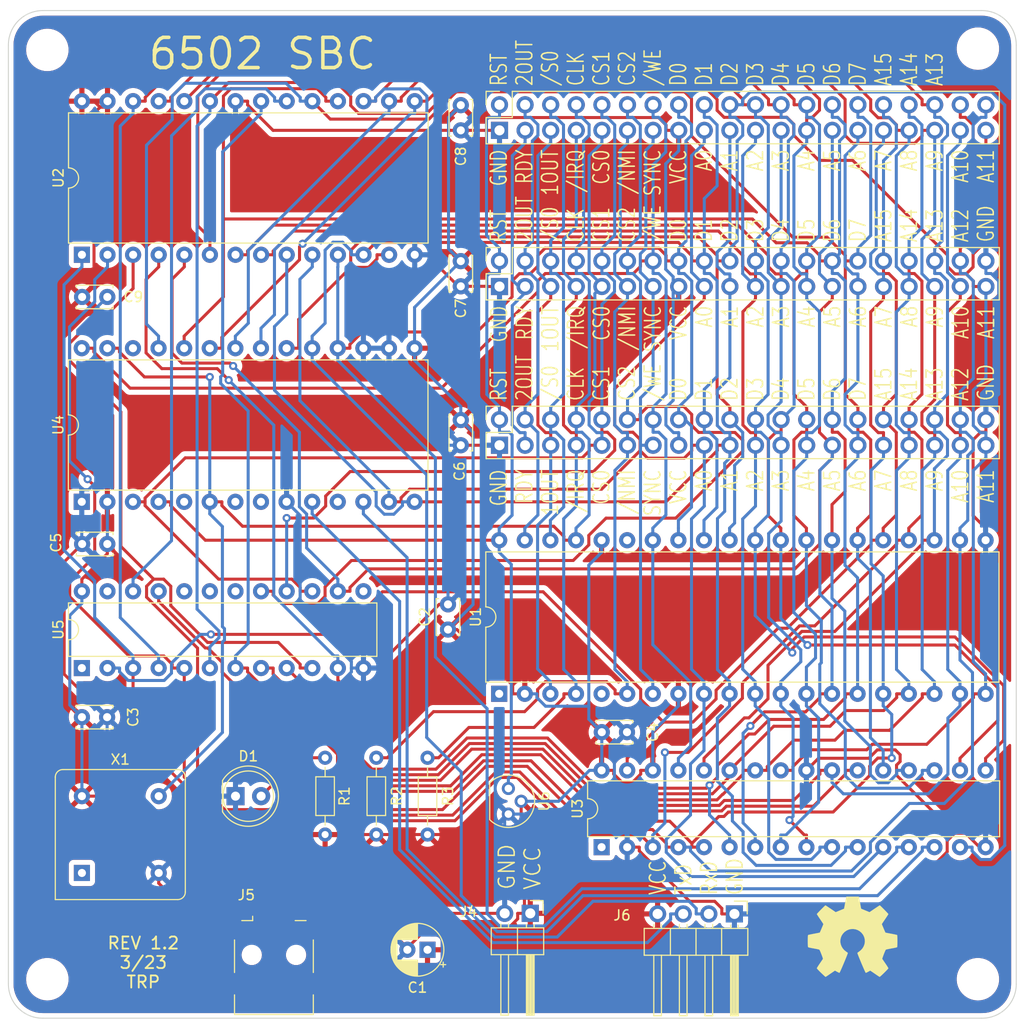
<source format=kicad_pcb>
(kicad_pcb (version 20211014) (generator pcbnew)
  (title_block (title "6502 SBC") (date "2023-01-24") (rev "1"))
  (layers (0 "F.Cu" signal) (31 "B.Cu" signal) (34 "B.Paste" user) (35 "F.Paste" user) (36 "B.SilkS" user "B.Silkscreen") (37 "F.SilkS" user "F.Silkscreen") (38 "B.Mask" user) (39 "F.Mask" user) (44 "Edge.Cuts" user))
  (net 0 "")
  (net 1 "VCC")
  (net 2 "GND")
  (net 3 "Net-(D1-Pad2)")
  (net 4 "RDY")
  (net 5 "1_OUT")
  (net 6 "{slash}IRQ")
  (net 7 "CS2")
  (net 8 "{slash}NMI")
  (net 9 "SYNC")
  (net 10 "A0")
  (net 11 "A1")
  (net 12 "A2")
  (net 13 "A3")
  (net 14 "A4")
  (net 15 "A5")
  (net 16 "A6")
  (net 17 "A7")
  (net 18 "A8")
  (net 19 "A9")
  (net 20 "A10")
  (net 21 "A11")
  (net 22 "CLK")
  (net 23 "RST")
  (net 24 "A12")
  (net 25 "A13")
  (net 26 "A14")
  (net 27 "A15")
  (net 28 "D7")
  (net 29 "D6")
  (net 30 "D5")
  (net 31 "D4")
  (net 32 "D3")
  (net 33 "D2")
  (net 34 "D1")
  (net 35 "D0")
  (net 36 "{slash}WE")
  (net 37 "{slash}SO")
  (net 38 "2_OUT")
  (net 39 "CS-ROM")
  (net 40 "CS0")
  (net 41 "CS1")
  (net 46 "RxD")
  (net 47 "TxD")
  (net 52 "CS-RAM")
  (footprint "Oscillator:Oscillator_DIP-8" (layer "F.Cu") (at 89.408 134.874)
    (fp_text reference "X1")
    (fp_text value "CXO_DIP8" hide)
  )
  (footprint "Symbol:OSHW-Symbol_8.9x8mm_SilkScreen" (layer "F.Cu") (at 165.862 141.224)
    (fp_text reference "REF**" hide)
    (fp_text value "OSHW-Symbol_8.9x8mm_SilkScreen" hide)
  )
  (footprint "LED_THT:LED_D5.0mm" (layer "F.Cu") (at 104.648 127.254)
    (fp_text reference "D1")
    (fp_text value "LED")
  )
  (footprint "Resistor_THT:R_Axial_DIN0204_L3.6mm_D1.6mm_P7.62mm_Horizontal" (layer "F.Cu") (at 123.698 131.064 90)
    (fp_text reference "R2")
    (fp_text value "10K" hide)
  )
  (footprint "-MyStuff:PinSocket_2x20_P2.54mm_Vertical" (layer "F.Cu") (at 130.87 58.594 90)
    (fp_text reference "J3" hide)
    (fp_text value "Conn_02x20_Counter_Clockwise" hide)
  )
  (footprint "-MyStuff:PinSocket_2x20_P2.54mm_Vertical" (layer "F.Cu") (at 130.87 89.836 90)
    (fp_text reference "J1" hide)
    (fp_text value "Conn_02x20_Counter_Clockwise" hide)
  )
  (footprint "Capacitor_THT:C_Disc_D3.4mm_W2.1mm_P2.50mm" (layer "F.Cu") (at 127 89.936 -90)
    (fp_text reference "C6")
    (fp_text value "0.1uF" hide)
  )
  (footprint "Package_DIP:DIP-28_W15.24mm" (layer "F.Cu") (at 89.393 98.049 90)
    (fp_text reference "U4")
    (fp_text value "6551")
  )
  (footprint "MountingHole:MountingHole_3.2mm_M3" (layer "F.Cu") (at 85.979 145.415)
    (fp_text reference "H4" hide)
    (fp_text value "MountingHole" hide)
  )
  (footprint "Package_DIP:DIP-24_W7.62mm" (layer "F.Cu") (at 89.403 114.544 90)
    (fp_text reference "U5")
    (fp_text value "GAL20V8")
  )
  (footprint "-MyStuff:PinSocket_2x20_P2.54mm_Vertical" (layer "F.Cu") (at 130.87 74.088 90)
    (fp_text reference "J2" hide)
    (fp_text value "Conn_02x20_Counter_Clockwise" hide)
  )
  (footprint "Package_DIP:DIP-28_W15.24mm" (layer "F.Cu") (at 89.408 73.538 90)
    (fp_text reference "U2")
    (fp_text value "28C256")
  )
  (footprint "MountingHole:MountingHole_3.2mm_M3" (layer "F.Cu") (at 85.979 53.213)
    (fp_text reference "H1" hide)
    (fp_text value "MountingHole" hide)
  )
  (footprint "Capacitor_THT:C_Disc_D3.4mm_W2.1mm_P2.50mm" (layer "F.Cu") (at 125.73 110.724 90)
    (fp_text reference "C2")
    (fp_text value "0.1uF" hide)
  )
  (footprint "Resistor_THT:R_Axial_DIN0204_L3.6mm_D1.6mm_P7.62mm_Horizontal" (layer "F.Cu") (at 113.538 123.444 -90)
    (fp_text reference "R1")
    (fp_text value "470" hide)
  )
  (footprint "Capacitor_THT:C_Disc_D3.4mm_W2.1mm_P2.50mm" (layer "F.Cu") (at 89.408 119.414)
    (fp_text reference "C3")
    (fp_text value "0.1uF" hide)
  )
  (footprint "Resistor_THT:R_Axial_DIN0204_L3.6mm_D1.6mm_P7.62mm_Horizontal" (layer "F.Cu") (at 118.618 131.064 90)
    (fp_text reference "R3")
    (fp_text value "10K" hide)
  )
  (footprint "Package_DIP:DIP-32_W7.62mm" (layer "F.Cu") (at 140.97 132.314 90)
    (fp_text reference "U3")
    (fp_text value "AS7C1024" hide)
  )
  (footprint "Connector_USB:USB_Mini-B_Lumberg_2486_01_Horizontal" (layer "F.Cu") (at 108.458 143.009)
    (fp_text reference "J5")
    (fp_text value "USB_B" hide)
  )
  (footprint "MountingHole:MountingHole_3.2mm_M3" (layer "F.Cu") (at 178.308 53.086)
    (fp_text reference "H2" hide)
    (fp_text value "MountingHole" hide)
  )
  (footprint "Connector_PinHeader_2.54mm:PinHeader_1x04_P2.54mm_Horizontal" (layer "F.Cu") (at 154.148 138.938 -90)
    (fp_text reference "J6")
    (fp_text value "Conn_01x04_Male" hide)
  )
  (footprint "Capacitor_THT:C_Disc_D3.4mm_W2.1mm_P2.50mm" (layer "F.Cu") (at 127 74.168 -90)
    (fp_text reference "C7")
    (fp_text value "0.1uF" hide)
  )
  (footprint "Connector_PinHeader_2.54mm:PinHeader_1x02_P2.54mm_Horizontal" (layer "F.Cu") (at 133.893 138.881 -90)
    (fp_text reference "J4")
    (fp_text value "Conn_01x02" hide)
  )
  (footprint "MountingHole:MountingHole_3.2mm_M3" (layer "F.Cu") (at 178.308 145.415)
    (fp_text reference "H3" hide)
    (fp_text value "MountingHole" hide)
  )
  (footprint "Capacitor_THT:C_Disc_D3.4mm_W2.1mm_P2.50mm" (layer "F.Cu") (at 91.928 102.235 180)
    (fp_text reference "C5")
    (fp_text value "0.1uF" hide)
  )
  (footprint "Capacitor_THT:C_Disc_D3.4mm_W2.1mm_P2.50mm" (layer "F.Cu") (at 127 58.694 -90)
    (fp_text reference "C8")
    (fp_text value "0.1uF" hide)
  )
  (footprint "Capacitor_THT:C_Disc_D3.4mm_W2.1mm_P2.50mm" (layer "F.Cu") (at 140.99 120.904)
    (fp_text reference "C4")
    (fp_text value "0.1uF" hide)
  )
  (footprint "Capacitor_THT:CP_Radial_D5.0mm_P2.00mm" (layer "F.Cu") (at 123.698 142.494 180)
    (fp_text reference "C1")
    (fp_text value ".47uF 16V" hide)
  )
  (footprint "Capacitor_THT:C_Disc_D3.4mm_W2.1mm_P2.50mm" (layer "F.Cu") (at 89.428 77.724)
    (fp_text reference "C9")
    (fp_text value "0.1uF" hide)
  )
  (footprint "Package_DIP:DIP-40_W15.24mm" (layer "F.Cu") (at 130.81 117.099 90)
    (fp_text reference "U1")
    (fp_text value "WDC65C02")
  )
  (footprint "Package_TO_SOT_THT:TO-92" (layer "F.Cu") (at 131.72 126.492 -90)
    (fp_text reference "U6")
    (fp_text value "MCP100-300D" hide)
  )
  (gr_line (start 178.663 149.284) (end 85.542237 149.284) (layer "Edge.Cuts") (width 0.1))
  (gr_line (start 82.113 145.879763) (end 82.113 52.738225) (layer "Edge.Cuts") (width 0.1))
  (gr_line (start 182.113 52.738225) (end 182.113 145.909) (layer "Edge.Cuts") (width 0.1))
  (gr_arc (start 85.542237 149.284) (mid 83.114408 148.30033) (end 82.113 145.879763) (layer "Edge.Cuts") (width 0.1))
  (gr_arc (start 82.113 52.738225) (mid 83.112917 50.308982) (end 85.542225 49.309225) (layer "Edge.Cuts") (width 0.1))
  (gr_arc (start 182.113 145.909) (mid 181.095037 148.319248) (end 178.663 149.284) (layer "Edge.Cuts") (width 0.1))
  (gr_arc (start 178.683775 49.309225) (mid 181.113066 50.309) (end 182.113 52.738225) (layer "Edge.Cuts") (width 0.1))
  (gr_line (start 85.542225 49.309225) (end 178.683775 49.309225) (layer "Edge.Cuts") (width 0.1))
  (gr_text "GND\nRDY\n1OUT\n/IRQ\nCS0\n/NMI\nSYNC\nVCC\nA0\nA1\nA2\nA3\nA4\nA5\nA6\nA7\nA8\nA9\nA10\nA11" (at 154.94 94.742 90) (layer "F.SilkS") (effects (font (size 1.58 1.2)) (justify right)))
  (gr_text "6502 SBC " (at 108.458 53.594) (layer "F.SilkS") (effects (font (size 3 3) (thickness 0.35))))
  (gr_text "REV 1.2\n3/23\nTRP" (at 95.504 143.764) (layer "F.SilkS") (effects (font (size 1.2 1.2) (thickness 0.18))))
  (gr_text "RST\n2OUT\n/S0\nCLK\nCS1\nCS2\n/WE\nD0\nD1\nD2\nD3\nD4\nD5\nD6\nD7\nA15\nA14\nA13\nA12\nGND" (at 154.94 72.39 90) (layer "F.SilkS") (effects (font (size 1.58 1.2)) (justify left)))
  (gr_text "RST\n2OUT\n/S0\nCLK\nCS1\nCS2\n/WE\nD0\nD1\nD2\nD3\nD4\nD5\nD6\nD7\nA15\nA14\nA13\nA12\nGND" (at 154.94 88.138 90) (layer "F.SilkS") (effects (font (size 1.58 1.2)) (justify left)))
  (gr_text "RST\n2OUT\n/S0\nCLK\nCS1\nCS2\n/WE\nD0\nD1\nD2\nD3\nD4\nD5\nD6\nD7\nA15\nA14\nA13" (at 152.4 56.896 90) (layer "F.SilkS") (effects (font (size 1.58 1.2)) (justify left)))
  (gr_text "GND\nVCC" (at 132.842 136.652 90) (layer "F.SilkS") (effects (font (size 1.58 1.5)) (justify left)))
  (gr_text "GND\nRDY\n1OUT\n/IRQ\nCS0\n/NMI\nSYNC\nVCC\nA0\nA1\nA2\nA3\nA4\nA5\nA6\nA7\nA8\nA9\nA10\nA11" (at 154.97 78.486 90) (layer "F.SilkS") (effects (font (size 1.58 1.2)) (justify right)))
  (gr_text "VCC\nTxD\nRxD\nGND" (at 150.368 137.16 90) (layer "F.SilkS") (effects (font (size 1.58 1.2)) (justify left)))
  (gr_text "GND\nRDY\n1OUT\n/IRQ\nCS0\n/NMI\nSYNC\nVCC\nA0\nA1\nA2\nA3\nA4\nA5\nA6\nA7\nA8\nA9\nA10\nA11" (at 154.94 62.992 90) (layer "F.SilkS") (effects (font (size 1.58 1.2)) (justify right)))
  (segment (start 146.05 124.694) (end 144.8499 124.694) (width 0.3) (layer "F.Cu") (net 1))
  (segment (start 106.858 140.309) (end 106.858 138.9089) (width 0.3) (layer "F.Cu") (net 1))
  (segment (start 87.5968 92.2915) (end 87.5968 79.5552) (width 0.3) (layer "F.Cu") (net 1))
  (segment (start 146.528 138.938) (end 135.2001 138.938) (width 0.3) (layer "F.Cu") (net 1))
  (segment (start 90.6082 59.4979) (end 91.2081 58.898) (width 0.3) (layer "F.Cu") (net 1))
  (segment (start 91.928 103.1989) (end 91.928 102.235) (width 0.3) (layer "F.Cu") (net 1))
  (segment (start 87.5968 79.5552) (end 89.428 77.724) (width 0.3) (layer "F.Cu") (net 1))
  (segment (start 89.408 58.298) (end 90.6081 58.298) (width 0.3) (layer "F.Cu") (net 1))
  (segment (start 127 58.694) (end 128.23 59.924) (width 0.3) (layer "F.Cu") (net 1))
  (segment (start 142.1701 125.0583) (end 143.0142 125.9024) (width 0.3) (layer "F.Cu") (net 1))
  (segment (start 146.6179 59.924) (end 147.3699 60.676) (width 0.3) (layer "F.Cu") (net 1))
  (segment (start 143.0142 125.9024) (end 144.0145 125.9024) (width 0.3) (layer "F.Cu") (net 1))
  (segment (start 89.408 127.254) (end 95.2031 127.254) (width 0.3) (layer "F.Cu") (net 1))
  (segment (start 133.893 138.881) (end 133.3125 138.881) (width 0.3) (layer "F.Cu") (net 1))
  (segment (start 125.73 110.724) (end 126.6236 110.724) (width 0.3) (layer "F.Cu") (net 1))
  (segment (start 135.2001 138.938) (end 135.1431 138.881) (width 0.3) (layer "F.Cu") (net 1))
  (segment (start 123.698 131.064) (end 118.618 131.064) (width 0.3) (layer "F.Cu") (net 1))
  (segment (start 89.403 105.7239) (end 91.928 103.1989) (width 0.3) (layer "F.Cu") (net 1))
  (segment (start 129.5768 142.494) (end 132.6429 139.4279) (width 0.3) (layer "F.Cu") (net 1))
  (segment (start 91.933 96.6277) (end 87.5968 92.2915) (width 0.3) (layer "F.Cu") (net 1))
  (segment (start 144.0145 125.9024) (end 144.8499 125.067) (width 0.3) (layer "F.Cu") (net 1))
  (segment (start 113.538 131.064) (end 113.538 132.2289) (width 0.3) (layer "F.Cu") (net 1))
  (segment (start 140.97 124.694) (end 142.1701 124.694) (width 0.3) (layer "F.Cu") (net 1))
  (segment (start 132.99 131.064) (end 123.698 131.064) (width 0.3) (layer "F.Cu") (net 1))
  (segment (start 91.933 96.8489) (end 91.933 96.6277) (width 0.3) (layer "F.Cu") (net 1))
  (segment (start 133.3125 138.881) (end 133.3125 131.3865) (width 0.3) (layer "F.Cu") (net 1))
  (segment (start 132.1499 116.2503) (end 132.1499 117.099) (width 0.3) (layer "F.Cu") (net 1))
  (segment (start 132.6429 139.4279) (end 132.6429 138.881) (width 0.3) (layer "F.Cu") (net 1))
  (segment (start 91.948 58.298) (end 91.948 58.898) (width 0.3) (layer "F.Cu") (net 1))
  (segment (start 126.6236 110.724) (end 132.1499 116.2503) (width 0.3) (layer "F.Cu") (net 1))
  (segment (start 133.3125 131.3865) (end 132.99 131.064) (width 0.3) (layer "F.Cu") (net 1))
  (segment (start 113.538 132.2289) (end 106.858 138.9089) (width 0.3) (layer "F.Cu") (net 1))
  (segment (start 133.35 117.099) (end 132.1499 117.099) (width 0.3) (layer "F.Cu") (net 1))
  (segment (start 142.1701 124.694) (end 142.1701 125.0583) (width 0.3) (layer "F.Cu") (net 1))
  (segment (start 128.23 59.924) (end 146.6179 59.924) (width 0.3) (layer "F.Cu") (net 1))
  (segment (start 91.933 98.049) (end 91.933 96.8489) (width 0.3) (layer "F.Cu") (net 1))
  (segment (start 123.698 142.494) (end 129.5768 142.494) (width 0.3) (layer "F.Cu") (net 1))
  (segment (start 91.948 58.898) (end 91.2081 58.898) (width 0.3) (layer "F.Cu") (net 1))
  (segment (start 133.3125 138.881) (end 132.6429 138.881) (width 0.3) (layer "F.Cu") (net 1))
  (segment (start 89.403 106.924) (end 89.403 105.7239) (width 0.3) (layer "F.Cu") (net 1))
  (segment (start 90.6082 76.5438) (end 90.6082 59.4979) (width 0.3) (layer "F.Cu") (net 1))
  (segment (start 132.99 131.064) (end 132.99 127.762) (width 0.3) (layer "F.Cu") (net 1))
  (segment (start 133.893 138.881) (end 135.1431 138.881) (width 0.3) (layer "F.Cu") (net 1))
  (segment (start 95.2031 127.254) (end 106.858 138.9089) (width 0.3) (layer "F.Cu") (net 1))
  (segment (start 89.428 77.724) (end 90.6082 76.5438) (width 0.3) (layer "F.Cu") (net 1))
  (segment (start 91.2081 58.898) (end 90.6081 58.298) (width 0.3) (layer "F.Cu") (net 1))
  (segment (start 144.8499 125.067) (end 144.8499 124.694) (width 0.3) (layer "F.Cu") (net 1))
  (segment (start 148.62 61.194) (end 147.3699 61.194) (width 0.3) (layer "F.Cu") (net 1))
  (segment (start 147.3699 60.676) (end 147.3699 61.194) (width 0.3) (layer "F.Cu") (net 1))
  (segment (start 118.618 131.064) (end 113.538 131.064) (width 0.3) (layer "F.Cu") (net 1))
  (segment (start 133.35 117.099) (end 134.5501 117.099) (width 0.3) (layer "B.Cu") (net 1))
  (segment (start 148.62 92.436) (end 148.62 91.1859) (width 0.3) (layer "B.Cu") (net 1))
  (segment (start 147.3302 64.5118) (end 148.62 63.222) (width 0.3) (layer "B.Cu") (net 1))
  (segment (start 147.35 88.7044) (end 147.35 90.4339) (width 0.3) (layer "B.Cu") (net 1))
  (segment (start 125.73 110.724) (end 128.2186 108.2354) (width 0.3) (layer "B.Cu") (net 1))
  (segment (start 148.59 117.099) (end 148.59 118.2991) (width 0.3) (layer "B.Cu") (net 1))
  (segment (start 148.102 91.1859) (end 148.62 91.1859) (width 0.3) (layer "B.Cu") (net 1))
  (segment (start 139.7 119.614) (end 139.7 118.33) (width 0.3) (layer "B.Cu") (net 1))
  (segment (start 148.0698 75.7144) (end 147.3302 74.9748) (width 0.3) (layer "B.Cu") (net 1))
  (segment (start 139.7 104.3291) (end 140.97 103.0591) (width 0.3) (layer "B.Cu") (net 1))
  (segment (start 135.4081 118.33) (end 134.5501 117.472) (width 0.3) (layer "B.Cu") (net 1))
  (segment (start 147.3302 74.9748) (end 147.3302 64.5118) (width 0.3) (layer "B.Cu") (net 1))
  (segment (start 122.413 82.809) (end 122.413 84.0091) (width 0.3) (layer "B.Cu") (net 1))
  (segment (start 136.7019 127.762) (end 139.7699 124.694) (width 0.3) (layer "B.Cu") (net 1))
  (segment (start 148.1376 77.9381) (end 148.0698 78.0059) (width 0.3) (layer "B.Cu") (net 1))
  (segment (start 128.2186 108.2354) (end 128.2186 91.1546) (width 0.3) (layer "B.Cu") (net 1))
  (segment (start 127 74.168) (end 125.7809 72.9489) (width 0.3) (layer "B.Cu") (net 1))
  (segment (start 139.7 118.33) (end 135.4081 118.33) (width 0.3) (layer "B.Cu") (net 1))
  (segment (start 127 89.936) (end 127 88.5961) (width 0.3) (layer "B.Cu") (net 1))
  (segment (start 148.0698 87.9846) (end 147.35 88.7044) (width 0.3) (layer "B.Cu") (net 1))
  (segment (start 88.2028 118.2088) (end 88.2028 109.3243) (width 0.3) (layer "B.Cu") (net 1))
  (segment (start 146.05 120.8391) (end 148.59 118.2991) (width 0.3) (layer "B.Cu") (net 1))
  (segment (start 134.5501 117.472) (end 134.5501 117.099) (width 0.3) (layer "B.Cu") (net 1))
  (segment (start 140.99 124.074) (end 140.37 124.694) (width 0.3) (layer "B.Cu") (net 1))
  (segment (start 125.7809 72.9489) (end 125.7809 59.9131) (width 0.3) (layer "B.Cu") (net 1))
  (segment (start 89.408 127.254) (end 89.408 119.414) (width 0.3) (layer "B.Cu") (net 1))
  (segment (start 140.97 101.859) (end 140.97 103.0591) (width 0.3) (layer "B.Cu") (net 1))
  (segment (start 91.933 102.23) (end 91.933 98.049) (width 0.3) (layer "B.Cu") (net 1))
  (segment (start 122.413 78.755) (end 127 74.168) (width 0.3) (layer "B.Cu") (net 1))
  (segment (start 127 88.5961) (end 122.413 84.0091) (width 0.3) (layer "B.Cu") (net 1))
  (segment (start 139.7 118.33) (end 139.7 104.3291) (width 0.3) (layer "B.Cu") (net 1))
  (segment (start 148.0698 78.0059) (end 148.0698 87.9846) (width 0.3) (layer "B.Cu") (net 1))
  (segment (start 148.62 76.688) (end 148.62 77.9381) (width 0.3) (layer "B.Cu") (net 1))
  (segment (start 122.413 82.809) (end 122.413 78.755) (width 0.3) (layer "B.Cu") (net 1))
  (segment (start 140.99 120.904) (end 139.7 119.614) (width 0.3) (layer "B.Cu") (net 1))
  (segment (start 132.99 127.762) (end 136.7019 127.762) (width 0.3) (layer "B.Cu") (net 1))
  (segment (start 140.37 124.694) (end 139.7699 124.694) (width 0.3) (layer "B.Cu") (net 1))
  (segment (start 148.62 61.194) (end 148.62 62.4441) (width 0.3) (layer "B.Cu") (net 1))
  (segment (start 140.97 124.694) (end 140.37 124.694) (width 0.3) (layer "B.Cu") (net 1))
  (segment (start 91.928 102.235) (end 91.933 102.23) (width 0.3) (layer "B.Cu") (net 1))
  (segment (start 140.99 120.904) (end 140.99 124.074) (width 0.3) (layer "B.Cu") (net 1))
  (segment (start 146.05 124.694) (end 146.05 120.8391) (width 0.3) (layer "B.Cu") (net 1))
  (segment (start 89.408 119.414) (end 88.2028 118.2088) (width 0.3) (layer "B.Cu") (net 1))
  (segment (start 147.35 90.4339) (end 148.102 91.1859) (width 0.3) (layer "B.Cu") (net 1))
  (segment (start 148.62 77.9381) (end 148.1376 77.9381) (width 0.3) (layer "B.Cu") (net 1))
  (segment (start 148.62 63.222) (end 148.62 62.4441) (width 0.3) (layer "B.Cu") (net 1))
  (segment (start 89.403 106.924) (end 89.403 108.1241) (width 0.3) (layer "B.Cu") (net 1))
  (segment (start 128.2186 91.1546) (end 127 89.936) (width 0.3) (layer "B.Cu") (net 1))
  (segment (start 148.0698 78.0059) (end 148.0698 75.7144) (width 0.3) (layer "B.Cu") (net 1))
  (segment (start 88.2028 109.3243) (end 89.403 108.1241) (width 0.3) (layer "B.Cu") (net 1))
  (segment (start 125.7809 59.9131) (end 127 58.694) (width 0.3) (layer "B.Cu") (net 1))
  (segment (start 144.7101 132.314) (end 144.7101 132.6891) (width 0.3) (layer "F.Cu") (net 2))
  (segment (start 170.5908 123.1433) (end 170.5908 123.8152) (width 0.3) (layer "F.Cu") (net 2))
  (segment (start 162.4902 123.4938) (end 167.4905 123.4938) (width 0.3) (layer "F.Cu") (net 2))
  (segment (start 105.8481 58.671) (end 108.3711 61.194) (width 0.3) (layer "F.Cu") (net 2))
  (segment (start 123.6281 73.538) (end 126.7581 76.668) (width 0.3) (layer "F.Cu") (net 2))
  (segment (start 129.5699 76.668) (end 129.5899 76.688) (width 0.3) (layer "F.Cu") (net 2))
  (segment (start 170.5908 123.8152) (end 170.2343 124.1717) (width 0.3) (layer "F.Cu") (net 2))
  (segment (start 127 76.668) (end 129.5699 76.668) (width 0.3) (layer "F.Cu") (net 2))
  (segment (start 168.3258 122.6585) (end 170.106 122.6585) (width 0.3) (layer "F.Cu") (net 2))
  (segment (start 126.7581 76.668) (end 127 76.668) (width 0.3) (layer "F.Cu") (net 2))
  (segment (start 121.698 142.3069) (end 125.1239 138.881) (width 0.3) (layer "F.Cu") (net 2))
  (segment (start 87.6451 104.0179) (end 87.6451 115.1511) (width 0.3) (layer "F.Cu") (net 2))
  (segment (start 167.4905 123.4938) (end 168.3258 122.6585) (width 0.3) (layer "F.Cu") (net 2))
  (segment (start 152.8979 138.391) (end 152.8979 138.938) (width 0.3) (layer "F.Cu") (net 2))
  (segment (start 175.26 132.7728) (end 175.26 131.671) (width 0.3) (layer "F.Cu") (net 2))
  (segment (start 177.0921 130.9361) (end 178.47 132.314) (width 0.3) (layer "F.Cu") (net 2))
  (segment (start 170.2343 124.1717) (end 170.2343 125.1755) (width 0.3) (layer "F.Cu") (net 2))
  (segment (start 122.428 73.538) (end 123.6281 73.538) (width 0.3) (layer "F.Cu") (net 2))
  (segment (start 118.5431 114.544) (end 124.8631 108.224) (width 0.3) (layer "F.Cu") (net 2))
  (segment (start 102.8431 141.7091) (end 109.258 141.7091) (width 0.3) (layer "F.Cu") (net 2))
  (segment (start 177.83 91.8981) (end 178.582 91.1461) (width 0.3) (layer "F.Cu") (net 2))
  (segment (start 170.2343 125.1755) (end 175.9949 130.9361) (width 0.3) (layer "F.Cu") (net 2))
  (segment (start 169.0948 138.938) (end 175.26 132.7728) (width 0.3) (layer "F.Cu") (net 2))
  (segment (start 130.84 76.688) (end 129.5899 76.688) (width 0.3) (layer "F.Cu") (net 2))
  (segment (start 97.028 135.894) (end 102.8431 141.7091) (width 0.3) (layer "F.Cu") (net 2))
  (segment (start 121.1002 141.7091) (end 109.258 141.7091) (width 0.3) (layer "F.Cu") (net 2))
  (segment (start 179.07 132.314) (end 178.47 132.314) (width 0.3) (layer "F.Cu") (net 2))
  (segment (start 170.106 122.6585) (end 170.5908 123.1433) (width 0.3) (layer "F.Cu") (net 2))
  (segment (start 87.6451 115.1511) (end 91.908 119.414) (width 0.3) (layer "F.Cu") (net 2))
  (segment (start 143.51 132.314) (end 144.7101 132.314) (width 0.3) (layer "F.Cu") (net 2))
  (segment (start 144.7101 132.6891) (end 149.7089 137.6879) (width 0.3) (layer "F.Cu") (net 2))
  (segment (start 154.148 138.938) (end 155.3981 138.938) (width 0.3) (layer "F.Cu") (net 2))
  (segment (start 175.26 131.671) (end 175.9949 130.9361) (width 0.3) (layer "F.Cu") (net 2))
  (segment (start 161.29 124.694) (end 162.4902 123.4938) (width 0.3) (layer "F.Cu") (net 2))
  (segment (start 154.148 138.938) (end 152.8979 138.938) (width 0.3) (layer "F.Cu") (net 2))
  (segment (start 177.83 99.4189) (end 177.83 91.8981) (width 0.3) (layer "F.Cu") (net 2))
  (segment (start 105.8481 58.298) (end 105.8481 58.671) (width 0.3) (layer "F.Cu") (net 2))
  (segment (start 109.258 140.309) (end 109.258 141.7091) (width 0.3) (layer "F.Cu") (net 2))
  (segment (start 121.698 142.3069) (end 121.1002 141.7091) (width 0.3) (layer "F.Cu") (net 2))
  (segment (start 149.7089 137.6879) (end 152.1948 137.6879) (width 0.3) (layer "F.Cu") (net 2))
  (segment (start 104.648 58.298) (end 105.8481 58.298) (width 0.3) (layer "F.Cu") (net 2))
  (segment (start 127 61.194) (end 130.84 61.194) (width 0.3) (layer "F.Cu") (net 2))
  (segment (start 117.333 82.809) (end 119.873 82.809) (width 0.3) (layer "F.Cu") (net 2))
  (segment (start 108.3711 61.194) (end 127 61.194) (width 0.3) (layer "F.Cu") (net 2))
  (segment (start 179.07 101.859) (end 179.07 100.6589) (width 0.3) (layer "F.Cu") (net 2))
  (segment (start 130.84 92.436) (end 127 92.436) (width 0.3) (layer "F.Cu") (net 2))
  (segment (start 121.698 142.494) (end 121.698 142.3069) (width 0.3) (layer "F.Cu") (net 2))
  (segment (start 152.1948 137.6879) (end 152.8979 138.391) (width 0.3) (layer "F.Cu") (net 2))
  (segment (start 179.07 100.6589) (end 177.83 99.4189) (width 0.3) (layer "F.Cu") (net 2))
  (segment (start 97.028 134.874) (end 97.028 135.894) (width 0.3) (layer "F.Cu") (net 2))
  (segment (start 117.343 114.544) (end 118.5431 114.544) (width 0.3) (layer "F.Cu") (net 2))
  (segment (start 178.582 91.1461) (end 179.1 91.1461) (width 0.3) (layer "F.Cu") (net 2))
  (segment (start 124.8631 108.224) (end 125.73 108.224) (width 0.3) (layer "F.Cu") (net 2))
  (segment (start 175.9949 130.9361) (end 177.0921 130.9361) (width 0.3) (layer "F.Cu") (net 2))
  (segment (start 155.3981 138.938) (end 169.0948 138.938) (width 0.3) (layer "F.Cu") (net 2))
  (segment (start 179.1 89.896) (end 179.1 91.1461) (width 0.3) (layer "F.Cu") (net 2))
  (segment (start 89.428 102.235) (end 87.6451 104.0179) (width 0.3) (layer "F.Cu") (net 2))
  (segment (start 125.1239 138.881) (end 131.353 138.881) (width 0.3) (layer "F.Cu") (net 2))
  (segment (start 180.2814 104.2705) (end 179.07 103.0591) (width 0.3) (layer "B.Cu") (net 2))
  (segment (start 178.582 59.9041) (end 179.1 59.9041) (width 0.3) (layer "B.Cu") (net 2))
  (segment (start 116.1429 113.9057) (end 111.0602 108.823) (width 0.3) (layer "B.Cu") (net 2))
  (segment (start 180.3722 76.1523) (end 180.3722 87.3737) (width 0.3) (layer "B.Cu") (net 2))
  (segment (start 142.24 129.8439) (end 142.24 129.032) (width 0.3) (layer "B.Cu") (net 2))
  (segment (start 104.648 125.9539) (end 105.1205 125.9539) (width 0.3) (layer "B.Cu") (net 2))
  (segment (start 179.07 131.1139) (end 180.2814 129.9025) (width 0.3) (layer "B.Cu") (net 2))
  (segment (start 116.1429 114.9315) (end 116.1429 114.544) (width 0.3) (layer "B.Cu") (net 2))
  (segment (start 179.07 101.859) (end 179.07 103.0591) (width 0.3) (layer "B.Cu") (net 2))
  (segment (start 91.908 123.8352) (end 91.908 119.414) (width 0.3) (layer "B.Cu") (net 2))
  (segment (start 105.1205 125.9539) (end 116.1429 114.9315) (width 0.3) (layer "B.Cu") (net 2))
  (segment (start 99.3005 131.3014) (end 99.3374 131.2645) (width 0.3) (layer "B.Cu") (net 2))
  (segment (start 143.51 132.314) (end 143.51 131.1139) (width 0.3) (layer "B.Cu") (net 2))
  (segment (start 89.393 96.8489) (end 90.0602 96.8489) (width 0.3) (layer "B.Cu") (net 2))
  (segment (start 89.393 102.2) (end 89.393 98.049) (width 0.3) (layer "B.Cu") (net 2))
  (segment (start 90.0602 96.8489) (end 90.7758 96.1333) (width 0.3) (layer "B.Cu") (net 2))
  (segment (start 89.428 102.235) (end 89.393 102.2) (width 0.3) (layer "B.Cu") (net 2))
  (segment (start 99.3374 131.2645) (end 91.908 123.8352) (width 0.3) (layer "B.Cu") (net 2))
  (segment (start 111.0602 99.3962) (end 109.713 98.049) (width 0.3) (layer "B.Cu") (net 2))
  (segment (start 90.6844 95.3791) (end 90.6844 78.9676) (width 0.3) (layer "B.Cu") (net 2))
  (segment (start 89.393 98.049) (end 89.393 96.8489) (width 0.3) (layer "B.Cu") (net 2))
  (segment (start 128.2338 62.4278) (end 128.2338 75.4342) (width 0.3) (layer "B.Cu") (net 2))
  (segment (start 90.6844 78.9676) (end 91.928 77.724) (width 0.3) (layer "B.Cu") (net 2))
  (segment (start 119.873 82.809) (end 119.873 77.2931) (width 0.3) (layer "B.Cu") (net 2))
  (segment (start 179.1 74.148) (end 179.1 72.8979) (width 0.3) (layer "B.Cu") (net 2))
  (segment (start 104.648 127.254) (end 103.3479 127.254) (width 0.3) (layer "B.Cu") (net 2))
  (segment (start 179.1 75.3981) (end 179.618 75.3981) (width 0.3) (layer "B.Cu") (net 2))
  (segment (start 122.428 73.538) (end 122.428 74.7381) (width 0.3) (layer "B.Cu") (net 2))
  (segment (start 117.343 114.544) (end 116.1429 114.544) (width 0.3) (layer "B.Cu") (net 2))
  (segment (start 143.51 131.1139) (end 142.24 129.8439) (width 0.3) (layer "B.Cu") (net 2))
  (segment (start 177.83 60.6561) (end 178.582 59.9041) (width 0.3) (layer "B.Cu") (net 2))
  (segment (start 99.3005 132.6015) (end 99.3005 131.3014) (width 0.3) (layer "B.Cu") (net 2))
  (segment (start 131.353 138.881) (end 131.353 129.399) (width 0.3) (layer "B.Cu") (net 2))
  (segment (start 180.2814 129.9025) (end 180.2814 104.2705) (width 0.3) (layer "B.Cu") (net 2))
  (segment (start 179.1 74.148) (end 179.1 75.3981) (width 0.3) (layer "B.Cu") (net 2))
  (segment (start 116.1429 114.544) (end 116.1429 113.9057) (width 0.3) (layer "B.Cu") (net 2))
  (segment (start 99.3374 131.2645) (end 103.3479 127.254) (width 0.3) (layer "B.Cu") (net 2))
  (segment (start 177.83 71.6279) (end 177.83 60.6561) (width 0.3) (layer "B.Cu") (net 2))
  (segment (start 142.24 122.154) (end 143.49 120.904) (width 0.3) (layer "B.Cu") (net 2))
  (segment (start 125.73 89.8661) (end 119.873 84.0091) (width 0.3) (layer "B.Cu") (net 2))
  (segment (start 90.7758 96.1333) (end 90.7758 95.4705) (width 0.3) (layer "B.Cu") (net 2))
  (segment (start 180.3722 87.3737) (end 179.1 88.6459) (width 0.3) (layer "B.Cu") (net 2))
  (segment (start 119.873 77.2931) (end 122.428 74.7381) (width 0.3) (layer "B.Cu") (net 2))
  (segment (start 97.028 134.874) (end 99.3005 132.6015) (width 0.3) (layer "B.Cu") (net 2))
  (segment (start 127 61.194) (end 128.2338 62.4278) (width 0.3) (layer "B.Cu") (net 2))
  (segment (start 179.618 75.3981) (end 180.3722 76.1523) (width 0.3) (layer "B.Cu") (net 2))
  (segment (start 104.648 127.254) (end 104.648 125.9539) (width 0.3) (layer "B.Cu") (net 2))
  (segment (start 111.0602 108.823) (end 111.0602 99.3962) (width 0.3) (layer "B.Cu") (net 2))
  (segment (start 179.1 89.896) (end 179.1 88.6459) (width 0.3) (layer "B.Cu") (net 2))
  (segment (start 142.24 129.032) (end 131.72 129.032) (width 0.3) (layer "B.Cu") (net 2))
  (segment (start 142.24 129.032) (end 142.24 122.154) (width 0.3) (layer "B.Cu") (net 2))
  (segment (start 128.2338 75.4342) (end 127 76.668) (width 0.3) (layer "B.Cu") (net 2))
  (segment (start 179.07 132.314) (end 179.07 131.1139) (width 0.3) (layer "B.Cu") (net 2))
  (segment (start 125.73 92.436) (end 127 92.436) (width 0.3) (layer "B.Cu") (net 2))
  (segment (start 131.353 129.399) (end 131.72 129.032) (width 0.3) (layer "B.Cu") (net 2))
  (segment (start 90.7758 95.4705) (end 90.6844 95.3791) (width 0.3) (layer "B.Cu") (net 2))
  (segment (start 179.1 72.8979) (end 177.83 71.6279) (width 0.3) (layer "B.Cu") (net 2))
  (segment (start 179.1 58.654) (end 179.1 59.9041) (width 0.3) (layer "B.Cu") (net 2))
  (segment (start 125.73 108.224) (end 125.73 92.436) (width 0.3) (layer "B.Cu") (net 2))
  (segment (start 125.73 92.436) (end 125.73 89.8661) (width 0.3) (layer "B.Cu") (net 2))
  (segment (start 119.873 82.809) (end 119.873 84.0091) (width 0.3) (layer "B.Cu") (net 2))
  (segment (start 113.538 123.444) (end 110.998 123.444) (width 0.3) (layer "F.Cu") (net 3))
  (segment (start 110.998 123.444) (end 107.188 127.254) (width 0.3) (layer "F.Cu") (net 3))
  (segment (start 132.11 90.4339) (end 132.862 91.1859) (width 0.3) (layer "B.Cu") (net 4))
  (segment (start 132.11 76.043) (end 132.11 63.7141) (width 0.3) (layer "B.Cu") (net 4))
  (segment (start 133.38 77.313) (end 132.11 78.583) (width 0.3) (layer "B.Cu") (net 4))
  (segment (start 132.11 78.583) (end 132.11 90.4339) (width 0.3) (layer "B.Cu") (net 4))
  (segment (start 133.38 76.688) (end 133.38 77.313) (width 0.3) (layer "B.Cu") (net 4))
  (segment (start 132.862 91.1859) (end 133.38 91.1859) (width 0.3) (layer "B.Cu") (net 4))
  (segment (start 133.38 77.313) (end 132.11 76.043) (width 0.3) (layer "B.Cu") (net 4))
  (segment (start 132.11 63.7141) (end 133.38 62.4441) (width 0.3) (layer "B.Cu") (net 4))
  (segment (start 133.38 61.194) (end 133.38 62.4441) (width 0.3) (layer "B.Cu") (net 4))
  (segment (start 133.38 92.436) (end 133.38 91.1859) (width 0.3) (layer "B.Cu") (net 4))
  (segment (start 135.92 77.9381) (end 134.65 79.2081) (width 0.3) (layer "F.Cu") (net 5))
  (segment (start 134.65 79.2081) (end 134.65 90.4339) (width 0.3) (layer "F.Cu") (net 5))
  (segment (start 135.402 91.1859) (end 135.92 91.1859) (width 0.3) (layer "F.Cu") (net 5))
  (segment (start 135.92 76.688) (end 135.92 77.9381) (width 0.3) (layer "F.Cu") (net 5))
  (segment (start 134.65 90.4339) (end 135.402 91.1859) (width 0.3) (layer "F.Cu") (net 5))
  (segment (start 135.92 92.436) (end 135.92 91.1859) (width 0.3) (layer "F.Cu") (net 5))
  (segment (start 134.62 114.6289) (end 134.62 100.3729) (width 0.3) (layer "B.Cu") (net 5))
  (segment (start 135.89 117.099) (end 135.89 115.8989) (width 0.3) (layer "B.Cu") (net 5))
  (segment (start 134.62 100.3729) (end 135.92 99.0729) (width 0.3) (layer "B.Cu") (net 5))
  (segment (start 135.89 115.8989) (end 134.62 114.6289) (width 0.3) (layer "B.Cu") (net 5))
  (segment (start 135.92 61.194) (end 135.92 62.4441) (width 0.3) (layer "B.Cu") (net 5))
  (segment (start 134.65 63.7141) (end 135.92 62.4441) (width 0.3) (layer "B.Cu") (net 5))
  (segment (start 135.92 76.688) (end 135.92 76.5398) (width 0.3) (layer "B.Cu") (net 5))
  (segment (start 135.92 76.5398) (end 134.65 75.2698) (width 0.3) (layer "B.Cu") (net 5))
  (segment (start 135.92 99.0729) (end 135.92 92.436) (width 0.3) (layer "B.Cu") (net 5))
  (segment (start 134.65 75.2698) (end 134.65 63.7141) (width 0.3) (layer "B.Cu") (net 5))
  (segment (start 134.2681 120.4358) (end 127.8063 120.4358) (width 0.3) (layer "F.Cu") (net 6))
  (segment (start 127.8063 120.4358) (end 124.7981 123.444) (width 0.3) (layer "F.Cu") (net 6))
  (segment (start 137.19 79.2081) (end 137.19 90.4339) (width 0.3) (layer "F.Cu") (net 6))
  (segment (start 137.19 90.4339) (end 137.942 91.1859) (width 0.3) (layer "F.Cu") (net 6))
  (segment (start 137.942 91.1859) (end 138.46 91.1859) (width 0.3) (layer "F.Cu") (net 6))
  (segment (start 137.2299 117.474) (end 134.2681 120.4358) (width 0.3) (layer "F.Cu") (net 6))
  (segment (start 138.46 77.9381) (end 137.19 79.2081) (width 0.3) (layer "F.Cu") (net 6))
  (segment (start 123.698 123.444) (end 124.7981 123.444) (width 0.3) (layer "F.Cu") (net 6))
  (segment (start 137.2299 117.099) (end 137.2299 117.474) (width 0.3) (layer "F.Cu") (net 6))
  (segment (start 138.46 76.688) (end 138.46 77.9381) (width 0.3) (layer "F.Cu") (net 6))
  (segment (start 138.43 117.099) (end 137.2299 117.099) (width 0.3) (layer "F.Cu") (net 6))
  (segment (start 138.46 92.436) (end 138.46 91.1859) (width 0.3) (layer "F.Cu") (net 6))
  (segment (start 138.46 98.4778) (end 138.46 92.436) (width 0.3) (layer "B.Cu") (net 6))
  (segment (start 137.2098 114.6787) (end 137.2098 99.728) (width 0.3) (layer "B.Cu") (net 6))
  (segment (start 138.46 76.5419) (end 137.19 75.2719) (width 0.3) (layer "B.Cu") (net 6))
  (segment (start 138.46 70.7468) (end 138.46 61.194) (width 0.3) (layer "B.Cu") (net 6))
  (segment (start 137.19 72.0168) (end 138.46 70.7468) (width 0.3) (layer "B.Cu") (net 6))
  (segment (start 137.2098 99.728) (end 138.46 98.4778) (width 0.3) (layer "B.Cu") (net 6))
  (segment (start 138.43 115.8989) (end 137.2098 114.6787) (width 0.3) (layer "B.Cu") (net 6))
  (segment (start 138.46 76.688) (end 138.46 76.5419) (width 0.3) (layer "B.Cu") (net 6))
  (segment (start 138.43 117.099) (end 138.43 115.8989) (width 0.3) (layer "B.Cu") (net 6))
  (segment (start 137.19 75.2719) (end 137.19 72.0168) (width 0.3) (layer "B.Cu") (net 6))
  (segment (start 148.3271 99.67) (end 141.409 99.67) (width 0.3) (layer "F.Cu") (net 7))
  (segment (start 149.9098 90.4747) (end 150.6011 91.166) (width 0.3) (layer "F.Cu") (net 7))
  (segment (start 141.409 99.67) (end 139.7 101.379) (width 0.3) (layer "F.Cu") (net 7))
  (segment (start 108.3831 107.297) (end 108.3831 106.924) (width 0.3) (layer "F.Cu") (net 7))
  (segment (start 154.97 91.9349) (end 154.97 93.0271) (width 0.3) (layer "F.Cu") (net 7))
  (segment (start 143.54 89.896) (end 144.7901 89.896) (width 0.3) (layer "F.Cu") (net 7))
  (segment (start 144.7901 89.896) (end 144.7901 89.3491) (width 0.3) (layer "F.Cu") (net 7))
  (segment (start 139.7 101.379) (end 139.7 102.3242) (width 0.3) (layer "F.Cu") (net 7))
  (segment (start 154.97 93.0271) (end 148.3271 99.67) (width 0.3) (layer "F.Cu") (net 7))
  (segment (start 113.533 106.489) (end 113.533 107.4284) (width 0.3) (layer "F.Cu") (net 7))
  (segment (start 149.1235 88.5924) (end 149.9098 89.3787) (width 0.3) (layer "F.Cu") (net 7))
  (segment (start 139.7 102.3242) (end 138.1523 103.8719) (width 0.3) (layer "F.Cu") (net 7))
  (segment (start 113.533 107.4284) (end 112.8184 108.143) (width 0.3) (layer "F.Cu") (net 7))
  (segment (start 138.1523 103.8719) (end 116.1501 103.8719) (width 0.3) (layer "F.Cu") (net 7))
  (segment (start 154.2011 91.166) (end 154.97 91.9349) (width 0.3) (layer "F.Cu") (net 7))
  (segment (start 116.1501 103.8719) (end 113.533 106.489) (width 0.3) (layer "F.Cu") (net 7))
  (segment (start 109.2291 108.143) (end 108.3831 107.297) (width 0.3) (layer "F.Cu") (net 7))
  (segment (start 107.183 106.924) (end 108.3831 106.924) (width 0.3) (layer "F.Cu") (net 7))
  (segment (start 145.5468 88.5924) (end 149.1235 88.5924) (width 0.3) (layer "F.Cu") (net 7))
  (segment (start 112.8184 108.143) (end 109.2291 108.143) (width 0.3) (layer "F.Cu") (net 7))
  (segment (start 150.6011 91.166) (end 154.2011 91.166) (width 0.3) (layer "F.Cu") (net 7))
  (segment (start 149.9098 89.3787) (end 149.9098 90.4747) (width 0.3) (layer "F.Cu") (net 7))
  (segment (start 144.7901 89.3491) (end 145.5468 88.5924) (width 0.3) (layer "F.Cu") (net 7))
  (segment (start 143.54 89.896) (end 143.54 88.6459) (width 0.3) (layer "B.Cu") (net 7))
  (segment (start 143.54 58.654) (end 143.54 59.9041) (width 0.3) (layer "B.Cu") (net 7))
  (segment (start 144.81 71.6279) (end 144.81 60.6561) (width 0.3) (layer "B.Cu") (net 7))
  (segment (start 143.54 72.8979) (end 144.81 71.6279) (width 0.3) (layer "B.Cu") (net 7))
  (segment (start 143.54 74.773) (end 143.54 74.148) (width 0.3) (layer "B.Cu") (net 7))
  (segment (start 144.8298 86.5782) (end 143.54 87.868) (width 0.3) (layer "B.Cu") (net 7))
  (segment (start 144.058 59.9041) (end 143.54 59.9041) (width 0.3) (layer "B.Cu") (net 7))
  (segment (start 144.8298 76.141) (end 144.8298 86.5782) (width 0.3) (layer "B.Cu") (net 7))
  (segment (start 143.54 75.3981) (end 144.0869 75.3981) (width 0.3) (layer "B.Cu") (net 7))
  (segment (start 144.0869 75.3981) (end 144.8298 76.141) (width 0.3) (layer "B.Cu") (net 7))
  (segment (start 143.54 74.773) (end 143.54 75.3981) (width 0.3) (layer "B.Cu") (net 7))
  (segment (start 143.54 74.148) (end 143.54 72.8979) (width 0.3) (layer "B.Cu") (net 7))
  (segment (start 144.81 60.6561) (end 144.058 59.9041) (width 0.3) (layer "B.Cu") (net 7))
  (segment (start 143.54 87.868) (end 143.54 88.6459) (width 0.3) (layer "B.Cu") (net 7))
  (segment (start 134.62 116.6669) (end 134.62 117.5851) (width 0.3) (layer "F.Cu") (net 8))
  (segment (start 124.292 118.8701) (end 119.7181 123.444) (width 0.3) (layer "F.Cu") (net 8))
  (segment (start 142.3099 116.724) (end 141.4795 115.8936) (width 0.3) (layer "F.Cu") (net 8))
  (segment (start 134.62 117.5851) (end 133.335 118.8701) (width 0.3) (layer "F.Cu") (net 8))
  (segment (start 133.335 118.8701) (end 124.292 118.8701) (width 0.3) (layer "F.Cu") (net 8))
  (segment (start 141.4795 115.8936) (end 135.3933 115.8936) (width 0.3) (layer "F.Cu") (net 8))
  (segment (start 142.3099 117.099) (end 142.3099 116.724) (width 0.3) (layer "F.Cu") (net 8))
  (segment (start 143.51 117.099) (end 142.3099 117.099) (width 0.3) (layer "F.Cu") (net 8))
  (segment (start 135.3933 115.8936) (end 134.62 116.6669) (width 0.3) (layer "F.Cu") (net 8))
  (segment (start 118.618 123.444) (end 119.7181 123.444) (width 0.3) (layer "F.Cu") (net 8))
  (segment (start 142.27 73.448) (end 142.8202 72.8978) (width 0.3) (layer "B.Cu") (net 8))
  (segment (start 142.27 75.4101) (end 142.27 73.448) (width 0.3) (layer "B.Cu") (net 8))
  (segment (start 143.54 92.436) (end 143.54 91.1859) (width 0.3) (layer "B.Cu") (net 8))
  (segment (start 142.27 90.4339) (end 142.27 79.2081) (width 0.3) (layer "B.Cu") (net 8))
  (segment (start 142.27 79.2081) (end 143.54 77.9381) (width 0.3) (layer "B.Cu") (net 8))
  (segment (start 142.29 94.9361) (end 143.54 93.6861) (width 0.3) (layer "B.Cu") (net 8))
  (segment (start 142.29 114.6789) (end 142.29 94.9361) (width 0.3) (layer "B.Cu") (net 8))
  (segment (start 143.54 76.6801) (end 142.27 75.4101) (width 0.3) (layer "B.Cu") (net 8))
  (segment (start 142.8202 72.8978) (end 142.8202 63.1639) (width 0.3) (layer "B.Cu") (net 8))
  (segment (start 143.54 76.688) (end 143.54 77.9381) (width 0.3) (layer "B.Cu") (net 8))
  (segment (start 143.51 115.8989) (end 142.29 114.6789) (width 0.3) (layer "B.Cu") (net 8))
  (segment (start 143.54 61.194) (end 143.54 62.4441) (width 0.3) (layer "B.Cu") (net 8))
  (segment (start 142.8202 63.1639) (end 143.54 62.4441) (width 0.3) (layer "B.Cu") (net 8))
  (segment (start 143.022 91.1859) (end 142.27 90.4339) (width 0.3) (layer "B.Cu") (net 8))
  (segment (start 143.54 76.688) (end 143.54 76.6801) (width 0.3) (layer "B.Cu") (net 8))
  (segment (start 143.54 91.1859) (end 143.022 91.1859) (width 0.3) (layer "B.Cu") (net 8))
  (segment (start 143.51 117.099) (end 143.51 115.8989) (width 0.3) (layer "B.Cu") (net 8))
  (segment (start 143.54 92.436) (end 143.54 93.6861) (width 0.3) (layer "B.Cu") (net 8))
  (segment (start 144.8298 92.436) (end 144.8298 114.6787) (width 0.3) (layer "B.Cu") (net 9))
  (segment (start 145.3602 72.8978) (end 145.3602 63.1639) (width 0.3) (layer "B.Cu") (net 9))
  (segment (start 146.08 61.194) (end 146.08 62.4441) (width 0.3) (layer "B.Cu") (net 9))
  (segment (start 146.08 92.436) (end 144.8298 92.436) (width 0.3) (layer "B.Cu") (net 9))
  (segment (start 146.08 76.688) (end 146.08 86.4948) (width 0.3) (layer "B.Cu") (net 9))
  (segment (start 146.08 86.4948) (end 144.8298 87.745) (width 0.3) (layer "B.Cu") (net 9))
  (segment (start 146.08 76.688) (end 146.08 76.5398) (width 0.3) (layer "B.Cu") (net 9))
  (segment (start 144.8298 114.6787) (end 146.05 115.8989) (width 0.3) (layer "B.Cu") (net 9))
  (segment (start 144.81 73.448) (end 145.3602 72.8978) (width 0.3) (layer "B.Cu") (net 9))
  (segment (start 146.08 76.5398) (end 144.81 75.2698) (width 0.3) (layer "B.Cu") (net 9))
  (segment (start 146.05 117.099) (end 146.05 115.8989) (width 0.3) (layer "B.Cu") (net 9))
  (segment (start 144.81 75.2698) (end 144.81 73.448) (width 0.3) (layer "B.Cu") (net 9))
  (segment (start 144.8298 87.745) (end 144.8298 92.436) (width 0.3) (layer "B.Cu") (net 9))
  (segment (start 145.3602 63.1639) (end 146.08 62.4441) (width 0.3) (layer "B.Cu") (net 9))
  (segment (start 142.9613 91.1462) (end 142.27 90.4549) (width 0.3) (layer "F.Cu") (net 10))
  (segment (start 149.9099 92.436) (end 149.9099 92.9829) (width 0.3) (layer "F.Cu") (net 10))
  (segment (start 145.533 93.7188) (end 144.7902 92.976) (width 0.3) (layer "F.Cu") (net 10))
  (segment (start 144.7902 92.976) (end 144.7902 91.8573) (width 0.3) (layer "F.Cu") (net 10))
  (segment (start 144.0791 91.1462) (end 142.9613 91.1462) (width 0.3) (layer "F.Cu") (net 10))
  (segment (start 121.0731 97.6463) (end 121.0731 98.049) (width 0.3) (layer "F.Cu") (net 10))
  (segment (start 119.873 98.049) (end 121.0731 98.049) (width 0.3) (layer "F.Cu") (net 10))
  (segment (start 140.9693 96.7969) (end 121.9225 96.7969) (width 0.3) (layer "F.Cu") (net 10))
  (segment (start 144.7902 91.8573) (end 144.0791 91.1462) (width 0.3) (layer "F.Cu") (net 10))
  (segment (start 121.9225 96.7969) (end 121.0731 97.6463) (width 0.3) (layer "F.Cu") (net 10))
  (segment (start 151.16 92.436) (end 149.9099 92.436) (width 0.3) (layer "F.Cu") (net 10))
  (segment (start 142.27 90.4549) (end 142.27 86.8281) (width 0.3) (layer "F.Cu") (net 10))
  (segment (start 144.7902 92.976) (end 140.9693 96.7969) (width 0.3) (layer "F.Cu") (net 10))
  (segment (start 149.9099 92.9829) (end 149.174 93.7188) (width 0.3) (layer "F.Cu") (net 10))
  (segment (start 151.16 76.688) (end 151.16 77.9381) (width 0.3) (layer "F.Cu") (net 10))
  (segment (start 142.27 86.8281) (end 151.16 77.9381) (width 0.3) (layer "F.Cu") (net 10))
  (segment (start 149.174 93.7188) (end 145.533 93.7188) (width 0.3) (layer "F.Cu") (net 10))
  (segment (start 151.13 122.7231) (end 151.13 117.099) (width 0.3) (layer "B.Cu") (net 10))
  (segment (start 151.13 117.099) (end 151.13 115.8989) (width 0.3) (layer "B.Cu") (net 10))
  (segment (start 147.3877 131.5265) (end 149.7902 129.124) (width 0.3) (layer "B.Cu") (net 10))
  (segment (start 111.0371 75.969) (end 112.268 74.7381) (width 0.3) (layer "B.Cu") (net 10))
  (segment (start 112.268 73.538) (end 112.268 74.7381) (width 0.3) (layer "B.Cu") (net 10))
  (segment (start 151.16 98.4778) (end 151.16 92.436) (width 0.3) (layer "B.Cu") (net 10))
  (segment (start 149.89 114.6589) (end 149.89 99.7478) (width 0.3) (layer "B.Cu") (net 10))
  (segment (start 149.796 135.2322) (end 147.3877 132.8239) (width 0.3) (layer "B.Cu") (net 10))
  (segment (start 165.9918 135.2322) (end 149.796 135.2322) (width 0.3) (layer "B.Cu") (net 10))
  (segment (start 147.3877 132.8239) (end 147.3877 131.5265) (width 0.3) (layer "B.Cu") (net 10))
  (segment (start 149.7902 124.0629) (end 151.13 122.7231) (width 0.3) (layer "B.Cu") (net 10))
  (segment (start 151.13 115.8989) (end 149.89 114.6589) (width 0.3) (layer "B.Cu") (net 10))
  (segment (start 119.873 96.8489) (end 111.0371 88.013) (width 0.3) (layer "B.Cu") (net 10))
  (segment (start 168.91 132.314) (end 165.9918 135.2322) (width 0.3) (layer "B.Cu") (net 10))
  (segment (start 149.89 63.7141) (end 151.16 62.4441) (width 0.3) (layer "B.Cu") (net 10))
  (segment (start 151.16 61.194) (end 151.16 62.4441) (width 0.3) (layer "B.Cu") (net 10))
  (segment (start 149.89 99.7478) (end 151.16 98.4778) (width 0.3) (layer "B.Cu") (net 10))
  (segment (start 151.16 76.5398) (end 149.89 75.2698) (width 0.3) (layer "B.Cu") (net 10))
  (segment (start 151.16 76.688) (end 151.16 76.5398) (width 0.3) (layer "B.Cu") (net 10))
  (segment (start 119.873 98.049) (end 119.873 96.8489) (width 0.3) (layer "B.Cu") (net 10))
  (segment (start 111.0371 88.013) (end 111.0371 75.969) (width 0.3) (layer "B.Cu") (net 10))
  (segment (start 149.89 75.2698) (end 149.89 63.7141) (width 0.3) (layer "B.Cu") (net 10))
  (segment (start 149.7902 129.124) (end 149.7902 124.0629) (width 0.3) (layer "B.Cu") (net 10))
  (segment (start 123.6131 98.049) (end 147.362 98.049) (width 0.3) (layer "F.Cu") (net 11))
  (segment (start 153.7 92.436) (end 152.4499 92.436) (width 0.3) (layer "F.Cu") (net 11))
  (segment (start 122.413 98.049) (end 123.6131 98.049) (width 0.3) (layer "F.Cu") (net 11))
  (segment (start 152.4499 92.9611) (end 152.4499 92.436) (width 0.3) (layer "F.Cu") (net 11))
  (segment (start 147.362 98.049) (end 152.4499 92.9611) (width 0.3) (layer "F.Cu") (net 11))
  (segment (start 166.37 132.314) (end 165.1699 132.314) (width 0.3) (layer "B.Cu") (net 11))
  (segment (start 165.1699 132.689) (end 163.7357 134.1232) (width 0.3) (layer "B.Cu") (net 11))
  (segment (start 152.4651 99.7127) (end 153.1821 98.9957) (width 0.3) (layer "B.Cu") (net 11))
  (segment (start 153.1833 75.4379) (end 152.43 74.6846) (width 0.3) (layer "B.Cu") (net 11))
  (segment (start 153.7 75.4379) (end 153.1833 75.4379) (width 0.3) (layer "B.Cu") (net 11))
  (segment (start 152.4549 125.7704) (end 152.4549 119.5142) (width 0.3) (layer "B.Cu") (net 11))
  (segment (start 118.603 97.0665) (end 108.5118 86.9753) (width 0.3) (layer "B.Cu") (net 11))
  (segment (start 153.7 85.7169) (end 153.7 76.688) (width 0.3) (layer "B.Cu") (net 11))
  (segment (start 153.945 127.2605) (end 152.4549 125.7704) (width 0.3) (layer "B.Cu") (net 11))
  (segment (start 153.1519 91.1859) (end 152.4498 90.4838) (width 0.3) (layer "B.Cu") (net 11))
  (segment (start 156.3031 134.1232) (end 155.0098 132.8299) (width 0.3) (layer "B.Cu") (net 11))
  (segment (start 152.4498 90.4838) (end 152.4498 86.9671) (width 0.3) (layer "B.Cu") (net 11))
  (segment (start 109.728 79.4428) (end 109.728 73.538) (width 0.3) (layer "B.Cu") (net 11))
  (segment (start 153.7 91.1859) (end 153.1519 91.1859) (width 0.3) (layer "B.Cu") (net 11))
  (segment (start 152.4651 114.694) (end 152.4651 99.7127) (width 0.3) (layer "B.Cu") (net 11))
  (segment (start 119.4071 99.2819) (end 118.603 98.4778) (width 0.3) (layer "B.Cu") (net 11))
  (segment (start 108.5118 80.659) (end 109.728 79.4428) (width 0.3) (layer "B.Cu") (net 11))
  (segment (start 155.0098 132.8299) (end 155.0098 130.7828) (width 0.3) (layer "B.Cu") (net 11))
  (segment (start 153.67 117.099) (end 153.67 118.2991) (width 0.3) (layer "B.Cu") (net 11))
  (segment (start 152.43 74.6846) (end 152.43 73.2864) (width 0.3) (layer "B.Cu") (net 11))
  (segment (start 153.945 129.718) (end 153.945 127.2605) (width 0.3) (layer "B.Cu") (net 11))
  (segment (start 120.355 99.2819) (end 119.4071 99.2819) (width 0.3) (layer "B.Cu") (net 11))
  (segment (start 118.603 98.4778) (end 118.603 97.0665) (width 0.3) (layer "B.Cu") (net 11))
  (segment (start 153.7 92.436) (end 153.7 93.6861) (width 0.3) (layer "B.Cu") (net 11))
  (segment (start 153.67 115.8989) (end 152.4651 114.694) (width 0.3) (layer "B.Cu") (net 11))
  (segment (start 153.1821 94.204) (end 153.7 93.6861) (width 0.3) (layer "B.Cu") (net 11))
  (segment (start 153.7 92.436) (end 153.7 91.1859) (width 0.3) (layer "B.Cu") (net 11))
  (segment (start 108.5118 86.9753) (end 108.5118 80.659) (width 0.3) (layer "B.Cu") (net 11))
  (segment (start 155.0098 130.7828) (end 153.945 129.718) (width 0.3) (layer "B.Cu") (net 11))
  (segment (start 153.67 117.099) (end 153.67 115.8989) (width 0.3) (layer "B.Cu") (net 11))
  (segment (start 122.413 98.049) (end 121.2129 98.049) (width 0.3) (layer "B.Cu") (net 11))
  (segment (start 163.7357 134.1232) (end 156.3031 134.1232) (width 0.3) (layer "B.Cu") (net 11))
  (segment (start 153.7 72.0164) (end 153.7 61.194) (width 0.3) (layer "B.Cu") (net 11))
  (segment (start 152.43 73.2864) (end 153.7 72.0164) (width 0.3) (layer "B.Cu") (net 11))
  (segment (start 121.2129 98.424) (end 120.355 99.2819) (width 0.3) (layer "B.Cu") (net 11))
  (segment (start 153.1821 98.9957) (end 153.1821 94.204) (width 0.3) (layer "B.Cu") (net 11))
  (segment (start 152.4549 119.5142) (end 153.67 118.2991) (width 0.3) (layer "B.Cu") (net 11))
  (segment (start 152.4498 86.9671) (end 153.7 85.7169) (width 0.3) (layer "B.Cu") (net 11))
  (segment (start 153.7 76.688) (end 153.7 75.4379) (width 0.3) (layer "B.Cu") (net 11))
  (segment (start 165.1699 132.314) (end 165.1699 132.689) (width 0.3) (layer "B.Cu") (net 11))
  (segment (start 121.2129 98.049) (end 121.2129 98.424) (width 0.3) (layer "B.Cu") (net 11))
  (segment (start 154.97 74.6859) (end 155.722 75.4379) (width 0.3) (layer "F.Cu") (net 12))
  (segment (start 154.9898 79.1883) (end 156.24 77.9381) (width 0.3) (layer "F.Cu") (net 12))
  (segment (start 152.5592 71.1835) (end 154.97 73.5943) (width 0.3) (layer "F.Cu") (net 12))
  (segment (start 154.97 73.5943) (end 154.97 74.6859) (width 0.3) (layer "F.Cu") (net 12))
  (segment (start 107.188 73.538) (end 108.3881 73.538) (width 0.3) (layer "F.Cu") (net 12))
  (segment (start 108.3881 73.163) (end 110.3676 71.1835) (width 0.3) (layer "F.Cu") (net 12))
  (segment (start 156.24 91.1859) (end 155.7447 91.1859) (width 0.3) (layer "F.Cu") (net 12))
  (segment (start 156.24 76.688) (end 156.24 75.4379) (width 0.3) (layer "F.Cu") (net 12))
  (segment (start 155.7447 91.1859) (end 154.9898 90.431) (width 0.3) (layer "F.Cu") (net 12))
  (segment (start 155.722 75.4379) (end 156.24 75.4379) (width 0.3) (layer "F.Cu") (net 12))
  (segment (start 156.24 92.436) (end 156.24 91.1859) (width 0.3) (layer "F.Cu") (net 12))
  (segment (start 108.3881 73.538) (end 108.3881 73.163) (width 0.3) (layer "F.Cu") (net 12))
  (segment (start 154.9898 90.431) (end 154.9898 79.1883) (width 0.3) (layer "F.Cu") (net 12))
  (segment (start 156.24 76.688) (end 156.24 77.9381) (width 0.3) (layer "F.Cu") (net 12))
  (segment (start 110.3676 71.1835) (end 152.5592 71.1835) (width 0.3) (layer "F.Cu") (net 12))
  (segment (start 162.6299 132.689) (end 161.7888 133.5301) (width 0.3) (layer "B.Cu") (net 12))
  (segment (start 154.97 99.7478) (end 156.24 98.4778) (width 0.3) (layer "B.Cu") (net 12))
  (segment (start 154.97 63.7141) (end 156.24 62.4441) (width 0.3) (layer "B.Cu") (net 12))
  (segment (start 156.24 98.4778) (end 156.24 92.436) (width 0.3) (layer "B.Cu") (net 12))
  (segment (start 157.5498 119.6389) (end 156.21 118.2991) (width 0.3) (layer "B.Cu") (net 12))
  (segment (start 161.7888 133.5301) (end 158.2619 133.5301) (width 0.3) (layer "B.Cu") (net 12))
  (segment (start 163.83 132.314) (end 162.6299 132.314) (width 0.3) (layer "B.Cu") (net 12))
  (segment (start 156.21 117.099) (end 156.21 118.2991) (width 0.3) (layer "B.Cu") (net 12))
  (segment (start 156.21 117.099) (end 156.21 115.8989) (width 0.3) (layer "B.Cu") (net 12))
  (segment (start 156.24 76.688) (end 154.97 75.418) (width 0.3) (layer "B.Cu") (net 12))
  (segment (start 157.5498 132.818) (end 157.5498 119.6389) (width 0.3) (layer "B.Cu") (net 12))
  (segment (start 154.97 114.6589) (end 154.97 99.7478) (width 0.3) (layer "B.Cu") (net 12))
  (segment (start 154.97 75.418) (end 154.97 63.7141) (width 0.3) (layer "B.Cu") (net 12))
  (segment (start 156.24 61.194) (end 156.24 62.4441) (width 0.3) (layer "B.Cu") (net 12))
  (segment (start 158.2619 133.5301) (end 157.5498 132.818) (width 0.3) (layer "B.Cu") (net 12))
  (segment (start 162.6299 132.314) (end 162.6299 132.689) (width 0.3) (layer "B.Cu") (net 12))
  (segment (start 156.21 115.8989) (end 154.97 114.6589) (width 0.3) (layer "B.Cu") (net 12))
  (segment (start 108.4161 70.597) (end 105.8481 73.165) (width 0.3) (layer "F.Cu") (net 13))
  (segment (start 157.5299 73.6264) (end 154.5005 70.597) (width 0.3) (layer "F.Cu") (net 13))
  (segment (start 161.29 131.1139) (end 161.0947 131.1139) (width 0.3) (layer "F.Cu") (net 13))
  (segment (start 154.5005 70.597) (end 108.4161 70.597) (width 0.3) (layer "F.Cu") (net 13))
  (segment (start 158.78 76.688) (end 158.78 75.4379) (width 0.3) (layer "F.Cu") (net 13))
  (segment (start 158.78 75.4379) (end 158.233 75.4379) (width 0.3) (layer "F.Cu") (net 13))
  (segment (start 158.233 75.4379) (end 157.5299 74.7348) (width 0.3) (layer "F.Cu") (net 13))
  (segment (start 161.0947 131.1139) (end 159.6074 129.6266) (width 0.3) (layer "F.Cu") (net 13))
  (segment (start 161.29 132.314) (end 161.29 131.1139) (width 0.3) (layer "F.Cu") (net 13))
  (segment (start 157.5299 74.7348) (end 157.5299 73.6264) (width 0.3) (layer "F.Cu") (net 13))
  (segment (start 104.648 73.538) (end 105.8481 73.538) (width 0.3) (layer "F.Cu") (net 13))
  (segment (start 105.8481 73.165) (end 105.8481 73.538) (width 0.3) (layer "F.Cu") (net 13))
  (via (at 159.6074 129.6266) (size 0.8) (drill 0.4) (layers "F.Cu" "B.Cu") (net 13))
  (segment (start 159.9692 119.5183) (end 158.75 118.2991) (width 0.3) (layer "B.Cu") (net 13))
  (segment (start 160.7329 112.7261) (end 160.7329 113.916) (width 0.3) (layer "B.Cu") (net 13))
  (segment (start 159.6074 129.6266) (end 159.9692 129.2648) (width 0.3) (layer "B.Cu") (net 13))
  (segment (start 158.78 77.313) (end 158.78 76.688) (width 0.3) (layer "B.Cu") (net 13))
  (segment (start 158.2218 91.1859) (end 157.4902 90.4543) (width 0.3) (layer "B.Cu") (net 13))
  (segment (start 158.78 88.1279) (end 158.78 77.9381) (width 0.3) (layer "B.Cu") (net 13))
  (segment (start 157.5444 101.1944) (end 157.5444 109.5376) (width 0.3) (layer "B.Cu") (net 13))
  (segment (start 158.78 99.9588) (end 157.5444 101.1944) (width 0.3) (layer "B.Cu") (net 13))
  (segment (start 158.78 77.313) (end 158.78 77.9381) (width 0.3) (layer "B.Cu") (net 13))
  (segment (start 157.51 72.0168) (end 158.78 70.7468) (width 0.3) (layer "B.Cu") (net 13))
  (segment (start 160.7329 113.916) (end 158.75 115.8989) (width 0.3) (layer "B.Cu") (net 13))
  (segment (start 157.5444 109.5376) (end 160.7329 112.7261) (width 0.3) (layer "B.Cu") (net 13))
  (segment (start 158.78 92.436) (end 158.78 93.6861) (width 0.3) (layer "B.Cu") (net 13))
  (segment (start 158.75 117.099) (end 158.75 118.2991) (width 0.3) (layer "B.Cu") (net 13))
  (segment (start 158.78 91.1859) (end 158.2218 91.1859) (width 0.3) (layer "B.Cu") (net 13))
  (segment (start 158.78 92.436) (end 158.78 91.1859) (width 0.3) (layer "B.Cu") (net 13))
  (segment (start 157.4902 89.4177) (end 158.78 88.1279) (width 0.3) (layer "B.Cu") (net 13))
  (segment (start 158.78 76.688) (end 158.78 76.5742) (width 0.3) (layer "B.Cu") (net 13))
  (segment (start 158.75 117.099) (end 158.75 115.8989) (width 0.3) (layer "B.Cu") (net 13))
  (segment (start 158.78 70.7468) (end 158.78 61.194) (width 0.3) (layer "B.Cu") (net 13))
  (segment (start 157.51 75.3042) (end 157.51 72.0168) (width 0.3) (layer "B.Cu") (net 13))
  (segment (start 158.78 76.5742) (end 157.51 75.3042) (width 0.3) (layer "B.Cu") (net 13))
  (segment (start 158.78 93.6861) (end 158.78 99.9588) (width 0.3) (layer "B.Cu") (net 13))
  (segment (start 159.9692 129.2648) (end 159.9692 119.5183) (width 0.3) (layer "B.Cu") (net 13))
  (segment (start 157.4902 90.4543) (end 157.4902 89.4177) (width 0.3) (layer "B.Cu") (net 13))
  (segment (start 161.838 59.9439) (end 161.32 59.9439) (width 0.3) (layer "F.Cu") (net 14))
  (segment (start 100.9055 70.6664) (end 100.9055 57.7852) (width 0.3) (layer "F.Cu") (net 14))
  (segment (start 102.108 73.538) (end 102.108 72.3379) (width 0.3) (layer "F.Cu") (net 14))
  (segment (start 159.103 54.618) (end 162.59 58.105) (width 0.3) (layer "F.Cu") (net 14))
  (segment (start 162.59 59.1919) (end 161.838 59.9439) (width 0.3) (layer "F.Cu") (net 14))
  (segment (start 161.32 61.194) (end 161.32 59.9439) (width 0.3) (layer "F.Cu") (net 14))
  (segment (start 102.108 71.8689) (end 100.9055 70.6664) (width 0.3) (layer "F.Cu") (net 14))
  (segment (start 162.59 58.105) (end 162.59 59.1919) (width 0.3) (layer "F.Cu") (net 14))
  (segment (start 102.108 72.3379) (end 102.108 71.8689) (width 0.3) (layer "F.Cu") (net 14))
  (segment (start 104.0727 54.618) (end 159.103 54.618) (width 0.3) (layer "F.Cu") (net 14))
  (segment (start 100.9055 57.7852) (end 104.0727 54.618) (width 0.3) (layer "F.Cu") (net 14))
  (segment (start 161.32 93.6861) (end 160.0427 94.9634) (width 0.3) (layer "B.Cu") (net 14))
  (segment (start 161.32 61.194) (end 161.32 62.4441) (width 0.3) (layer "B.Cu") (net 14))
  (segment (start 161.32 76.688) (end 161.32 75.4379) (width 0.3) (layer "B.Cu") (net 14))
  (segment (start 161.32 75.4379) (end 160.7691 75.4379) (width 0.3) (layer "B.Cu") (net 14))
  (segment (start 161.29 114.4484) (end 161.29 115.8989) (width 0.3) (layer "B.Cu") (net 14))
  (segment (start 162.59 90.4628) (end 162.59 79.2081) (width 0.3) (layer "B.Cu") (net 14))
  (segment (start 162.5042 127.8613) (end 162.5042 119.5133) (width 0.3) (layer "B.Cu") (net 14))
  (segment (start 161.8669 91.1859) (end 162.59 90.4628) (width 0.3) (layer "B.Cu") (net 14))
  (segment (start 161.32 91.1859) (end 161.8669 91.1859) (width 0.3) (layer "B.Cu") (net 14))
  (segment (start 161.32 92.436) (end 161.32 93.6861) (width 0.3) (layer "B.Cu") (net 14))
  (segment (start 162.1969 113.5415) (end 161.29 114.4484) (width 0.3) (layer "B.Cu") (net 14))
  (segment (start 161.29 117.099) (end 161.29 115.8989) (width 0.3) (layer "B.Cu") (net 14))
  (segment (start 161.32 76.688) (end 161.32 77.9381) (width 0.3) (layer "B.Cu") (net 14))
  (segment (start 158.75 132.314) (end 158.75 131.1139) (width 0.3) (layer "B.Cu") (net 14))
  (segment (start 160.05 63.7141) (end 161.32 62.4441) (width 0.3) (layer "B.Cu") (net 14))
  (segment (start 162.59 79.2081) (end 161.32 77.9381) (width 0.3) (layer "B.Cu") (net 14))
  (segment (start 160.0427 109.0314) (end 162.1969 111.1856) (width 0.3) (layer "B.Cu") (net 14))
  (segment (start 160.7691 75.4379) (end 160.05 74.7188) (width 0.3) (layer "B.Cu") (net 14))
  (segment (start 158.75 131.1139) (end 159.2516 131.1139) (width 0.3) (layer "B.Cu") (net 14))
  (segment (start 160.05 74.7188) (end 160.05 63.7141) (width 0.3) (layer "B.Cu") (net 14))
  (segment (start 162.1969 111.1856) (end 162.1969 113.5415) (width 0.3) (layer "B.Cu") (net 14))
  (segment (start 159.2516 131.1139) (end 162.5042 127.8613) (width 0.3) (layer "B.Cu") (net 14))
  (segment (start 162.5042 119.5133) (end 161.29 118.2991) (width 0.3) (layer "B.Cu") (net 14))
  (segment (start 161.29 117.099) (end 161.29 118.2991) (width 0.3) (layer "B.Cu") (net 14))
  (segment (start 160.0427 94.9634) (end 160.0427 109.0314) (width 0.3) (layer "B.Cu") (net 14))
  (segment (start 161.32 92.436) (end 161.32 91.1859) (width 0.3) (layer "B.Cu") (net 14))
  (segment (start 161.2113 118.8906) (end 162.6299 117.472) (width 0.3) (layer "F.Cu") (net 15))
  (segment (start 163.86 92.436) (end 163.86 93.6861) (width 0.3) (layer "F.Cu") (net 15))
  (segment (start 163.83 117.099) (end 162.6299 117.099) (width 0.3) (layer "F.Cu") (net 15))
  (segment (start 155.7312 120.2872) (end 157.1278 118.8906) (width 0.3) (layer "F.Cu") (net 15))
  (segment (start 99.3315 84.2849) (end 98.3526 83.306) (width 0.3) (layer "F.Cu") (net 15))
  (segment (start 162.6099 102.2411) (end 162.6099 94.9362) (width 0.3) (layer "F.Cu") (net 15))
  (segment (start 162.5901 79.208) (end 163.86 77.9381) (width 0.3) (layer "F.Cu") (net 15))
  (segment (start 162.5901 91.1661) (end 162.5901 79.208) (width 0.3) (layer "F.Cu") (net 15))
  (segment (start 162.6099 94.9362) (end 163.86 93.6861) (width 0.3) (layer "F.Cu") (net 15))
  (segment (start 116.0031 106.924) (end 116.0031 106.5506) (width 0.3) (layer "F.Cu") (net 15))
  (segment (start 98.3526 75.9535) (end 99.568 74.7381) (width 0.3) (layer "F.Cu") (net 15))
  (segment (start 114.803 106.924) (end 116.0031 106.924) (width 0.3) (layer "F.Cu") (net 15))
  (segment (start 104.1253 84.2849) (end 99.3315 84.2849) (width 0.3) (layer "F.Cu") (net 15))
  (segment (start 163.86 76.688) (end 163.86 77.9381) (width 0.3) (layer "F.Cu") (net 15))
  (segment (start 104.4113 84.5709) (end 104.1253 84.2849) (width 0.3) (layer "F.Cu") (net 15))
  (segment (start 157.1278 118.8906) (end 161.2113 118.8906) (width 0.3) (layer "F.Cu") (net 15))
  (segment (start 162.6299 117.472) (end 162.6299 117.099) (width 0.3) (layer "F.Cu") (net 15))
  (segment (start 117.8506 104.7031) (end 160.1479 104.7031) (width 0.3) (layer "F.Cu") (net 15))
  (segment (start 163.86 92.436) (end 162.5901 91.1661) (width 0.3) (layer "F.Cu") (net 15))
  (segment (start 116.0031 106.5506) (end 117.8506 104.7031) (width 0.3) (layer "F.Cu") (net 15))
  (segment (start 160.1479 104.7031) (end 162.6099 102.2411) (width 0.3) (layer "F.Cu") (net 15))
  (segment (start 99.568 73.538) (end 99.568 74.7381) (width 0.3) (layer "F.Cu") (net 15))
  (segment (start 98.3526 83.306) (end 98.3526 75.9535) (width 0.3) (layer "F.Cu") (net 15))
  (via (at 155.7312 120.2872) (size 0.8) (drill 0.4) (layers "F.Cu" "B.Cu") (net 15))
  (via (at 104.4113 84.5709) (size 0.8) (drill 0.4) (layers "F.Cu" "B.Cu") (net 15))
  (segment (start 163.86 72.178) (end 163.86 61.194) (width 0.3) (layer "B.Cu") (net 15))
  (segment (start 155.0087 121.0097) (end 155.7312 120.2872) (width 0.3) (layer "B.Cu") (net 15))
  (segment (start 163.83 117.099) (end 163.83 115.8989) (width 0.3) (layer "B.Cu") (net 15))
  (segment (start 155.0087 129.9126) (end 155.0087 121.0097) (width 0.3) (layer "B.Cu") (net 15))
  (segment (start 156.21 132.314) (end 156.21 131.1139) (width 0.3) (layer "B.Cu") (net 15))
  (segment (start 163.86 76.688) (end 162.59 75.418) (width 0.3) (layer "B.Cu") (net 15))
  (segment (start 162.59 73.448) (end 163.86 72.178) (width 0.3) (layer "B.Cu") (net 15))
  (segment (start 156.21 131.1139) (end 155.0087 129.9126) (width 0.3) (layer "B.Cu") (net 15))
  (segment (start 162.59 75.418) (end 162.59 73.448) (width 0.3) (layer "B.Cu") (net 15))
  (segment (start 163.83 108.4019) (end 162.6275 107.1994) (width 0.3) (layer "B.Cu") (net 15))
  (segment (start 114.803 105.7239) (end 111.7028 102.6237) (width 0.3) (layer "B.Cu") (net 15))
  (segment (start 110.9832 91.1428) (end 104.4113 84.5709) (width 0.3) (layer "B.Cu") (net 15))
  (segment (start 163.83 115.8989) (end 163.83 108.4019) (width 0.3) (layer "B.Cu") (net 15))
  (segment (start 111.7028 99.2607) (end 110.9832 98.5411) (width 0.3) (layer "B.Cu") (net 15))
  (segment (start 162.6275 94.9186) (end 163.86 93.6861) (width 0.3) (layer "B.Cu") (net 15))
  (segment (start 162.6275 107.1994) (end 162.6275 94.9186) (width 0.3) (layer "B.Cu") (net 15))
  (segment (start 114.803 106.924) (end 114.803 105.7239) (width 0.3) (layer "B.Cu") (net 15))
  (segment (start 111.7028 102.6237) (end 111.7028 99.2607) (width 0.3) (layer "B.Cu") (net 15))
  (segment (start 110.9832 98.5411) (end 110.9832 91.1428) (width 0.3) (layer "B.Cu") (net 15))
  (segment (start 163.86 92.436) (end 163.86 93.6861) (width 0.3) (layer "B.Cu") (net 15))
  (segment (start 165.1699 117.472) (end 162.9988 119.6431) (width 0.3) (layer "F.Cu") (net 16))
  (segment (start 103.9746 85.974) (end 102.8358 84.8352) (width 0.3) (layer "F.Cu") (net 16))
  (segment (start 135.6019 121.4835) (end 127.6268 121.4835) (width 0.3) (layer "F.Cu") (net 16))
  (segment (start 165.1699 117.099) (end 165.1699 117.472) (width 0.3) (layer "F.Cu") (net 16))
  (segment (start 114.803 114.544) (end 114.803 115.7441) (width 0.3) (layer "F.Cu") (net 16))
  (segment (start 162.9988 119.6431) (end 157.6104 119.6431) (width 0.3) (layer "F.Cu") (net 16))
  (segment (start 95.7719 83.2699) (end 95.7719 75.9942) (width 0.3) (layer "F.Cu") (net 16))
  (segment (start 127.6268 121.4835) (end 124.5336 124.5767) (width 0.3) (layer "F.Cu") (net 16))
  (segment (start 151.6781 126.1689) (end 151.3805 126.4665) (width 0.3) (layer "F.Cu") (net 16))
  (segment (start 124.5336 124.5767) (end 118.1911 124.5767) (width 0.3) (layer "F.Cu") (net 16))
  (segment (start 97.028 73.538) (end 97.028 74.7381) (width 0.3) (layer "F.Cu") (net 16))
  (segment (start 97.3372 84.8352) (end 95.7719 83.2699) (width 0.3) (layer "F.Cu") (net 16))
  (segment (start 152.4698 125.3772) (end 151.6781 126.1689) (width 0.3) (layer "F.Cu") (net 16))
  (segment (start 118.1911 124.5767) (end 117.2426 123.6282) (width 0.3) (layer "F.Cu") (net 16))
  (segment (start 151.3805 126.4665) (end 140.5849 126.4665) (width 0.3) (layer "F.Cu") (net 16))
  (segment (start 166.37 117.099) (end 165.1699 117.099) (width 0.3) (layer "F.Cu") (net 16))
  (segment (start 152.4698 124.1968) (end 152.4698 125.3772) (width 0.3) (layer "F.Cu") (net 16))
  (segment (start 140.5849 126.4665) (end 135.6019 121.4835) (width 0.3) (layer "F.Cu") (net 16))
  (segment (start 117.2426 123.6282) (end 117.2426 118.1837) (width 0.3) (layer "F.Cu") (net 16))
  (segment (start 155.5793 121.0873) (end 152.4698 124.1968) (width 0.3) (layer "F.Cu") (net 16))
  (segment (start 117.2426 118.1837) (end 114.803 115.7441) (width 0.3) (layer "F.Cu") (net 16))
  (segment (start 156.1662 121.0873) (end 155.5793 121.0873) (width 0.3) (layer "F.Cu") (net 16))
  (segment (start 157.6104 119.6431) (end 156.1662 121.0873) (width 0.3) (layer "F.Cu") (net 16))
  (segment (start 102.8358 84.8352) (end 97.3372 84.8352) (width 0.3) (layer "F.Cu") (net 16))
  (segment (start 95.7719 75.9942) (end 97.028 74.7381) (width 0.3) (layer "F.Cu") (net 16))
  (via (at 151.6781 126.1689) (size 0.8) (drill 0.4) (layers "F.Cu" "B.Cu") (net 16))
  (via (at 103.9746 85.974) (size 0.8) (drill 0.4) (layers "F.Cu" "B.Cu") (net 16))
  (segment (start 166.37 117.099) (end 166.37 115.8989) (width 0.3) (layer "B.Cu") (net 16))
  (segment (start 165.13 87.3761) (end 165.13 90.4339) (width 0.3) (layer "B.Cu") (net 16))
  (segment (start 165.13 63.7141) (end 165.13 74.6859) (width 0.3) (layer "B.Cu") (net 16))
  (segment (start 166.4 62.4441) (end 165.13 63.7141) (width 0.3) (layer "B.Cu") (net 16))
  (segment (start 166.37 105.5938) (end 165.1171 104.3409) (width 0.3) (layer "B.Cu") (net 16))
  (segment (start 114.803 114.544) (end 114.803 113.3439) (width 0.3) (layer "B.Cu") (net 16))
  (segment (start 108.443 90.4424) (end 103.9746 85.974) (width 0.3) (layer "B.Cu") (net 16))
  (segment (start 166.4 92.436) (end 166.4 93.6861) (width 0.3) (layer "B.Cu") (net 16))
  (segment (start 114.803 113.3439) (end 114.428 113.3439) (width 0.3) (layer "B.Cu") (net 16))
  (segment (start 153.67 132.314) (end 153.67 131.1139) (width 0.3) (layer "B.Cu") (net 16))
  (segment (start 166.4 76.688) (end 166.4 86.1061) (width 0.3) (layer "B.Cu") (net 16))
  (segment (start 166.4 61.194) (end 166.4 62.4441) (width 0.3) (layer "B.Cu") (net 16))
  (segment (start 165.882 75.4379) (end 166.4 75.4379) (width 0.3) (layer "B.Cu") (net 16))
  (segment (start 165.882 91.1859) (end 166.4 91.1859) (width 0.3) (layer "B.Cu") (net 16))
  (segment (start 114.428 113.3439) (end 108.443 107.3589) (width 0.3) (layer "B.Cu") (net 16))
  (segment (start 151.6781 129.122) (end 151.6781 126.1689) (width 0.3) (layer "B.Cu") (net 16))
  (segment (start 166.4 86.1061) (end 165.13 87.3761) (width 0.3) (layer "B.Cu") (net 16))
  (segment (start 153.67 131.1139) (end 151.6781 129.122) (width 0.3) (layer "B.Cu") (net 16))
  (segment (start 165.13 74.6859) (end 165.882 75.4379) (width 0.3) (layer "B.Cu") (net 16))
  (segment (start 166.37 115.8989) (end 166.37 105.5938) (width 0.3) (layer "B.Cu") (net 16))
  (segment (start 108.443 107.3589) (end 108.443 90.4424) (width 0.3) (layer "B.Cu") (net 16))
  (segment (start 165.13 90.4339) (end 165.882 91.1859) (width 0.3) (layer "B.Cu") (net 16))
  (segment (start 166.4 92.436) (end 166.4 91.1859) (width 0.3) (layer "B.Cu") (net 16))
  (segment (start 166.4 76.688) (end 166.4 75.4379) (width 0.3) (layer "B.Cu") (net 16))
  (segment (start 165.1171 104.3409) (end 165.1171 94.969) (width 0.3) (layer "B.Cu") (net 16))
  (segment (start 165.1171 94.969) (end 166.4 93.6861) (width 0.3) (layer "B.Cu") (net 16))
  (segment (start 93.2729 102.471) (end 93.2729 89.1306) (width 0.3) (layer "F.Cu") (net 17))
  (segment (start 149.9299 131.939) (end 152.5971 129.2718) (width 0.3) (layer "F.Cu") (net 17))
  (segment (start 152.5971 129.2718) (end 153.1059 129.2718) (width 0.3) (layer "F.Cu") (net 17))
  (segment (start 167.5702 125.2015) (end 167.5702 124.2764) (width 0.3) (layer "F.Cu") (net 17))
  (segment (start 125.1904 128.5875) (end 129.4821 124.2958) (width 0.3) (layer "F.Cu") (net 17))
  (segment (start 167.67 90.437) (end 167.67 79.2081) (width 0.3) (layer "F.Cu") (net 17))
  (segment (start 149.9299 131.939) (end 149.9299 132.314) (width 0.3) (layer "F.Cu") (net 17))
  (segment (start 91.0998 80.264) (end 94.488 76.8758) (width 0.3) (layer "F.Cu") (net 17))
  (segment (start 95.8229 107.5062) (end 100.8821 112.5654) (width 0.3) (layer "F.Cu") (net 17))
  (segment (start 94.488 76.8758) (end 94.488 73.538) (width 0.3) (layer "F.Cu") (net 17))
  (segment (start 133.5992 124.2958) (end 139.0441 129.7407) (width 0.3) (layer "F.Cu") (net 17))
  (segment (start 90.2404 80.264) (end 91.0998 80.264) (width 0.3) (layer "F.Cu") (net 17))
  (segment (start 96.5258 105.7239) (end 97.5202 105.7239) (width 0.3) (layer "F.Cu") (net 17))
  (segment (start 100.8821 125.8937) (end 103.5759 128.5875) (width 0.3) (layer "F.Cu") (net 17))
  (segment (start 153.1059 129.2718) (end 153.5512 128.8265) (width 0.3) (layer "F.Cu") (net 17))
  (segment (start 97.5202 105.7239) (end 98.2231 106.4268) (width 0.3) (layer "F.Cu") (net 17))
  (segment (start 88.1886 84.0463) (end 88.1886 82.3158) (width 0.3) (layer "F.Cu") (net 17))
  (segment (start 139.0441 129.7407) (end 147.7316 129.7407) (width 0.3) (layer "F.Cu") (net 17))
  (segment (start 168.4189 91.1859) (end 167.67 90.437) (width 0.3) (layer "F.Cu") (net 17))
  (segment (start 153.5512 128.8265) (end 163.9452 128.8265) (width 0.3) (layer "F.Cu") (net 17))
  (segment (start 103.5759 128.5875) (end 125.1904 128.5875) (width 0.3) (layer "F.Cu") (net 17))
  (segment (start 147.7316 129.7407) (end 149.9299 131.939) (width 0.3) (layer "F.Cu") (net 17))
  (segment (start 95.8229 106.4268) (end 95.8229 107.5062) (width 0.3) (layer "F.Cu") (net 17))
  (segment (start 111.0629 114.169) (end 111.0629 114.544) (width 0.3) (layer "F.Cu") (net 17))
  (segment (start 167.67 79.2081) (end 168.94 77.9381) (width 0.3) (layer "F.Cu") (net 17))
  (segment (start 96.5258 105.7239) (end 95.8229 106.4268) (width 0.3) (layer "F.Cu") (net 17))
  (segment (start 93.2729 89.1306) (end 88.1886 84.0463) (width 0.3) (layer "F.Cu") (net 17))
  (segment (start 168.94 91.1859) (end 168.4189 91.1859) (width 0.3) (layer "F.Cu") (net 17))
  (segment (start 168.3702 123.4764) (end 169.7573 123.4764) (width 0.3) (layer "F.Cu") (net 17))
  (segment (start 98.2231 106.4268) (end 98.2231 108.3506) (width 0.3) (layer "F.Cu") (net 17))
  (segment (start 100.8821 112.5654) (end 100.8821 125.8937) (width 0.3) (layer "F.Cu") (net 17))
  (segment (start 163.9452 128.8265) (end 167.5702 125.2015) (width 0.3) (layer "F.Cu") (net 17))
  (segment (start 167.5702 124.2764) (end 168.3702 123.4764) (width 0.3) (layer "F.Cu") (net 17))
  (segment (start 108.8947 112.0008) (end 111.0629 114.169) (width 0.3) (layer "F.Cu") (net 17))
  (segment (start 151.13 132.314) (end 149.9299 132.314) (width 0.3) (layer "F.Cu") (net 17))
  (segment (start 101.8733 112.0008) (end 108.8947 112.0008) (width 0.3) (layer "F.Cu") (net 17))
  (segment (start 129.4821 124.2958) (end 133.5992 124.2958) (width 0.3) (layer "F.Cu") (net 17))
  (segment (start 112.263 114.544) (end 111.0629 114.544) (width 0.3) (layer "F.Cu") (net 17))
  (segment (start 168.94 92.436) (end 168.94 91.1859) (width 0.3) (layer "F.Cu") (net 17))
  (segment (start 98.2231 108.3506) (end 101.8733 112.0008) (width 0.3) (layer "F.Cu") (net 17))
  (segment (start 96.5258 105.7239) (end 93.2729 102.471) (width 0.3) (layer "F.Cu") (net 17))
  (segment (start 168.94 76.688) (end 168.94 77.9381) (width 0.3) (layer "F.Cu") (net 17))
  (segment (start 88.1886 82.3158) (end 90.2404 80.264) (width 0.3) (layer "F.Cu") (net 17))
  (via (at 169.7573 123.4764) (size 0.8) (drill 0.4) (layers "F.Cu" "B.Cu") (net 17))
  (segment (start 169.7573 123.4764) (end 169.7573 119.1464) (width 0.3) (layer "B.Cu") (net 17))
  (segment (start 167.7075 94.9186) (end 168.94 93.6861) (width 0.3) (layer "B.Cu") (net 17))
  (segment (start 169.7573 119.1464) (end 168.91 118.2991) (width 0.3) (layer "B.Cu") (net 17))
  (segment (start 168.91 105.4037) (end 167.7075 104.2012) (width 0.3) (layer "B.Cu") (net 17))
  (segment (start 167.67 73.448) (end 168.2202 72.8978) (width 0.3) (layer "B.Cu") (net 17))
  (segment (start 167.67 74.7148) (end 167.67 73.448) (width 0.3) (layer "B.Cu") (net 17))
  (segment (start 168.91 117.099) (end 168.91 118.2991) (width 0.3) (layer "B.Cu") (net 17))
  (segment (start 168.94 92.436) (end 168.94 93.6861) (width 0.3) (layer "B.Cu") (net 17))
  (segment (start 168.3931 75.4379) (end 167.67 74.7148) (width 0.3) (layer "B.Cu") (net 17))
  (segment (start 168.91 116.4989) (end 168.91 117.099) (width 0.3) (layer "B.Cu") (net 17))
  (segment (start 168.94 75.4379) (end 168.3931 75.4379) (width 0.3) (layer "B.Cu") (net 17))
  (segment (start 168.91 116.4989) (end 168.91 115.8989) (width 0.3) (layer "B.Cu") (net 17))
  (segment (start 168.91 115.8989) (end 168.91 105.4037) (width 0.3) (layer "B.Cu") (net 17))
  (segment (start 168.94 61.194) (end 168.94 62.4441) (width 0.3) (layer "B.Cu") (net 17))
  (segment (start 168.2202 72.8978) (end 168.2202 63.1639) (width 0.3) (layer "B.Cu") (net 17))
  (segment (start 167.7075 104.2012) (end 167.7075 94.9186) (width 0.3) (layer "B.Cu") (net 17))
  (segment (start 168.2202 63.1639) (end 168.94 62.4441) (width 0.3) (layer "B.Cu") (net 17))
  (segment (start 168.94 76.688) (end 168.94 75.4379) (width 0.3) (layer "B.Cu") (net 17))
  (segment (start 124.7614 125.1268) (end 127.8545 122.0337) (width 0.3) (layer "F.Cu") (net 18))
  (segment (start 168.401 59.9439) (end 167.67 59.2129) (width 0.3) (layer "F.Cu") (net 18))
  (segment (start 169.5268 59.9439) (end 168.401 59.9439) (width 0.3) (layer "F.Cu") (net 18))
  (segment (start 167.67 59.2129) (end 167.67 58.149) (width 0.3) (layer "F.Cu") (net 18))
  (segment (start 140.357 127.0167) (end 151.9744 127.0167) (width 0.3) (layer "F.Cu") (net 18))
  (segment (start 170.2499 117.099) (end 170.2499 117.472) (width 0.3) (layer "F.Cu") (net 18))
  (segment (start 170.2299 60.647) (end 169.5268 59.9439) (width 0.3) (layer "F.Cu") (net 18))
  (segment (start 163.0307 53.5097) (end 102.6434 53.5097) (width 0.3) (layer "F.Cu") (net 18))
  (segment (start 117.9633 125.1268) (end 124.7614 125.1268) (width 0.3) (layer "F.Cu") (net 18))
  (segment (start 165.1951 118.7611) (end 163.6395 120.3167) (width 0.3) (layer "F.Cu") (net 18))
  (segment (start 98.2281 57.925) (end 98.2281 58.298) (width 0.3) (layer "F.Cu") (net 18))
  (segment (start 116.4175 121.2385) (end 116.4175 123.581) (width 0.3) (layer "F.Cu") (net 18))
  (segment (start 168.9608 118.7611) (end 165.1951 118.7611) (width 0.3) (layer "F.Cu") (net 18))
  (segment (start 116.4175 123.581) (end 117.9633 125.1268) (width 0.3) (layer "F.Cu") (net 18))
  (segment (start 102.6434 53.5097) (end 98.2281 57.925) (width 0.3) (layer "F.Cu") (net 18))
  (segment (start 109.723 114.544) (end 116.4175 121.2385) (width 0.3) (layer "F.Cu") (net 18))
  (segment (start 151.9744 127.0167) (end 153.67 125.3211) (width 0.3) (layer "F.Cu") (net 18))
  (segment (start 167.67 58.149) (end 163.0307 53.5097) (width 0.3) (layer "F.Cu") (net 18))
  (segment (start 170.2499 117.472) (end 168.9608 118.7611) (width 0.3) (layer "F.Cu") (net 18))
  (segment (start 163.6395 120.3167) (end 158.0473 120.3167) (width 0.3) (layer "F.Cu") (net 18))
  (segment (start 171.45 117.099) (end 170.2499 117.099) (width 0.3) (layer "F.Cu") (net 18))
  (segment (start 171.48 61.194) (end 170.2299 61.194) (width 0.3) (layer "F.Cu") (net 18))
  (segment (start 153.67 125.3211) (end 153.67 124.694) (width 0.3) (layer "F.Cu") (net 18))
  (segment (start 170.2299 61.194) (end 170.2299 60.647) (width 0.3) (layer "F.Cu") (net 18))
  (segment (start 97.028 58.298) (end 98.2281 58.298) (width 0.3) (layer "F.Cu") (net 18))
  (segment (start 135.374 122.0337) (end 140.357 127.0167) (width 0.3) (layer "F.Cu") (net 18))
  (segment (start 158.0473 120.3167) (end 153.67 124.694) (width 0.3) (layer "F.Cu") (net 18))
  (segment (start 127.8545 122.0337) (end 135.374 122.0337) (width 0.3) (layer "F.Cu") (net 18))
  (segment (start 171.48 75.4379) (end 170.9331 75.4379) (width 0.3) (layer "B.Cu") (net 18))
  (segment (start 170.23 114.6789) (end 170.23 94.9361) (width 0.3) (layer "B.Cu") (net 18))
  (segment (start 171.48 61.194) (end 171.48 62.4441) (width 0.3) (layer "B.Cu") (net 18))
  (segment (start 171.45 115.8989) (end 170.23 114.6789) (width 0.3) (layer "B.Cu") (net 18))
  (segment (start 170.21 90.4339) (end 170.21 79.2081) (width 0.3) (layer "B.Cu") (net 18))
  (segment (start 170.21 74.7148) (end 170.21 63.7141) (width 0.3) (layer "B.Cu") (net 18))
  (segment (start 171.48 76.688) (end 171.48 77.9381) (width 0.3) (layer "B.Cu") (net 18))
  (segment (start 171.45 117.099) (end 171.45 115.8989) (width 0.3) (layer "B.Cu") (net 18))
  (segment (start 171.48 92.436) (end 171.48 93.6861) (width 0.3) (layer "B.Cu") (net 18))
  (segment (start 171.48 91.1859) (end 170.962 91.1859) (width 0.3) (layer "B.Cu") (net 18))
  (segment (start 170.962 91.1859) (end 170.21 90.4339) (width 0.3) (layer "B.Cu") (net 18))
  (segment (start 170.9331 75.4379) (end 170.21 74.7148) (width 0.3) (layer "B.Cu") (net 18))
  (segment (start 171.48 92.436) (end 171.48 91.1859) (width 0.3) (layer "B.Cu") (net 18))
  (segment (start 170.23 94.9361) (end 171.48 93.6861) (width 0.3) (layer "B.Cu") (net 18))
  (segment (start 170.21 63.7141) (end 171.48 62.4441) (width 0.3) (layer "B.Cu") (net 18))
  (segment (start 171.48 76.688) (end 171.48 75.4379) (width 0.3) (layer "B.Cu") (net 18))
  (segment (start 170.21 79.2081) (end 171.48 77.9381) (width 0.3) (layer "B.Cu") (net 18))
  (segment (start 165.9006 62.4762) (end 165.13 61.7056) (width 0.3) (layer "F.Cu") (net 19))
  (segment (start 172.7699 61.194) (end 172.7699 61.7409) (width 0.3) (layer "F.Cu") (net 19))
  (segment (start 156.8101 124.694) (end 157.4101 124.694) (width 0.3) (layer "F.Cu") (net 19))
  (segment (start 172.75 89.196) (end 174.02 87.926) (width 0.3) (layer "F.Cu") (net 19))
  (segment (start 172.7899 117.099) (end 172.7899 117.474) (width 0.3) (layer "F.Cu") (net 19))
  (segment (start 124.9892 125.6769) (end 128.0749 122.5912) (width 0.3) (layer "F.Cu") (net 19))
  (segment (start 165.0964 120.7245) (end 164.1226 121.6983) (width 0.3) (layer "F.Cu") (net 19))
  (segment (start 155.0099 125.069) (end 155.0099 124.694) (width 0.3) (layer "F.Cu") (net 19))
  (segment (start 164.1226 121.6983) (end 160.0328 121.6983) (width 0.3) (layer "F.Cu") (net 19))
  (segment (start 160.0328 121.6983) (end 157.4101 124.321) (width 0.3) (layer "F.Cu") (net 19))
  (segment (start 117.7355 125.6769) (end 124.9892 125.6769) (width 0.3) (layer "F.Cu") (net 19))
  (segment (start 108.3831 115.1434) (end 115.8674 122.6277) (width 0.3) (layer "F.Cu") (net 19))
  (segment (start 140.1839 127.6215) (end 152.4224 127.6215) (width 0.3) (layer "F.Cu") (net 19))
  (segment (start 135.1536 122.5912) (end 140.1839 127.6215) (width 0.3) (layer "F.Cu") (net 19))
  (segment (start 174.02 87.926) (end 174.02 76.688) (width 0.3) (layer "F.Cu") (net 19))
  (segment (start 173.4618 91.1859) (end 172.75 90.4741) (width 0.3) (layer "F.Cu") (net 19))
  (segment (start 152.9725 127.0714) (end 153.0075 127.0714) (width 0.3) (layer "F.Cu") (net 19))
  (segment (start 172.0346 62.4762) (end 165.9006 62.4762) (width 0.3) (layer "F.Cu") (net 19))
  (segment (start 165.13 58.1168) (end 161.081 54.0678) (width 0.3) (layer "F.Cu") (net 19))
  (segment (start 128.0749 122.5912) (end 135.1536 122.5912) (width 0.3) (layer "F.Cu") (net 19))
  (segment (start 153.0075 127.0714) (end 155.0099 125.069) (width 0.3) (layer "F.Cu") (net 19))
  (segment (start 115.8674 123.8088) (end 117.7355 125.6769) (width 0.3) (layer "F.Cu") (net 19))
  (segment (start 103.7982 54.0678) (end 99.568 58.298) (width 0.3) (layer "F.Cu") (net 19))
  (segment (start 174.02 61.194) (end 172.7699 61.194) (width 0.3) (layer "F.Cu") (net 19))
  (segment (start 108.3831 114.544) (end 108.3831 115.1434) (width 0.3) (layer "F.Cu") (net 19))
  (segment (start 107.183 114.544) (end 108.3831 114.544) (width 0.3) (layer "F.Cu") (net 19))
  (segment (start 172.7699 61.7409) (end 172.0346 62.4762) (width 0.3) (layer "F.Cu") (net 19))
  (segment (start 172.7899 117.474) (end 169.5394 120.7245) (width 0.3) (layer "F.Cu") (net 19))
  (segment (start 165.13 61.7056) (end 165.13 58.1168) (width 0.3) (layer "F.Cu") (net 19))
  (segment (start 172.75 90.4741) (end 172.75 89.196) (width 0.3) (layer "F.Cu") (net 19))
  (segment (start 161.081 54.0678) (end 103.7982 54.0678) (width 0.3) (layer "F.Cu") (net 19))
  (segment (start 174.02 92.436) (end 174.02 91.1859) (width 0.3) (layer "F.Cu") (net 19))
  (segment (start 169.5394 120.7245) (end 165.0964 120.7245) (width 0.3) (layer "F.Cu") (net 19))
  (segment (start 157.4101 124.321) (end 157.4101 124.694) (width 0.3) (layer "F.Cu") (net 19))
  (segment (start 156.8101 124.694) (end 156.21 124.694) (width 0.3) (layer "F.Cu") (net 19))
  (segment (start 173.99 117.099) (end 172.7899 117.099) (width 0.3) (layer "F.Cu") (net 19))
  (segment (start 156.21 124.694) (end 155.0099 124.694) (width 0.3) (layer "F.Cu") (net 19))
  (segment (start 115.8674 122.6277) (end 115.8674 123.8088) (width 0.3) (layer "F.Cu") (net 19))
  (segment (start 152.4224 127.6215) (end 152.9725 127.0714) (width 0.3) (layer "F.Cu") (net 19))
  (segment (start 174.02 91.1859) (end 173.4618 91.1859) (width 0.3) (layer "F.Cu") (net 19))
  (segment (start 172.7757 114.6846) (end 172.7757 94.9304) (width 0.3) (layer "B.Cu") (net 19))
  (segment (start 172.75 72.0168) (end 174.02 70.7468) (width 0.3) (layer "B.Cu") (net 19))
  (segment (start 173.99 117.099) (end 173.99 115.8989) (width 0.3) (layer "B.Cu") (net 19))
  (segment (start 174.02 70.7468) (end 174.02 61.194) (width 0.3) (layer "B.Cu") (net 19))
  (segment (start 172.7757 94.9304) (end 174.02 93.6861) (width 0.3) (layer "B.Cu") (net 19))
  (segment (start 173.99 115.8989) (end 172.7757 114.6846) (width 0.3) (layer "B.Cu") (net 19))
  (segment (start 174.02 92.436) (end 174.02 93.6861) (width 0.3) (layer "B.Cu") (net 19))
  (segment (start 174.02 76.688) (end 172.75 75.418) (width 0.3) (layer "B.Cu") (net 19))
  (segment (start 172.75 75.418) (end 172.75 72.0168) (width 0.3) (layer "B.Cu") (net 19))
  (segment (start 115.3173 124.0366) (end 117.5077 126.227) (width 0.3) (layer "F.Cu") (net 20))
  (segment (start 111.3878 118.941) (end 115.3173 122.8705) (width 0.3) (layer "F.Cu") (net 20))
  (segment (start 176.042 91.1859) (end 176.56 91.1859) (width 0.3) (layer "F.Cu") (net 20))
  (segment (start 176.56 92.436) (end 176.56 91.1859) (width 0.3) (layer "F.Cu") (net 20))
  (segment (start 160.0176 127.6794) (end 162.6299 125.0671) (width 0.3) (layer "F.Cu") (net 20))
  (segment (start 175.29 79.2081) (end 175.29 90.4339) (width 0.3) (layer "F.Cu") (net 20))
  (segment (start 134.9259 123.1414) (end 139.9561 128.1716) (width 0.3) (layer "F.Cu") (net 20))
  (segment (start 176.56 76.688) (end 176.56 77.9381) (width 0.3) (layer "F.Cu") (net 20))
  (segment (start 117.5077 126.227) (end 125.995 126.227) (width 0.3) (layer "F.Cu") (net 20))
  (segment (start 162.6299 125.0671) (end 162.6299 124.694) (width 0.3) (layer "F.Cu") (net 20))
  (segment (start 129.0806 123.1414) (end 134.9259 123.1414) (width 0.3) (layer "F.Cu") (net 20))
  (segment (start 139.9561 128.1716) (end 152.6503 128.1716) (width 0.3) (layer "F.Cu") (net 20))
  (segment (start 153.1425 127.6794) (end 160.0176 127.6794) (width 0.3) (layer "F.Cu") (net 20))
  (segment (start 105.8431 114.544) (end 105.8431 114.917) (width 0.3) (layer "F.Cu") (net 20))
  (segment (start 152.6503 128.1716) (end 153.1425 127.6794) (width 0.3) (layer "F.Cu") (net 20))
  (segment (start 109.8671 118.941) (end 111.3878 118.941) (width 0.3) (layer "F.Cu") (net 20))
  (segment (start 105.8431 114.917) (end 109.8671 118.941) (width 0.3) (layer "F.Cu") (net 20))
  (segment (start 125.995 126.227) (end 129.0806 123.1414) (width 0.3) (layer "F.Cu") (net 20))
  (segment (start 175.29 90.4339) (end 176.042 91.1859) (width 0.3) (layer "F.Cu") (net 20))
  (segment (start 115.3173 122.8705) (end 115.3173 124.0366) (width 0.3) (layer "F.Cu") (net 20))
  (segment (start 176.56 77.9381) (end 175.29 79.2081) (width 0.3) (layer "F.Cu") (net 20))
  (segment (start 163.83 124.694) (end 162.6299 124.694) (width 0.3) (layer "F.Cu") (net 20))
  (segment (start 104.643 114.544) (end 105.8431 114.544) (width 0.3) (layer "F.Cu") (net 20))
  (segment (start 175.3299 125.0736) (end 173.3838 127.0197) (width 0.3) (layer "B.Cu") (net 20))
  (segment (start 176.53 118.2991) (end 175.3299 119.4992) (width 0.3) (layer "B.Cu") (net 20))
  (segment (start 105.903 89.0338) (end 105.903 112.0839) (width 0.3) (layer "B.Cu") (net 20))
  (segment (start 104.643 114.544) (end 104.643 113.3439) (width 0.3) (layer "B.Cu") (net 20))
  (segment (start 105.903 112.0839) (end 104.643 113.3439) (width 0.3) (layer "B.Cu") (net 20))
  (segment (start 176.53 117.099) (end 176.53 118.2991) (width 0.3) (layer "B.Cu") (net 20))
  (segment (start 103.3732 85.444) (end 103.1745 85.6427) (width 0.3) (layer "B.Cu") (net 20))
  (segment (start 175.29 75.2698) (end 175.29 63.7141) (width 0.3) (layer "B.Cu") (net 20))
  (segment (start 107.188 59.4981) (end 103.3732 63.3129) (width 0.3) (layer "B.Cu") (net 20))
  (segment (start 103.1745 85.6427) (end 103.1745 86.3053) (width 0.3) (layer "B.Cu") (net 20))
  (segment (start 175.29 63.7141) (end 176.56 62.4441) (width 0.3) (layer "B.Cu") (net 20))
  (segment (start 176.53 117.099) (end 176.53 115.8989) (width 0.3) (layer "B.Cu") (net 20))
  (segment (start 176.56 76.5398) (end 175.29 75.2698) (width 0.3) (layer "B.Cu") (net 20))
  (segment (start 176.56 76.688) (end 176.56 76.5398) (width 0.3) (layer "B.Cu") (net 20))
  (segment (start 107.188 58.298) (end 107.188 59.4981) (width 0.3) (layer "B.Cu") (net 20))
  (segment (start 173.3838 127.0197) (end 164.9556 127.0197) (width 0.3) (layer "B.Cu") (net 20))
  (segment (start 176.56 92.436) (end 176.56 93.6861) (width 0.3) (layer "B.Cu") (net 20))
  (segment (start 103.1745 86.3053) (end 105.903 89.0338) (width 0.3) (layer "B.Cu") (net 20))
  (segment (start 175.3299 119.4992) (end 175.3299 125.0736) (width 0.3) (layer "B.Cu") (net 20))
  (segment (start 175.3141 114.683) (end 175.3141 94.932) (width 0.3) (layer "B.Cu") (net 20))
  (segment (start 164.9556 127.0197) (end 163.83 125.8941) (width 0.3) (layer "B.Cu") (net 20))
  (segment (start 103.3732 63.3129) (end 103.3732 85.444) (width 0.3) (layer "B.Cu") (net 20))
  (segment (start 163.83 124.694) (end 163.83 125.8941) (width 0.3) (layer "B.Cu") (net 20))
  (segment (start 176.56 61.194) (end 176.56 62.4441) (width 0.3) (layer "B.Cu") (net 20))
  (segment (start 176.53 115.8989) (end 175.3141 114.683) (width 0.3) (layer "B.Cu") (net 20))
  (segment (start 175.3141 94.932) (end 176.56 93.6861) (width 0.3) (layer "B.Cu") (net 20))
  (segment (start 177.83 73.468) (end 177.83 74.7547) (width 0.3) (layer "F.Cu") (net 21))
  (segment (start 114.6741 56.4468) (end 103.9592 56.4468) (width 0.3) (layer "F.Cu") (net 21))
  (segment (start 116.8544 59.5099) (end 116.078 58.7335) (width 0.3) (layer "F.Cu") (net 21))
  (segment (start 175.29 73.5762) (end 165.8863 64.1725) (width 0.3) (layer "F.Cu") (net 21))
  (segment (start 153.1213 59.9042) (end 152.43 59.2129) (width 0.3) (layer "F.Cu") (net 21))
  (segment (start 167.8232 122.1084) (end 167.2803 122.6513) (width 0.3) (layer "F.Cu") (net 21))
  (segment (start 116.078 57.8507) (end 114.6741 56.4468) (width 0.3) (layer "F.Cu") (net 21))
  (segment (start 177.1468 75.4379) (end 176.021 75.4379) (width 0.3) (layer "F.Cu") (net 21))
  (segment (start 179.07 117.099) (end 177.8699 117.099) (width 0.3) (layer "F.Cu") (net 21))
  (segment (start 152.43 59.2129) (end 152.43 58.1322) (width 0.3) (layer "F.Cu") (net 21))
  (segment (start 177.8699 117.472) (end 173.2335 122.1084) (width 0.3) (layer "F.Cu") (net 21))
  (segment (start 116.078 58.7335) (end 116.078 57.8507) (width 0.3) (layer "F.Cu") (net 21))
  (segment (start 177.83 74.7547) (end 177.1468 75.4379) (width 0.3) (layer "F.Cu") (net 21))
  (segment (start 179.1 61.194) (end 179.1 72.198) (width 0.3) (layer "F.Cu") (net 21))
  (segment (start 159.3534 59.9042) (end 153.1213 59.9042) (width 0.3) (layer "F.Cu") (net 21))
  (segment (start 158.75 124.694) (end 159.9501 124.694) (width 0.3) (layer "F.Cu") (net 21))
  (segment (start 152.43 58.1322) (end 151.1162 56.8184) (width 0.3) (layer "F.Cu") (net 21))
  (segment (start 179.1 72.198) (end 177.83 73.468) (width 0.3) (layer "F.Cu") (net 21))
  (segment (start 176.021 75.4379) (end 175.29 74.7069) (width 0.3) (layer "F.Cu") (net 21))
  (segment (start 162.5265 64.1725) (end 160.0302 61.6762) (width 0.3) (layer "F.Cu") (net 21))
  (segment (start 165.8863 64.1725) (end 162.5265 64.1725) (width 0.3) (layer "F.Cu") (net 21))
  (segment (start 160.0302 60.581) (end 159.3534 59.9042) (width 0.3) (layer "F.Cu") (net 21))
  (segment (start 173.2335 122.1084) (end 167.8232 122.1084) (width 0.3) (layer "F.Cu") (net 21))
  (segment (start 177.8499 76.141) (end 177.1468 75.4379) (width 0.3) (layer "F.Cu") (net 21))
  (segment (start 175.29 74.7069) (end 175.29 73.5762) (width 0.3) (layer "F.Cu") (net 21))
  (segment (start 177.8499 76.688) (end 177.8499 76.141) (width 0.3) (layer "F.Cu") (net 21))
  (segment (start 179.1 76.688) (end 177.8499 76.688) (width 0.3) (layer "F.Cu") (net 21))
  (segment (start 161.6178 122.6513) (end 159.9501 124.319) (width 0.3) (layer "F.Cu") (net 21))
  (segment (start 103.9592 56.4468) (end 102.108 58.298) (width 0.3) (layer "F.Cu") (net 21))
  (segment (start 177.8699 117.099) (end 177.8699 117.472) (width 0.3) (layer "F.Cu") (net 21))
  (segment (start 167.2803 122.6513) (end 161.6178 122.6513) (width 0.3) (layer "F.Cu") (net 21))
  (segment (start 160.0302 61.6762) (end 160.0302 60.581) (width 0.3) (layer "F.Cu") (net 21))
  (segment (start 159.9501 124.319) (end 159.9501 124.694) (width 0.3) (layer "F.Cu") (net 21))
  (segment (start 126.323 56.8184) (end 123.6315 59.5099) (width 0.3) (layer "F.Cu") (net 21))
  (segment (start 151.1162 56.8184) (end 126.323 56.8184) (width 0.3) (layer "F.Cu") (net 21))
  (segment (start 123.6315 59.5099) (end 116.8544 59.5099) (width 0.3) (layer "F.Cu") (net 21))
  (segment (start 177.8498 86.9671) (end 179.1 85.7169) (width 0.3) (layer "B.Cu") (net 21))
  (segment (start 179.1 91.1859) (end 178.5519 91.1859) (width 0.3) (layer "B.Cu") (net 21))
  (segment (start 177.8498 90.4838) (end 177.8498 86.9671) (width 0.3) (layer "B.Cu") (net 21))
  (segment (start 103.0047 111.5321) (end 103.0047 110.8693) (width 0.3) (layer "B.Cu") (net 21))
  (segment (start 102.103 112.4338) (end 103.0047 111.5321) (width 0.3) (layer "B.Cu") (net 21))
  (segment (start 179.1 85.7169) (end 179.1 76.688) (width 0.3) (layer "B.Cu") (net 21))
  (segment (start 103.0047 110.8693) (end 100.833 108.6976) (width 0.3) (layer "B.Cu") (net 21))
  (segment (start 178.5519 91.1859) (end 177.8498 90.4838) (width 0.3) (layer "B.Cu") (net 21))
  (segment (start 179.1 92.436) (end 179.1 93.6861) (width 0.3) (layer "B.Cu") (net 21))
  (segment (start 102.103 113.3439) (end 102.103 112.4338) (width 0.3) (layer "B.Cu") (net 21))
  (segment (start 179.07 115.8989) (end 179.07 115.121) (width 0.3) (layer "B.Cu") (net 21))
  (segment (start 179.07 115.121) (end 177.85 113.901) (width 0.3) (layer "B.Cu") (net 21))
  (segment (start 102.103 114.544) (end 102.103 113.3439) (width 0.3) (layer "B.Cu") (net 21))
  (segment (start 179.07 117.099) (end 179.07 115.8989) (width 0.3) (layer "B.Cu") (net 21))
  (segment (start 100.833 60.7731) (end 102.108 59.4981) (width 0.3) (layer "B.Cu") (net 21))
  (segment (start 177.85 113.901) (end 177.85 94.9361) (width 0.3) (layer "B.Cu") (net 21))
  (segment (start 179.1 92.436) (end 179.1 91.1859) (width 0.3) (layer "B.Cu") (net 21))
  (segment (start 102.108 58.298) (end 102.108 59.4981) (width 0.3) (layer "B.Cu") (net 21))
  (segment (start 177.85 94.9361) (end 179.1 93.6861) (width 0.3) (layer "B.Cu") (net 21))
  (segment (start 100.833 108.6976) (end 100.833 60.7731) (width 0.3) (layer "B.Cu") (net 21))
  (segment (start 95.6102 85.6611) (end 93.1331 83.184) (width 0.3) (layer "F.Cu") (net 22))
  (segment (start 102.093 98.049) (end 103.2931 98.049) (width 0.3) (layer "F.Cu") (net 22))
  (segment (start 102.093 85.6611) (end 95.6102 85.6611) (width 0.3) (layer "F.Cu") (net 22))
  (segment (start 137.2299 101.4839) (end 136.221 100.475) (width 0.3) (layer "F.Cu") (net 22))
  (segment (start 93.1331 83.184) (end 93.1331 82.809) (width 0.3) (layer "F.Cu") (net 22))
  (segment (start 103.2931 98.422) (end 103.2931 98.049) (width 0.3) (layer "F.Cu") (net 22))
  (segment (start 91.933 82.809) (end 93.1331 82.809) (width 0.3) (layer "F.Cu") (net 22))
  (segment (start 136.221 100.475) (end 105.3461 100.475) (width 0.3) (layer "F.Cu") (net 22))
  (segment (start 105.3461 100.475) (end 103.2931 98.422) (width 0.3) (layer "F.Cu") (net 22))
  (segment (start 138.43 101.859) (end 137.2299 101.859) (width 0.3) (layer "F.Cu") (net 22))
  (segment (start 137.2299 101.859) (end 137.2299 101.4839) (width 0.3) (layer "F.Cu") (net 22))
  (via (at 102.093 85.6611) (size 0.8) (drill 0.4) (layers "F.Cu" "B.Cu") (net 22))
  (segment (start 138.43 101.859) (end 138.43 100.6589) (width 0.3) (layer "B.Cu") (net 22))
  (segment (start 103.5548 111.7599) (end 103.5548 110.6415) (width 0.3) (layer "B.Cu") (net 22))
  (segment (start 103.5548 110.6415) (end 103.3478 110.4345) (width 0.3) (layer "B.Cu") (net 22))
  (segment (start 139.0182 91.1461) (end 139.73 91.8579) (width 0.3) (layer "B.Cu") (net 22))
  (segment (start 103.3478 110.4345) (end 103.3478 100.5039) (width 0.3) (layer "B.Cu") (net 22))
  (segment (start 139.1798 62.2423) (end 139.1798 72.1781) (width 0.3) (layer "B.Cu") (net 22))
  (segment (start 138.46 89.896) (end 138.46 91.1461) (width 0.3) (layer "B.Cu") (net 22))
  (segment (start 139.73 91.8579) (end 139.73 99.3589) (width 0.3) (layer "B.Cu") (net 22))
  (segment (start 102.093 98.049) (end 102.093 99.2491) (width 0.3) (layer "B.Cu") (net 22))
  (segment (start 103.3478 111.9669) (end 103.5548 111.7599) (width 0.3) (layer "B.Cu") (net 22))
  (segment (start 139.7498 76.141) (end 139.7498 87.3561) (width 0.3) (layer "B.Cu") (net 22))
  (segment (start 138.46 89.5834) (end 138.46 88.6459) (width 0.3) (layer "B.Cu") (net 22))
  (segment (start 139.1798 72.1781) (end 138.46 72.8979) (width 0.3) (layer "B.Cu") (net 22))
  (segment (start 139.0069 59.9041) (end 139.73 60.6272) (width 0.3) (layer "B.Cu") (net 22))
  (segment (start 138.46 74.148) (end 138.46 75.3981) (width 0.3) (layer "B.Cu") (net 22))
  (segment (start 139.0069 75.3981) (end 139.7498 76.141) (width 0.3) (layer "B.Cu") (net 22))
  (segment (start 139.73 99.3589) (end 138.43 100.6589) (width 0.3) (layer "B.Cu") (net 22))
  (segment (start 138.46 59.9041) (end 139.0069 59.9041) (width 0.3) (layer "B.Cu") (net 22))
  (segment (start 138.46 58.654) (end 138.46 59.9041) (width 0.3) (layer "B.Cu") (net 22))
  (segment (start 102.093 85.6611) (end 102.093 98.049) (width 0.3) (layer "B.Cu") (net 22))
  (segment (start 103.3478 120.9342) (end 103.3478 111.9669) (width 0.3) (layer "B.Cu") (net 22))
  (segment (start 138.46 75.3981) (end 139.0069 75.3981) (width 0.3) (layer "B.Cu") (net 22))
  (segment (start 97.028 127.254) (end 103.3478 120.9342) (width 0.3) (layer "B.Cu") (net 22))
  (segment (start 138.46 74.148) (end 138.46 72.8979) (width 0.3) (layer "B.Cu") (net 22))
  (segment (start 139.7498 87.3561) (end 138.46 88.6459) (width 0.3) (layer "B.Cu") (net 22))
  (segment (start 139.73 60.6272) (end 139.73 61.6921) (width 0.3) (layer "B.Cu") (net 22))
  (segment (start 138.46 89.5834) (end 138.46 89.896) (width 0.3) (layer "B.Cu") (net 22))
  (segment (start 103.3478 100.5039) (end 102.093 99.2491) (width 0.3) (layer "B.Cu") (net 22))
  (segment (start 138.46 91.1461) (end 139.0182 91.1461) (width 0.3) (layer "B.Cu") (net 22))
  (segment (start 139.73 61.6921) (end 139.1798 62.2423) (width 0.3) (layer "B.Cu") (net 22))
  (segment (start 130.81 101.859) (end 101.6501 101.859) (width 0.3) (layer "F.Cu") (net 23))
  (segment (start 97.013 98.049) (end 98.2131 98.049) (width 0.3) (layer "F.Cu") (net 23))
  (segment (start 101.6501 101.859) (end 98.2131 98.422) (width 0.3) (layer "F.Cu") (net 23))
  (segment (start 98.2131 98.422) (end 98.2131 98.049) (width 0.3) (layer "F.Cu") (net 23))
  (segment (start 130.84 72.8979) (end 129.5502 71.6081) (width 0.3) (layer "B.Cu") (net 23))
  (segment (start 132.0902 99.3787) (end 130.81 100.6589) (width 0.3) (layer "B.Cu") (net 23))
  (segment (start 131.8183 91.1461) (end 132.0902 91.418) (width 0.3) (layer "B.Cu") (net 23))
  (segment (start 129.5502 60.1268) (end 129.7729 59.9041) (width 0.3) (layer "B.Cu") (net 23))
  (segment (start 130.84 74.148) (end 130.84 72.8979) (width 0.3) (layer "B.Cu") (net 23))
  (segment (start 130.84 91.1461) (end 131.8183 91.1461) (width 0.3) (layer "B.Cu") (net 23))
  (segment (start 130.81 101.859) (end 130.81 103.0591) (width 0.3) (layer "B.Cu") (net 23))
  (segment (start 129.7729 59.9041) (end 130.84 59.9041) (width 0.3) (layer "B.Cu") (net 23))
  (segment (start 130.84 74.148) (end 130.84 75.3981) (width 0.3) (layer "B.Cu") (net 23))
  (segment (start 132.0902 91.418) (end 132.0902 99.3787) (width 0.3) (layer "B.Cu") (net 23))
  (segment (start 131.72 126.492) (end 131.72 125.4419) (width 0.3) (layer "B.Cu") (net 23))
  (segment (start 130.84 58.654) (end 130.84 59.9041) (width 0.3) (layer "B.Cu") (net 23))
  (segment (start 129.582 87.3879) (end 130.84 88.6459) (width 0.3) (layer "B.Cu") (net 23))
  (segment (start 130.81 101.2589) (end 130.81 101.859) (width 0.3) (layer "B.Cu") (net 23))
  (segment (start 130.84 75.3981) (end 129.8243 75.3981) (width 0.3) (layer "B.Cu") (net 23))
  (segment (start 129.8243 75.3981) (end 129.582 75.6404) (width 0.3) (layer "B.Cu") (net 23))
  (segment (start 130.84 89.896) (end 130.84 88.6459) (width 0.3) (layer "B.Cu") (net 23))
  (segment (start 132.0102 104.2593) (end 132.0102 125.1517) (width 0.3) (layer "B.Cu") (net 23))
  (segment (start 130.84 89.896) (end 130.84 91.1461) (width 0.3) (layer "B.Cu") (net 23))
  (segment (start 129.582 75.6404) (end 129.582 87.3879) (width 0.3) (layer "B.Cu") (net 23))
  (segment (start 129.5502 71.6081) (end 129.5502 60.1268) (width 0.3) (layer "B.Cu") (net 23))
  (segment (start 132.0102 125.1517) (end 131.72 125.4419) (width 0.3) (layer "B.Cu") (net 23))
  (segment (start 130.81 101.2589) (end 130.81 100.6589) (width 0.3) (layer "B.Cu") (net 23))
  (segment (start 130.81 103.0591) (end 132.0102 104.2593) (width 0.3) (layer "B.Cu") (net 23))
  (segment (start 147.3899 131.939) (end 147.3899 132.314) (width 0.3) (layer "F.Cu") (net 24))
  (segment (start 126.196 129.1377) (end 130.483 124.8507) (width 0.3) (layer "F.Cu") (net 24))
  (segment (start 90.678 103.4518) (end 90.678 96.5042) (width 0.3) (layer "F.Cu") (net 24))
  (segment (start 148.59 132.314) (end 147.3899 132.314) (width 0.3) (layer "F.Cu") (net 24))
  (segment (start 94.0776 113.3439) (end 88.1952 107.4615) (width 0.3) (layer "F.Cu") (net 24))
  (segment (start 138.5611 130.5636) (end 146.0145 130.5636) (width 0.3) (layer "F.Cu") (net 24))
  (segment (start 88.1952 107.4615) (end 88.1952 105.9346) (width 0.3) (layer "F.Cu") (net 24))
  (segment (start 176.56 72.8979) (end 177.83 71.6279) (width 0.3) (layer "F.Cu") (net 24))
  (segment (start 99.563 114.544) (end 99.563 125.3618) (width 0.3) (layer "F.Cu") (net 24))
  (segment (start 146.0145 130.5636) (end 147.3899 131.939) (width 0.3) (layer "F.Cu") (net 24))
  (segment (start 132.8482 124.8507) (end 138.5611 130.5636) (width 0.3) (layer "F.Cu") (net 24))
  (segment (start 103.3389 129.1377) (end 126.196 129.1377) (width 0.3) (layer "F.Cu") (net 24))
  (segment (start 176.56 74.148) (end 176.56 72.8979) (width 0.3) (layer "F.Cu") (net 24))
  (segment (start 177.078 59.9041) (end 176.56 59.9041) (width 0.3) (layer "F.Cu") (net 24))
  (segment (start 177.83 71.6279) (end 177.83 60.6561) (width 0.3) (layer "F.Cu") (net 24))
  (segment (start 99.563 125.3618) (end 103.3389 129.1377) (width 0.3) (layer "F.Cu") (net 24))
  (segment (start 177.83 60.6561) (end 177.078 59.9041) (width 0.3) (layer "F.Cu") (net 24))
  (segment (start 98.3629 114.1689) (end 97.5379 113.3439) (width 0.3) (layer "F.Cu") (net 24))
  (segment (start 88.1952 105.9346) (end 90.678 103.4518) (width 0.3) (layer "F.Cu") (net 24))
  (segment (start 176.56 58.654) (end 176.56 59.9041) (width 0.3) (layer "F.Cu") (net 24))
  (segment (start 90.678 96.5042) (end 89.9757 95.8019) (width 0.3) (layer "F.Cu") (net 24))
  (segment (start 99.563 114.544) (end 98.3629 114.544) (width 0.3) (layer "F.Cu") (net 24))
  (segment (start 130.483 124.8507) (end 132.8482 124.8507) (width 0.3) (layer "F.Cu") (net 24))
  (segment (start 98.3629 114.544) (end 98.3629 114.1689) (width 0.3) (layer "F.Cu") (net 24))
  (segment (start 97.5379 113.3439) (end 94.0776 113.3439) (width 0.3) (layer "F.Cu") (net 24))
  (via (at 89.9757 95.8019) (size 0.8) (drill 0.4) (layers "F.Cu" "B.Cu") (net 24))
  (segment (start 176.56 74.148) (end 176.56 75.3981) (width 0.3) (layer "B.Cu") (net 24))
  (segment (start 174.9774 127.9759) (end 177.7693 125.184) (width 0.3) (layer "B.Cu") (net 24))
  (segment (start 171.4981 127.9759) (end 174.9774 127.9759) (width 0.3) (layer "B.Cu") (net 24))
  (segment (start 91.948 73.538) (end 91.948 74.7381) (width 0.3) (layer "B.Cu") (net 24))
  (segment (start 89.9757 95.8019) (end 88.1802 94.0064) (width 0.3) (layer "B.Cu") (net 24))
  (segment (start 90.678 78.1959) (end 90.678 76.0081) (width 0.3) (layer "B.Cu") (net 24))
  (segment (start 177.1106 91.1461) (end 177.8498 91.8853) (width 0.3) (layer "B.Cu") (net 24))
  (segment (start 176.56 89.2709) (end 176.56 88.6459) (width 0.3) (layer "B.Cu") (net 24))
  (segment (start 177.1069 75.3981) (end 177.8498 76.141) (width 0.3) (layer "B.Cu") (net 24))
  (segment (start 149.7901 132.314) (end 149.7901 132.689) (width 0.3) (layer "B.Cu") (net 24))
  (segment (start 177.8498 76.141) (end 177.8498 85.8003) (width 0.3) (layer "B.Cu") (net 24))
  (segment (start 149.7901 132.689) (end 151.7831 134.682) (width 0.3) (layer "B.Cu") (net 24))
  (segment (start 176.56 91.1461) (end 177.1106 91.1461) (width 0.3) (layer "B.Cu") (net 24))
  (segment (start 167.64 131.834) (end 171.4981 127.9759) (width 0.3) (layer "B.Cu") (net 24))
  (segment (start 177.2998 93.4643) (end 177.2998 99.8891) (width 0.3) (layer "B.Cu") (net 24))
  (segment (start 176.53 113.7478) (end 176.53 101.859) (width 0.3) (layer "B.Cu") (net 24))
  (segment (start 165.7639 134.682) (end 167.64 132.8059) (width 0.3) (layer "B.Cu") (net 24))
  (segment (start 148.59 132.314) (end 149.7901 132.314) (width 0.3) (layer "B.Cu") (net 24))
  (segment (start 176.56 87.0901) (end 176.56 88.6459) (width 0.3) (layer "B.Cu") (net 24))
  (segment (start 88.1802 80.6937) (end 90.678 78.1959) (width 0.3) (layer "B.Cu") (net 24))
  (segment (start 177.2998 99.8891) (end 176.53 100.6589) (width 0.3) (layer "B.Cu") (net 24))
  (segment (start 176.56 89.2709) (end 176.56 89.896) (width 0.3) (layer "B.Cu") (net 24))
  (segment (start 177.7693 125.184) (end 177.7693 114.9871) (width 0.3) (layer "B.Cu") (net 24))
  (segment (start 151.7831 134.682) (end 165.7639 134.682) (width 0.3) (layer "B.Cu") (net 24))
  (segment (start 176.53 101.859) (end 176.53 100.6589) (width 0.3) (layer "B.Cu") (net 24))
  (segment (start 177.8498 91.8853) (end 177.8498 92.9143) (width 0.3) (layer "B.Cu") (net 24))
  (segment (start 176.56 75.3981) (end 177.1069 75.3981) (width 0.3) (layer "B.Cu") (net 24))
  (segment (start 88.1802 94.0064) (end 88.1802 80.6937) (width 0.3) (layer "B.Cu") (net 24))
  (segment (start 90.678 76.0081) (end 91.948 74.7381) (width 0.3) (layer "B.Cu") (net 24))
  (segment (start 167.64 132.8059) (end 167.64 131.834) (width 0.3) (layer "B.Cu") (net 24))
  (segment (start 177.7693 114.9871) (end 176.53 113.7478) (width 0.3) (layer "B.Cu") (net 24))
  (segment (start 176.56 89.896) (end 176.56 91.1461) (width 0.3) (layer "B.Cu") (net 24))
  (segment (start 177.8498 85.8003) (end 176.56 87.0901) (width 0.3) (layer "B.Cu") (net 24))
  (segment (start 177.8498 92.9143) (end 177.2998 93.4643) (width 0.3) (layer "B.Cu") (net 24))
  (segment (start 157.48 114.2657) (end 157.48 117.5907) (width 0.3) (layer "F.Cu") (net 25))
  (segment (start 173.99 101.859) (end 172.7899 101.859) (width 0.3) (layer "F.Cu") (net 25))
  (segment (start 100.6515 52.9596) (end 95.6881 57.923) (width 0.3) (layer "F.Cu") (net 25))
  (segment (start 95.6881 57.923) (end 95.6881 58.298) (width 0.3) (layer "F.Cu") (net 25))
  (segment (start 172.7699 58.136) (end 167.5935 52.9596) (width 0.3) (layer "F.Cu") (net 25))
  (segment (start 155.5836 119.4871) (end 155.1368 119.4871) (width 0.3) (layer "F.Cu") (net 25))
  (segment (start 157.48 117.5907) (end 155.5836 119.4871) (width 0.3) (layer "F.Cu") (net 25))
  (segment (start 167.5935 52.9596) (end 100.6515 52.9596) (width 0.3) (layer "F.Cu") (net 25))
  (segment (start 94.488 58.298) (end 95.6881 58.298) (width 0.3) (layer "F.Cu") (net 25))
  (segment (start 151.13 124.694) (end 151.13 123.4939) (width 0.3) (layer "F.Cu") (net 25))
  (segment (start 172.7699 58.654) (end 172.7699 58.136) (width 0.3) (layer "F.Cu") (net 25))
  (segment (start 174.02 58.654) (end 172.7699 58.654) (width 0.3) (layer "F.Cu") (net 25))
  (segment (start 155.1368 119.4871) (end 151.13 123.4939) (width 0.3) (layer "F.Cu") (net 25))
  (segment (start 172.7899 101.859) (end 172.7899 102.232) (width 0.3) (layer "F.Cu") (net 25))
  (segment (start 172.7899 102.232) (end 164.1137 110.9082) (width 0.3) (layer "F.Cu") (net 25))
  (segment (start 164.1137 110.9082) (end 160.8375 110.9082) (width 0.3) (layer "F.Cu") (net 25))
  (segment (start 160.8375 110.9082) (end 157.48 114.2657) (width 0.3) (layer "F.Cu") (net 25))
  (segment (start 175.29 60.6272) (end 175.29 61.6921) (width 0.3) (layer "B.Cu") (net 25))
  (segment (start 174.02 91.1461) (end 174.538 91.1461) (width 0.3) (layer "B.Cu") (net 25))
  (segment (start 174.5669 59.9041) (end 175.29 60.6272) (width 0.3) (layer "B.Cu") (net 25))
  (segment (start 174.02 89.896) (end 174.02 88.6459) (width 0.3) (layer "B.Cu") (net 25))
  (segment (start 97.023 114.544) (end 97.023 113.3439) (width 0.3) (layer "B.Cu") (net 25))
  (segment (start 174.538 91.1461) (end 175.29 91.8981) (width 0.3) (layer "B.Cu") (net 25))
  (segment (start 174.02 59.9041) (end 174.5669 59.9041) (width 0.3) (layer "B.Cu") (net 25))
  (segment (start 174.02 73.5229) (end 174.02 72.8979) (width 0.3) (layer "B.Cu") (net 25))
  (segment (start 175.29 91.8981) (end 175.29 93.4547) (width 0.3) (layer "B.Cu") (net 25))
  (segment (start 175.29 76.1254) (end 175.29 87.3759) (width 0.3) (layer "B.Cu") (net 25))
  (segment (start 174.02 74.148) (end 174.02 75.3981) (width 0.3) (layer "B.Cu") (net 25))
  (segment (start 175.29 61.6921) (end 174.7398 62.2423) (width 0.3) (layer "B.Cu") (net 25))
  (segment (start 175.29 93.4547) (end 173.99 94.7547) (width 0.3) (layer "B.Cu") (net 25))
  (segment (start 174.02 73.5229) (end 174.02 74.148) (width 0.3) (layer "B.Cu") (net 25))
  (segment (start 174.7398 62.2423) (end 174.7398 72.1781) (width 0.3) (layer "B.Cu") (net 25))
  (segment (start 94.488 59.4981) (end 93.213 60.7731) (width 0.3) (layer "B.Cu") (net 25))
  (segment (start 174.5627 75.3981) (end 175.29 76.1254) (width 0.3) (layer "B.Cu") (net 25))
  (segment (start 174.02 75.3981) (end 174.5627 75.3981) (width 0.3) (layer "B.Cu") (net 25))
  (segment (start 173.99 94.7547) (end 173.99 101.859) (width 0.3) (layer "B.Cu") (net 25))
  (segment (start 174.02 89.896) (end 174.02 91.1461) (width 0.3) (layer "B.Cu") (net 25))
  (segment (start 93.213 60.7731) (end 93.213 109.5339) (width 0.3) (layer "B.Cu") (net 25))
  (segment (start 93.213 109.5339) (end 97.023 113.3439) (width 0.3) (layer "B.Cu") (net 25))
  (segment (start 175.29 87.3759) (end 174.02 88.6459) (width 0.3) (layer "B.Cu") (net 25))
  (segment (start 94.488 58.298) (end 94.488 59.4981) (width 0.3) (layer "B.Cu") (net 25))
  (segment (start 174.02 58.654) (end 174.02 59.9041) (width 0.3) (layer "B.Cu") (net 25))
  (segment (start 174.7398 72.1781) (end 174.02 72.8979) (width 0.3) (layer "B.Cu") (net 25))
  (segment (start 94.483 115.7441) (end 94.483 121.0847) (width 0.3) (layer "F.Cu") (net 26))
  (segment (start 171.48 90.4765) (end 171.48 91.1461) (width 0.3) (layer "F.Cu") (net 26))
  (segment (start 154.94 116.0278) (end 154.94 117.5343) (width 0.3) (layer "F.Cu") (net 26))
  (segment (start 170.2499 102.232) (end 162.1238 110.3581) (width 0.3) (layer "F.Cu") (net 26))
  (segment (start 171.998 91.1461) (end 171.48 91.1461) (width 0.3) (layer "F.Cu") (net 26))
  (segment (start 130.7107 125.4009) (end 132.5818 125.4009) (width 0.3) (layer "F.Cu") (net 26))
  (segment (start 172.75 76.1501) (end 171.998 75.3981) (width 0.3) (layer "F.Cu") (net 26))
  (segment (start 172.75 91.8981) (end 171.998 91.1461) (width 0.3) (layer "F.Cu") (net 26))
  (segment (start 172.75 87.3759) (end 172.75 76.1501) (width 0.3) (layer "F.Cu") (net 26))
  (segment (start 103.0877 129.6894) (end 126.4222 129.6894) (width 0.3) (layer "F.Cu") (net 26))
  (segment (start 154.94 117.5343) (end 149.5625 122.9118) (width 0.3) (layer "F.Cu") (net 26))
  (segment (start 94.483 121.0847) (end 103.0877 129.6894) (width 0.3) (layer "F.Cu") (net 26))
  (segment (start 171.48 88.6459) (end 172.75 87.3759) (width 0.3) (layer "F.Cu") (net 26))
  (segment (start 171.45 101.859) (end 171.45 100.6589) (width 0.3) (layer "F.Cu") (net 26))
  (segment (start 162.1238 110.3581) (end 160.6097 110.3581) (width 0.3) (layer "F.Cu") (net 26))
  (segment (start 170.2499 101.859) (end 170.2499 102.232) (width 0.3) (layer "F.Cu") (net 26))
  (segment (start 171.48 74.148) (end 171.48 75.3981) (width 0.3) (layer "F.Cu") (net 26))
  (segment (start 144.8498 131.1138) (end 146.05 132.314) (width 0.3) (layer "F.Cu") (net 26))
  (segment (start 138.2947 131.1138) (end 144.8498 131.1138) (width 0.3) (layer "F.Cu") (net 26))
  (segment (start 171.45 101.859) (end 170.2499 101.859) (width 0.3) (layer "F.Cu") (net 26))
  (segment (start 171.48 89.896) (end 171.48 88.6459) (width 0.3) (layer "F.Cu") (net 26))
  (segment (start 126.4222 129.6894) (end 130.7107 125.4009) (width 0.3) (layer "F.Cu") (net 26))
  (segment (start 172.75 99.3589) (end 172.75 91.8981) (width 0.3) (layer "F.Cu") (net 26))
  (segment (start 94.483 114.544) (end 94.483 115.7441) (width 0.3) (layer "F.Cu") (net 26))
  (segment (start 171.45 100.6589) (end 172.75 99.3589) (width 0.3) (layer "F.Cu") (net 26))
  (segment (start 160.6097 110.3581) (end 154.94 116.0278) (width 0.3) (layer "F.Cu") (net 26))
  (segment (start 149.5625 122.9118) (end 147.2502 122.9118) (width 0.3) (layer "F.Cu") (net 26))
  (segment (start 132.5818 125.4009) (end 138.2947 131.1138) (width 0.3) (layer "F.Cu") (net 26))
  (segment (start 171.48 90.4765) (end 171.48 89.896) (width 0.3) (layer "F.Cu") (net 26))
  (segment (start 171.998 75.3981) (end 171.48 75.3981) (width 0.3) (layer "F.Cu") (net 26))
  (via (at 147.2502 122.9118) (size 0.8) (drill 0.4) (layers "F.Cu" "B.Cu") (net 26))
  (segment (start 90.673 109.5339) (end 94.483 113.3439) (width 0.3) (layer "B.Cu") (net 26))
  (segment (start 89.408 73.538) (end 89.408 74.7381) (width 0.3) (layer "B.Cu") (net 26))
  (segment (start 146.05 131.1139) (end 147.2502 129.9137) (width 0.3) (layer "B.Cu") (net 26))
  (segment (start 146.05 132.314) (end 146.05 131.1139) (width 0.3) (layer "B.Cu") (net 26))
  (segment (start 87.6301 76.516) (end 87.6301 102.8572) (width 0.3) (layer "B.Cu") (net 26))
  (segment (start 171.48 58.654) (end 171.48 59.9041) (width 0.3) (layer "B.Cu") (net 26))
  (segment (start 89.408 74.7381) (end 87.6301 76.516) (width 0.3) (layer "B.Cu") (net 26))
  (segment (start 171.48 72.12) (end 171.48 72.8979) (width 0.3) (layer "B.Cu") (net 26))
  (segment (start 94.483 114.544) (end 94.483 113.3439) (width 0.3) (layer "B.Cu") (net 26))
  (segment (start 172.75 70.85) (end 171.48 72.12) (width 0.3) (layer "B.Cu") (net 26))
  (segment (start 171.998 59.9041) (end 172.75 60.6561) (width 0.3) (layer "B.Cu") (net 26))
  (segment (start 147.2502 129.9137) (end 147.2502 122.9118) (width 0.3) (layer "B.Cu") (net 26))
  (segment (start 171.48 59.9041) (end 171.998 59.9041) (width 0.3) (layer "B.Cu") (net 26))
  (segment (start 172.75 60.6561) (end 172.75 70.85) (width 0.3) (layer "B.Cu") (net 26))
  (segment (start 90.673 105.9001) (end 90.673 109.5339) (width 0.3) (layer "B.Cu") (net 26))
  (segment (start 171.48 74.148) (end 171.48 72.8979) (width 0.3) (layer "B.Cu") (net 26))
  (segment (start 87.6301 102.8572) (end 90.673 105.9001) (width 0.3) (layer "B.Cu") (net 26))
  (segment (start 170.21 87.3759) (end 170.21 76.1501) (width 0.3) (layer "F.Cu") (net 27))
  (segment (start 143.51 123.4939) (end 147.1008 119.9031) (width 0.3) (layer "F.Cu") (net 27))
  (segment (start 170.21 91.166) (end 168.94 89.896) (width 0.3) (layer "F.Cu") (net 27))
  (segment (start 143.51 124.694) (end 143.51 123.4939) (width 0.3) (layer "F.Cu") (net 27))
  (segment (start 168.91 101.859) (end 167.7099 101.859) (width 0.3) (layer "F.Cu") (net 27))
  (segment (start 168.91 100.6589) (end 170.21 99.3589) (width 0.3) (layer "F.Cu") (net 27))
  (segment (start 159.398 110.5907) (end 158.4795 110.5907) (width 0.3) (layer "F.Cu") (net 27))
  (segment (start 115.0024 111.2007) (end 102.2046 111.2007) (width 0.3) (layer "F.Cu") (net 27))
  (segment (start 158.4795 110.5907) (end 152.3302 116.74) (width 0.3) (layer "F.Cu") (net 27))
  (segment (start 167.7099 101.859) (end 167.7099 102.2788) (width 0.3) (layer "F.Cu") (net 27))
  (segment (start 167.7099 102.2788) (end 159.398 110.5907) (width 0.3) (layer "F.Cu") (net 27))
  (segment (start 144.8469 116.6542) (end 135.1679 106.9752) (width 0.3) (layer "F.Cu") (net 27))
  (segment (start 147.1008 119.9031) (end 144.8469 117.6492) (width 0.3) (layer "F.Cu") (net 27))
  (segment (start 168.94 74.148) (end 168.94 75.3981) (width 0.3) (layer "F.Cu") (net 27))
  (segment (start 168.94 88.6459) (end 170.21 87.3759) (width 0.3) (layer "F.Cu") (net 27))
  (segment (start 170.21 76.1501) (end 169.458 75.3981) (width 0.3) (layer "F.Cu") (net 27))
  (segment (start 168.94 89.896) (end 168.94 88.6459) (width 0.3) (layer "F.Cu") (net 27))
  (segment (start 152.3302 117.6111) (end 150.0382 119.9031) (width 0.3) (layer "F.Cu") (net 27))
  (segment (start 135.1679 106.9752) (end 119.2279 106.9752) (width 0.3) (layer "F.Cu") (net 27))
  (segment (start 152.3302 116.74) (end 152.3302 117.6111) (width 0.3) (layer "F.Cu") (net 27))
  (segment (start 170.21 99.3589) (end 170.21 91.166) (width 0.3) (layer "F.Cu") (net 27))
  (segment (start 144.8469 117.6492) (end 144.8469 116.6542) (width 0.3) (layer "F.Cu") (net 27))
  (segment (start 119.2279 106.9752) (end 115.0024 111.2007) (width 0.3) (layer "F.Cu") (net 27))
  (segment (start 150.0382 119.9031) (end 147.1008 119.9031) (width 0.3) (layer "F.Cu") (net 27))
  (segment (start 169.458 75.3981) (end 168.94 75.3981) (width 0.3) (layer "F.Cu") (net 27))
  (segment (start 168.91 101.859) (end 168.91 100.6589) (width 0.3) (layer "F.Cu") (net 27))
  (via (at 102.2046 111.2007) (size 0.8) (drill 0.4) (layers "F.Cu" "B.Cu") (net 27))
  (segment (start 91.943 114.544) (end 93.1431 114.544) (width 0.3) (layer "B.Cu") (net 27))
  (segment (start 170.21 60.6561) (end 169.458 59.9041) (width 0.3) (layer "B.Cu") (net 27))
  (segment (start 102.2046 111.2007) (end 101.1475 111.2007) (width 0.3) (layer "B.Cu") (net 27))
  (segment (start 94.0026 115.7765) (end 93.1431 114.917) (width 0.3) (layer "B.Cu") (net 27))
  (segment (start 170.21 62.936) (end 170.21 60.6561) (width 0.3) (layer "B.Cu") (net 27))
  (segment (start 98.293 115.0514) (end 97.5679 115.7765) (width 0.3) (layer "B.Cu") (net 27))
  (segment (start 98.293 114.0552) (end 98.293 115.0514) (width 0.3) (layer "B.Cu") (net 27))
  (segment (start 101.1475 111.2007) (end 98.293 114.0552) (width 0.3) (layer "B.Cu") (net 27))
  (segment (start 168.94 74.148) (end 168.94 64.206) (width 0.3) (layer "B.Cu") (net 27))
  (segment (start 168.94 64.206) (end 170.21 62.936) (width 0.3) (layer "B.Cu") (net 27))
  (segment (start 168.94 58.654) (end 168.94 59.9041) (width 0.3) (layer "B.Cu") (net 27))
  (segment (start 169.458 59.9041) (end 168.94 59.9041) (width 0.3) (layer "B.Cu") (net 27))
  (segment (start 97.5679 115.7765) (end 94.0026 115.7765) (width 0.3) (layer "B.Cu") (net 27))
  (segment (start 93.1431 114.917) (end 93.1431 114.544) (width 0.3) (layer "B.Cu") (net 27))
  (segment (start 159.9368 71.7977) (end 149.89 61.7509) (width 0.3) (layer "F.Cu") (net 28))
  (segment (start 166.37 101.859) (end 166.37 100.6589) (width 0.3) (layer "F.Cu") (net 28))
  (segment (start 123.8417 60.0777) (end 114.0477 60.0777) (width 0.3) (layer "F.Cu") (net 28))
  (segment (start 166.4 74.148) (end 165.1499 74.148) (width 0.3) (layer "F.Cu") (net 28))
  (segment (start 167.67 99.3589) (end 167.67 91.8981) (width 0.3) (layer "F.Cu") (net 28))
  (segment (start 149.2053 57.3685) (end 126.5509 57.3685) (width 0.3) (layer "F.Cu") (net 28))
  (segment (start 166.37 100.6589) (end 167.67 99.3589) (width 0.3) (layer "F.Cu") (net 28))
  (segment (start 166.4 88.6459) (end 165.1499 87.3958) (width 0.3) (layer "F.Cu") (net 28))
  (segment (start 149.89 61.7509) (end 149.89 58.0532) (width 0.3) (layer "F.Cu") (net 28))
  (segment (start 166.918 91.1461) (end 166.4 91.1461) (width 0.3) (layer "F.Cu") (net 28))
  (segment (start 166.4 89.896) (end 166.4 88.6459) (width 0.3) (layer "F.Cu") (net 28))
  (segment (start 165.1499 87.3958) (end 165.1499 74.148) (width 0.3) (layer "F.Cu") (net 28))
  (segment (start 165.1499 73.601) (end 163.3466 71.7977) (width 0.3) (layer "F.Cu") (net 28))
  (segment (start 165.1499 74.148) (end 165.1499 73.601) (width 0.3) (layer "F.Cu") (net 28))
  (segment (start 163.3466 71.7977) (end 159.9368 71.7977) (width 0.3) (layer "F.Cu") (net 28))
  (segment (start 114.0477 60.0777) (end 112.268 58.298) (width 0.3) (layer "F.Cu") (net 28))
  (segment (start 167.67 91.8981) (end 166.918 91.1461) (width 0.3) (layer "F.Cu") (net 28))
  (segment (start 166.4 89.896) (end 166.4 91.1461) (width 0.3) (layer "F.Cu") (net 28))
  (segment (start 126.5509 57.3685) (end 123.8417 60.0777) (width 0.3) (layer "F.Cu") (net 28))
  (segment (start 149.89 58.0532) (end 149.2053 57.3685) (width 0.3) (layer "F.Cu") (net 28))
  (segment (start 167.64 121.446) (end 167.64 104.9117) (width 0.3) (layer "B.Cu") (net 28))
  (segment (start 166.37 101.859) (end 166.37 103.0591) (width 0.3) (layer "B.Cu") (net 28))
  (segment (start 95.813 80.4089) (end 97.013 81.6089) (width 0.3) (layer "B.Cu") (net 28))
  (segment (start 167.64 104.9117) (end 166.37 103.6417) (width 0.3) (layer "B.Cu") (net 28))
  (segment (start 98.3678 57.7814) (end 98.3678 60.1164) (width 0.3) (layer "B.Cu") (net 28))
  (segment (start 95.813 62.6712) (end 95.813 80.4089) (width 0.3) (layer "B.Cu") (net 28))
  (segment (start 167.67 71.6279) (end 167.67 60.6561) (width 0.3) (layer "B.Cu") (net 28))
  (segment (start 167.67 60.6561) (end 166.918 59.9041) (width 0.3) (layer "B.Cu") (net 28))
  (segment (start 168.91 123.4939) (end 168.91 122.716) (width 0.3) (layer "B.Cu") (net 28))
  (segment (start 166.4 72.8979) (end 167.67 71.6279) (width 0.3) (layer "B.Cu") (net 28))
  (segment (start 166.4 58.654) (end 166.4 59.9041) (width 0.3) (layer "B.Cu") (net 28))
  (segment (start 99.629 56.5202) (end 98.3678 57.7814) (width 0.3) (layer "B.Cu") (net 28))
  (segment (start 166.4 74.148) (end 166.4 72.8979) (width 0.3) (layer "B.Cu") (net 28))
  (segment (start 168.91 124.694) (end 168.91 123.4939) (width 0.3) (layer "B.Cu") (net 28))
  (segment (start 166.918 59.9041) (end 166.4 59.9041) (width 0.3) (layer "B.Cu") (net 28))
  (segment (start 112.268 58.298) (end 111.0679 58.298) (width 0.3) (layer "B.Cu") (net 28))
  (segment (start 109.6651 56.5202) (end 99.629 56.5202) (width 0.3) (layer "B.Cu") (net 28))
  (segment (start 97.013 82.809) (end 97.013 81.6089) (width 0.3) (layer "B.Cu") (net 28))
  (segment (start 168.91 122.716) (end 167.64 121.446) (width 0.3) (layer "B.Cu") (net 28))
  (segment (start 111.0679 58.298) (end 111.0679 57.923) (width 0.3) (layer "B.Cu") (net 28))
  (segment (start 166.37 103.6417) (end 166.37 103.0591) (width 0.3) (layer "B.Cu") (net 28))
  (segment (start 98.3678 60.1164) (end 95.813 62.6712) (width 0.3) (layer "B.Cu") (net 28))
  (segment (start 111.0679 57.923) (end 109.6651 56.5202) (width 0.3) (layer "B.Cu") (net 28))
  (segment (start 162.6099 74.148) (end 162.6099 73.601) (width 0.3) (layer "F.Cu") (net 29))
  (segment (start 113.6079 58.298) (end 113.6079 57.923) (width 0.3) (layer "F.Cu") (net 29))
  (segment (start 163.83 101.859) (end 163.83 100.6589) (width 0.3) (layer "F.Cu") (net 29))
  (segment (start 113.6079 57.923) (end 112.7432 57.0583) (width 0.3) (layer "F.Cu") (net 29))
  (segment (start 162.6099 73.601) (end 161.3567 72.3478) (width 0.3) (layer "F.Cu") (net 29))
  (segment (start 114.808 58.298) (end 113.6079 58.298) (width 0.3) (layer "F.Cu") (net 29))
  (segment (start 103.4478 77.7141) (end 99.553 81.6089) (width 0.3) (layer "F.Cu") (net 29))
  (segment (start 104.1826 57.0583) (end 103.4478 57.7931) (width 0.3) (layer "F.Cu") (net 29))
  (segment (start 103.4478 69.9867) (end 103.4478 77.7141) (width 0.3) (layer "F.Cu") (net 29))
  (segment (start 158.2879 72.3478) (end 155.9268 69.9867) (width 0.3) (layer "F.Cu") (net 29))
  (segment (start 155.9268 69.9867) (end 103.4478 69.9867) (width 0.3) (layer "F.Cu") (net 29))
  (segment (start 165.13 91.8692) (end 165.13 97.0252) (width 0.3) (layer "F.Cu") (net 29))
  (segment (start 164.4069 91.1461) (end 165.13 91.8692) (width 0.3) (layer "F.Cu") (net 29))
  (segment (start 161.3567 72.3478) (end 158.2879 72.3478) (width 0.3) (layer "F.Cu") (net 29))
  (segment (start 163.86 89.896) (end 163.86 91.1461) (width 0.3) (layer "F.Cu") (net 29))
  (segment (start 163.83 98.3252) (end 163.83 100.6589) (width 0.3) (layer "F.Cu") (net 29))
  (segment (start 165.13 97.0252) (end 163.83 98.3252) (width 0.3) (layer "F.Cu") (net 29))
  (segment (start 112.7432 57.0583) (end 104.1826 57.0583) (width 0.3) (layer "F.Cu") (net 29))
  (segment (start 163.86 74.148) (end 162.6099 74.148) (width 0.3) (layer "F.Cu") (net 29))
  (segment (start 103.4478 57.7931) (end 103.4478 69.9867) (width 0.3) (layer "F.Cu") (net 29))
  (segment (start 99.553 82.809) (end 99.553 81.6089) (width 0.3) (layer "F.Cu") (net 29))
  (segment (start 163.86 91.1461) (end 164.4069 91.1461) (width 0.3) (layer "F.Cu") (net 29))
  (segment (start 165.1498 76.141) (end 165.1498 85.8003) (width 0.3) (layer "B.Cu") (net 29))
  (segment (start 171.45 124.694) (end 170.2499 124.694) (width 0.3) (layer "B.Cu") (net 29))
  (segment (start 163.86 74.148) (end 163.86 75.3981) (width 0.3) (layer "B.Cu") (net 29))
  (segment (start 163.86 89.896) (end 163.86 88.6459) (width 0.3) (layer "B.Cu") (net 29))
  (segment (start 165.1498 85.8003) (end 163.86 87.0901) (width 0.3) (layer "B.Cu") (net 29))
  (segment (start 165.13 60.6272) (end 165.13 61.6921) (width 0.3) (layer "B.Cu") (net 29))
  (segment (start 167.64 122.3379) (end 165.1 119.7979) (width 0.3) (layer "B.Cu") (net 29))
  (segment (start 164.5798 73.4282) (end 163.86 74.148) (width 0.3) (layer "B.Cu") (net 29))
  (segment (start 163.83 107.6238) (end 163.83 101.859) (width 0.3) (layer "B.Cu") (net 29))
  (segment (start 163.86 75.3981) (end 164.4069 75.3981) (width 0.3) (layer "B.Cu") (net 29))
  (segment (start 164.5798 62.2423) (end 164.5798 73.4282) (width 0.3) (layer "B.Cu") (net 29))
  (segment (start 165.1 108.8938) (end 163.83 107.6238) (width 0.3) (layer "B.Cu") (net 29))
  (segment (start 169.4005 125.9184) (end 168.4355 125.9184) (width 0.3) (layer "B.Cu") (net 29))
  (segment (start 170.2499 124.694) (end 170.2499 125.069) (width 0.3) (layer "B.Cu") (net 29))
  (segment (start 164.4069 59.9041) (end 165.13 60.6272) (width 0.3) (layer "B.Cu") (net 29))
  (segment (start 163.86 58.654) (end 163.86 59.9041) (width 0.3) (layer "B.Cu") (net 29))
  (segment (start 168.4355 125.9184) (end 167.64 125.1229) (width 0.3) (layer "B.Cu") (net 29))
  (segment (start 165.1 119.7979) (end 165.1 108.8938) (width 0.3) (layer "B.Cu") (net 29))
  (segment (start 167.64 125.1229) (end 167.64 122.3379) (width 0.3) (layer "B.Cu") (net 29))
  (segment (start 163.86 87.0901) (end 163.86 88.6459) (width 0.3) (layer "B.Cu") (net 29))
  (segment (start 170.2499 125.069) (end 169.4005 125.9184) (width 0.3) (layer "B.Cu") (net 29))
  (segment (start 164.4069 75.3981) (end 165.1498 76.141) (width 0.3) (layer "B.Cu") (net 29))
  (segment (start 163.86 59.9041) (end 164.4069 59.9041) (width 0.3) (layer "B.Cu") (net 29))
  (segment (start 165.13 61.6921) (end 164.5798 62.2423) (width 0.3) (layer "B.Cu") (net 29))
  (segment (start 161.32 88.6459) (end 160.05 87.3759) (width 0.3) (layer "F.Cu") (net 30))
  (segment (start 160.802 91.1461) (end 161.32 91.1461) (width 0.3) (layer "F.Cu") (net 30))
  (segment (start 161.29 101.859) (end 161.29 100.6589) (width 0.3) (layer "F.Cu") (net 30))
  (segment (start 160.05 99.4189) (end 160.05 91.8981) (width 0.3) (layer "F.Cu") (net 30))
  (segment (start 161.32 89.896) (end 161.32 88.6459) (width 0.3) (layer "F.Cu") (net 30))
  (segment (start 121.303 55.1681) (end 118.5481 57.923) (width 0.3) (layer "F.Cu") (net 30))
  (segment (start 103.2931 82.809) (end 103.2931 81.7329) (width 0.3) (layer "F.Cu") (net 30))
  (segment (start 160.0699 58.654) (end 160.0699 58.136) (width 0.3) (layer "F.Cu") (net 30))
  (segment (start 161.32 74.148) (end 161.32 75.3981) (width 0.3) (layer "F.Cu") (net 30))
  (segment (start 103.2931 81.7329) (end 110.998 74.028) (width 0.3) (layer "F.Cu") (net 30))
  (segment (start 160.05 87.3759) (end 160.05 76.1501) (width 0.3) (layer "F.Cu") (net 30))
  (segment (start 110.998 72.7542) (end 111.3086 72.4436) (width 0.3) (layer "F.Cu") (net 30))
  (segment (start 161.32 58.654) (end 160.0699 58.654) (width 0.3) (layer "F.Cu") (net 30))
  (segment (start 102.093 82.809) (end 103.2931 82.809) (width 0.3) (layer "F.Cu") (net 30))
  (segment (start 110.998 74.028) (end 110.998 72.7542) (width 0.3) (layer "F.Cu") (net 30))
  (segment (start 161.29 100.6589) (end 160.05 99.4189) (width 0.3) (layer "F.Cu") (net 30))
  (segment (start 157.102 55.1681) (end 121.303 55.1681) (width 0.3) (layer "F.Cu") (net 30))
  (segment (start 160.802 75.3981) (end 161.32 75.3981) (width 0.3) (layer "F.Cu") (net 30))
  (segment (start 160.05 76.1501) (end 160.802 75.3981) (width 0.3) (layer "F.Cu") (net 30))
  (segment (start 161.32 89.896) (end 161.32 91.1461) (width 0.3) (layer "F.Cu") (net 30))
  (segment (start 117.348 58.298) (end 118.5481 58.298) (width 0.3) (layer "F.Cu") (net 30))
  (segment (start 118.5481 57.923) (end 118.5481 58.298) (width 0.3) (layer "F.Cu") (net 30))
  (segment (start 160.0699 58.136) (end 157.102 55.1681) (width 0.3) (layer "F.Cu") (net 30))
  (segment (start 160.05 91.8981) (end 160.802 91.1461) (width 0.3) (layer "F.Cu") (net 30))
  (via (at 111.3086 72.4436) (size 0.8) (drill 0.4) (layers "F.Cu" "B.Cu") (net 30))
  (segment (start 172.7899 124.694) (end 172.7899 125.069) (width 0.3) (layer "B.Cu") (net 30))
  (segment (start 161.32 74.148) (end 161.32 72.8979) (width 0.3) (layer "B.Cu") (net 30))
  (segment (start 123.6349 57.8066) (end 123.6349 60.1173) (width 0.3) (layer "B.Cu") (net 30))
  (segment (start 122.9066 57.0783) (end 123.6349 57.8066) (width 0.3) (layer "B.Cu") (net 30))
  (segment (start 119.3928 57.0783) (end 122.9066 57.0783) (width 0.3) (layer "B.Cu") (net 30))
  (segment (start 165.1481 120.6241) (end 162.6185 118.0945) (width 0.3) (layer "B.Cu") (net 30))
  (segment (start 172.7899 125.069) (end 171.3903 126.4686) (width 0.3) (layer "B.Cu") (net 30))
  (segment (start 117.348 58.298) (end 118.5481 58.298) (width 0.3) (layer "B.Cu") (net 30))
  (segment (start 162.59 60.6561) (end 161.838 59.9041) (width 0.3) (layer "B.Cu") (net 30))
  (segment (start 162.7697 109.8252) (end 161.29 108.3455) (width 0.3) (layer "B.Cu") (net 30))
  (segment (start 123.6349 60.1173) (end 111.3086 72.4436) (width 0.3) (layer "B.Cu") (net 30))
  (segment (start 162.7697 114.0186) (end 162.7697 109.8252) (width 0.3) (layer "B.Cu") (net 30))
  (segment (start 161.29 108.3455) (end 161.29 101.859) (width 0.3) (layer "B.Cu") (net 30))
  (segment (start 165.1481 125.235) (end 165.1481 120.6241) (width 0.3) (layer "B.Cu") (net 30))
  (segment (start 173.99 124.694) (end 172.7899 124.694) (width 0.3) (layer "B.Cu") (net 30))
  (segment (start 162.59 71.6279) (end 162.59 60.6561) (width 0.3) (layer "B.Cu") (net 30))
  (segment (start 161.32 58.654) (end 161.32 59.9041) (width 0.3) (layer "B.Cu") (net 30))
  (segment (start 162.6185 114.1698) (end 162.7697 114.0186) (width 0.3) (layer "B.Cu") (net 30))
  (segment (start 161.838 59.9041) (end 161.32 59.9041) (width 0.3) (layer "B.Cu") (net 30))
  (segment (start 118.5481 58.298) (end 118.5481 57.923) (width 0.3) (layer "B.Cu") (net 30))
  (segment (start 161.32 72.8979) (end 162.59 71.6279) (width 0.3) (layer "B.Cu") (net 30))
  (segment (start 166.3817 126.4686) (end 165.1481 125.235) (width 0.3) (layer "B.Cu") (net 30))
  (segment (start 118.5481 57.923) (end 119.3928 57.0783) (width 0.3) (layer "B.Cu") (net 30))
  (segment (start 162.6185 118.0945) (end 162.6185 114.1698) (width 0.3) (layer "B.Cu") (net 30))
  (segment (start 171.3903 126.4686) (end 166.3817 126.4686) (width 0.3) (layer "B.Cu") (net 30))
  (segment (start 180.2828 116.5141) (end 176.0271 112.2584) (width 0.3) (layer "F.Cu") (net 31))
  (segment (start 176.53 123.4939) (end 180.2828 119.7411) (width 0.3) (layer "F.Cu") (net 31))
  (segment (start 158.75 101.859) (end 158.75 100.6589) (width 0.3) (layer "F.Cu") (net 31))
  (segment (start 158.78 89.896) (end 158.78 91.1461) (width 0.3) (layer "F.Cu") (net 31))
  (segment (start 176.0271 112.2584) (end 161.3966 112.2584) (width 0.3) (layer "F.Cu") (net 31))
  (segment (start 176.53 124.694) (end 176.53 123.4939) (width 0.3) (layer "F.Cu") (net 31))
  (segment (start 158.78 58.654) (end 157.5299 58.654) (width 0.3) (layer "F.Cu") (net 31))
  (segment (start 121.0881 57.925) (end 121.0881 58.298) (width 0.3) (layer "F.Cu") (net 31))
  (segment (start 119.888 58.298) (end 121.0881 58.298) (width 0.3) (layer "F.Cu") (net 31))
  (segment (start 157.51 99.4189) (end 157.51 91.8981) (width 0.3) (layer "F.Cu") (net 31))
  (segment (start 158.262 91.1461) (end 158.78 91.1461) (width 0.3) (layer "F.Cu") (net 31))
  (segment (start 157.51 91.8981) (end 158.262 91.1461) (width 0.3) (layer "F.Cu") (net 31))
  (segment (start 158.75 100.6589) (end 157.51 99.4189) (width 0.3) (layer "F.Cu") (net 31))
  (segment (start 157.5299 58.654) (end 157.5299 58.1071) (width 0.3) (layer "F.Cu") (net 31))
  (segment (start 123.2949 55.7182) (end 121.0881 57.925) (width 0.3) (layer "F.Cu") (net 31))
  (segment (start 157.5299 58.1071) (end 155.141 55.7182) (width 0.3) (layer "F.Cu") (net 31))
  (segment (start 155.141 55.7182) (end 123.2949 55.7182) (width 0.3) (layer "F.Cu") (net 31))
  (segment (start 180.2828 119.7411) (end 180.2828 116.5141) (width 0.3) (layer "F.Cu") (net 31))
  (via (at 161.3966 112.2584) (size 0.8) (drill 0.4) (layers "F.Cu" "B.Cu") (net 31))
  (segment (start 160.0698 76.1699) (end 159.298 75.3981) (width 0.3) (layer "B.Cu") (net 31))
  (segment (start 160.05 60.6272) (end 160.05 61.6921) (width 0.3) (layer "B.Cu") (net 31))
  (segment (start 158.78 74.148) (end 158.78 75.3981) (width 0.3) (layer "B.Cu") (net 31))
  (segment (start 105.918 80.3239) (end 104.633 81.6089) (width 0.3) (layer "B.Cu") (net 31))
  (segment (start 119.888 58.298) (end 119.888 59.4981) (width 0.3) (layer "B.Cu") (net 31))
  (segment (start 159.4998 72.1781) (end 158.78 72.8979) (width 0.3) (layer "B.Cu") (net 31))
  (segment (start 158.78 59.9041) (end 159.3269 59.9041) (width 0.3) (layer "B.Cu") (net 31))
  (segment (start 159.3269 59.9041) (end 160.05 60.6272) (width 0.3) (layer "B.Cu") (net 31))
  (segment (start 104.633 82.809) (end 104.633 81.6089) (width 0.3) (layer "B.Cu") (net 31))
  (segment (start 158.75 109.6118) (end 161.3966 112.2584) (width 0.3) (layer "B.Cu") (net 31))
  (segment (start 158.78 58.654) (end 158.78 59.9041) (width 0.3) (layer "B.Cu") (net 31))
  (segment (start 105.918 73.0931) (end 105.918 80.3239) (width 0.3) (layer "B.Cu") (net 31))
  (segment (start 158.78 73.5229) (end 158.78 74.148) (width 0.3) (layer "B.Cu") (net 31))
  (segment (start 158.75 103.0591) (end 158.75 109.6118) (width 0.3) (layer "B.Cu") (net 31))
  (segment (start 160.0698 88.6062) (end 160.0698 76.1699) (width 0.3) (layer "B.Cu") (net 31))
  (segment (start 159.4998 62.2423) (end 159.4998 72.1781) (width 0.3) (layer "B.Cu") (net 31))
  (segment (start 158.78 89.896) (end 160.0698 88.6062) (width 0.3) (layer "B.Cu") (net 31))
  (segment (start 158.78 73.5229) (end 158.78 72.8979) (width 0.3) (layer "B.Cu") (net 31))
  (segment (start 160.05 61.6921) (end 159.4998 62.2423) (width 0.3) (layer "B.Cu") (net 31))
  (segment (start 158.75 101.859) (end 158.75 103.0591) (width 0.3) (layer "B.Cu") (net 31))
  (segment (start 119.513 59.4981) (end 105.918 73.0931) (width 0.3) (layer "B.Cu") (net 31))
  (segment (start 119.888 59.4981) (end 119.513 59.4981) (width 0.3) (layer "B.Cu") (net 31))
  (segment (start 159.298 75.3981) (end 158.78 75.3981) (width 0.3) (layer "B.Cu") (net 31))
  (segment (start 176.0298 111.4583) (end 161.0653 111.4583) (width 0.3) (layer "F.Cu") (net 32))
  (segment (start 125.6578 56.2683) (end 123.6281 58.298) (width 0.3) (layer "F.Cu") (net 32))
  (segment (start 180.8595 121.7044) (end 180.8595 116.288) (width 0.3) (layer "F.Cu") (net 32))
  (segment (start 161.0653 111.4583) (end 159.8872 112.6364) (width 0.3) (layer "F.Cu") (net 32))
  (segment (start 154.9899 58.136) (end 153.1222 56.2683) (width 0.3) (layer "F.Cu") (net 32))
  (segment (start 122.428 58.298) (end 123.6281 58.298) (width 0.3) (layer "F.Cu") (net 32))
  (segment (start 179.07 124.694) (end 179.07 123.4939) (width 0.3) (layer "F.Cu") (net 32))
  (segment (start 156.24 58.654) (end 154.9899 58.654) (width 0.3) (layer "F.Cu") (net 32))
  (segment (start 159.8872 113.012) (end 159.8871 113.012) (width 0.3) (layer "F.Cu") (net 32))
  (segment (start 153.1222 56.2683) (end 125.6578 56.2683) (width 0.3) (layer "F.Cu") (net 32))
  (segment (start 180.8595 116.288) (end 176.0298 111.4583) (width 0.3) (layer "F.Cu") (net 32))
  (segment (start 159.8872 112.6364) (end 159.8872 113.012) (width 0.3) (layer "F.Cu") (net 32))
  (segment (start 179.07 123.4939) (end 180.8595 121.7044) (width 0.3) (layer "F.Cu") (net 32))
  (segment (start 154.9899 58.654) (end 154.9899 58.136) (width 0.3) (layer "F.Cu") (net 32))
  (via (at 159.8871 113.012) (size 0.8) (drill 0.4) (layers "F.Cu" "B.Cu") (net 32))
  (segment (start 156.24 72.12) (end 156.24 72.8979) (width 0.3) (layer "B.Cu") (net 32))
  (segment (start 156.758 59.9041) (end 157.51 60.6561) (width 0.3) (layer "B.Cu") (net 32))
  (segment (start 156.758 91.1461) (end 157.5298 91.9179) (width 0.3) (layer "B.Cu") (net 32))
  (segment (start 122.428 59.4981) (end 122.053 59.4981) (width 0.3) (layer "B.Cu") (net 32))
  (segment (start 108.5118 79.4922) (end 107.173 80.831) (width 0.3) (layer "B.Cu") (net 32))
  (segment (start 156.7182 75.3981) (end 157.4902 76.1701) (width 0.3) (layer "B.Cu") (net 32))
  (segment (start 156.21 109.3349) (end 159.8871 113.012) (width 0.3) (layer "B.Cu") (net 32))
  (segment (start 107.173 82.809) (end 107.173 81.6089) (width 0.3) (layer "B.Cu") (net 32))
  (segment (start 107.173 80.831) (end 107.173 81.6089) (width 0.3) (layer "B.Cu") (net 32))
  (segment (start 157.4902 87.3957) (end 156.24 88.6459) (width 0.3) (layer "B.Cu") (net 32))
  (segment (start 156.24 90.4765) (end 156.24 91.1461) (width 0.3) (layer "B.Cu") (net 32))
  (segment (start 156.24 58.654) (end 156.24 59.9041) (width 0.3) (layer "B.Cu") (net 32))
  (segment (start 156.24 75.3981) (end 156.7182 75.3981) (width 0.3) (layer "B.Cu") (net 32))
  (segment (start 156.24 74.773) (end 156.24 74.148) (width 0.3) (layer "B.Cu") (net 32))
  (segment (start 156.24 90.4765) (end 156.24 89.896) (width 0.3) (layer "B.Cu") (net 32))
  (segment (start 157.5298 91.9179) (end 157.5298 99.3391) (width 0.3) (layer "B.Cu") (net 32))
  (segment (start 157.5298 99.3391) (end 156.21 100.6589) (width 0.3) (layer "B.Cu") (net 32))
  (segment (start 122.053 59.4981) (end 108.5118 73.0393) (width 0.3) (layer "B.Cu") (net 32))
  (segment (start 157.51 70.85) (end 156.24 72.12) (width 0.3) (layer "B.Cu") (net 32))
  (segment (start 108.5118 73.0393) (end 108.5118 79.4922) (width 0.3) (layer "B.Cu") (net 32))
  (segment (start 156.24 59.9041) (end 156.758 59.9041) (width 0.3) (layer "B.Cu") (net 32))
  (segment (start 156.21 101.859) (end 156.21 109.3349) (width 0.3) (layer "B.Cu") (net 32))
  (segment (start 156.24 91.1461) (end 156.758 91.1461) (width 0.3) (layer "B.Cu") (net 32))
  (segment (start 157.4902 76.1701) (end 157.4902 87.3957) (width 0.3) (layer "B.Cu") (net 32))
  (segment (start 156.24 74.148) (end 156.24 72.8979) (width 0.3) (layer "B.Cu") (net 32))
  (segment (start 156.24 74.773) (end 156.24 75.3981) (width 0.3) (layer "B.Cu") (net 32))
  (segment (start 156.21 101.859) (end 156.21 100.6589) (width 0.3) (layer "B.Cu") (net 32))
  (segment (start 157.51 60.6561) (end 157.51 70.85) (width 0.3) (layer "B.Cu") (net 32))
  (segment (start 122.428 58.298) (end 122.428 59.4981) (width 0.3) (layer "B.Cu") (net 32))
  (segment (start 156.24 89.896) (end 156.24 88.6459) (width 0.3) (layer "B.Cu") (net 32))
  (segment (start 119.888 73.538) (end 118.6879 73.538) (width 0.3) (layer "F.Cu") (net 33))
  (segment (start 150.5816 71.7643) (end 152.43 73.6127) (width 0.3) (layer "F.Cu") (net 33))
  (segment (start 117.4139 71.7643) (end 150.5816 71.7643) (width 0.3) (layer "F.Cu") (net 33))
  (segment (start 118.6879 73.9456) (end 118.6879 73.538) (width 0.3) (layer "F.Cu") (net 33))
  (segment (start 117.8493 74.7842) (end 118.6879 73.9456) (width 0.3) (layer "F.Cu") (net 33))
  (segment (start 110.9131 82.809) (end 110.9131 79.9491) (width 0.3) (layer "F.Cu") (net 33))
  (segment (start 153.7 74.148) (end 153.1438 74.148) (width 0.3) (layer "F.Cu") (net 33))
  (segment (start 116.078 74.7842) (end 117.8493 74.7842) (width 0.3) (layer "F.Cu") (net 33))
  (segment (start 110.9131 79.9491) (end 116.078 74.7842) (width 0.3) (layer "F.Cu") (net 33))
  (segment (start 152.43 73.6127) (end 152.43 74.148) (width 0.3) (layer "F.Cu") (net 33))
  (segment (start 152.43 87.3759) (end 153.7 88.6459) (width 0.3) (layer "F.Cu") (net 33))
  (segment (start 116.078 73.1002) (end 117.4139 71.7643) (width 0.3) (layer "F.Cu") (net 33))
  (segment (start 116.078 74.7842) (end 116.078 73.1002) (width 0.3) (layer "F.Cu") (net 33))
  (segment (start 109.713 82.809) (end 110.9131 82.809) (width 0.3) (layer "F.Cu") (net 33))
  (segment (start 152.43 74.148) (end 153.1438 74.148) (width 0.3) (layer "F.Cu") (net 33))
  (segment (start 153.7 89.896) (end 153.7 88.6459) (width 0.3) (layer "F.Cu") (net 33))
  (segment (start 152.43 74.148) (end 152.43 87.3759) (width 0.3) (layer "F.Cu") (net 33))
  (segment (start 153.7 74.148) (end 153.7 72.8979) (width 0.3) (layer "B.Cu") (net 33))
  (segment (start 154.97 61.6921) (end 154.4198 62.2423) (width 0.3) (layer "B.Cu") (net 33))
  (segment (start 153.7 59.2345) (end 153.7 58.654) (width 0.3) (layer "B.Cu") (net 33))
  (segment (start 179.5764 133.5413) (end 180.9704 132.1473) (width 0.3) (layer "B.Cu") (net 33))
  (segment (start 154.97 91.166) (end 154.97 93.6218) (width 0.3) (layer "B.Cu") (net 33))
  (segment (start 153.67 101.859) (end 153.67 100.6589) (width 0.3) (layer "B.Cu") (net 33))
  (segment (start 153.7 59.2345) (end 153.7 59.9041) (width 0.3) (layer "B.Cu") (net 33))
  (segment (start 153.7 58.654) (end 154.9501 58.654) (width 0.3) (layer "B.Cu") (net 33))
  (segment (start 179.6753 57.3824) (end 155.7037 57.3824) (width 0.3) (layer "B.Cu") (net 33))
  (segment (start 154.1672 100.1617) (end 153.67 100.6589) (width 0.3) (layer "B.Cu") (net 33))
  (segment (start 177.7301 132.689) (end 178.5824 133.5413) (width 0.3) (layer "B.Cu") (net 33))
  (segment (start 178.5824 133.5413) (end 179.5764 133.5413) (width 0.3) (layer "B.Cu") (net 33))
  (segment (start 176.53 132.314) (end 177.7301 132.314) (width 0.3) (layer "B.Cu") (net 33))
  (segment (start 153.7 89.896) (end 154.97 91.166) (width 0.3) (layer "B.Cu") (net 33))
  (segment (start 177.7301 132.314) (end 177.7301 132.689) (width 0.3) (layer "B.Cu") (net 33))
  (segment (start 154.1672 94.4246) (end 154.1672 100.1617) (width 0.3) (layer "B.Cu") (net 33))
  (segment (start 180.9704 132.1473) (end 180.9704 58.6775) (width 0.3) (layer "B.Cu") (net 33))
  (segment (start 180.9704 58.6775) (end 179.6753 57.3824) (width 0.3) (layer "B.Cu") (net 33))
  (segment (start 154.2469 59.9041) (end 154.97 60.6272) (width 0.3) (layer "B.Cu") (net 33))
  (segment (start 155.7037 57.3824) (end 154.9501 58.136) (width 0.3) (layer "B.Cu") (net 33))
  (segment (start 154.4198 72.1781) (end 153.7 72.8979) (width 0.3) (layer "B.Cu") (net 33))
  (segment (start 154.97 93.6218) (end 154.1672 94.4246) (width 0.3) (layer "B.Cu") (net 33))
  (segment (start 153.7 59.9041) (end 154.2469 59.9041) (width 0.3) (layer "B.Cu") (net 33))
  (segment (start 154.9501 58.136) (end 154.9501 58.654) (width 0.3) (layer "B.Cu") (net 33))
  (segment (start 154.4198 62.2423) (end 154.4198 72.1781) (width 0.3) (layer "B.Cu") (net 33))
  (segment (start 154.97 60.6272) (end 154.97 61.6921) (width 0.3) (layer "B.Cu") (net 33))
  (segment (start 148.5944 72.3145) (end 149.9099 73.63) (width 0.3) (layer "F.Cu") (net 34))
  (segment (start 117.348 73.538) (end 118.5715 72.3145) (width 0.3) (layer "F.Cu") (net 34))
  (segment (start 151.16 74.148) (end 149.9099 74.148) (width 0.3) (layer "F.Cu") (net 34))
  (segment (start 149.9099 73.63) (end 149.9099 74.148) (width 0.3) (layer "F.Cu") (net 34))
  (segment (start 118.5715 72.3145) (end 148.5944 72.3145) (width 0.3) (layer "F.Cu") (net 34))
  (segment (start 115.2745 72.2916) (end 116.1479 73.165) (width 0.3) (layer "B.Cu") (net 34))
  (segment (start 151.16 74.148) (end 151.16 75.3981) (width 0.3) (layer "B.Cu") (net 34))
  (segment (start 151.13 99.881) (end 151.13 100.6589) (width 0.3) (layer "B.Cu") (net 34))
  (segment (start 116.1479 73.165) (end 116.1479 73.538) (width 0.3) (layer "B.Cu") (net 34))
  (segment (start 123.6132 95.3693) (end 123.6132 121.4272) (width 0.3) (layer "B.Cu") (net 34))
  (segment (start 151.16 67.9614) (end 151.16 74.148) (width 0.3) (layer "B.Cu") (net 34))
  (segment (start 112.253 81.6089) (end 113.538 80.3239) (width 0.3) (layer "B.Cu") (net 34))
  (segment (start 168.3534 137.1255) (end 172.7899 132.689) (width 0.3) (layer "B.Cu") (net 34))
  (segment (start 117.348 73.538) (end 116.1479 73.538) (width 0.3) (layer "B.Cu") (net 34))
  (segment (start 112.253 83.2845) (end 112.253 82.809) (width 0.3) (layer "B.Cu") (net 34))
  (segment (start 113.538 80.3239) (end 113.538 73.0755) (width 0.3) (layer "B.Cu") (net 34))
  (segment (start 114.3219 72.2916) (end 115.2745 72.2916) (width 0.3) (layer "B.Cu") (net 34))
  (segment (start 139.1147 137.1255) (end 168.3534 137.1255) (width 0.3) (layer "B.Cu") (net 34))
  (segment (start 151.16 86.884) (end 151.16 89.896) (width 0.3) (layer "B.Cu") (net 34))
  (segment (start 151.678 91.1461) (end 152.4102 91.8783) (width 0.3) (layer "B.Cu") (net 34))
  (segment (start 152.43 76.1096) (end 152.43 85.614) (width 0.3) (layer "B.Cu") (net 34))
  (segment (start 135.5569 140.6833) (end 139.1147 137.1255) (width 0.3) (layer "B.Cu") (net 34))
  (segment (start 152.43 60.6561) (end 152.43 66.6914) (width 0.3) (layer "B.Cu") (net 34))
  (segment (start 151.16 59.2345) (end 151.16 59.9041) (width 0.3) (layer "B.Cu") (net 34))
  (segment (start 151.13 101.859) (end 151.13 100.6589) (width 0.3) (layer "B.Cu") (net 34))
  (segment (start 151.16 89.896) (end 151.16 91.1461) (width 0.3) (layer "B.Cu") (net 34))
  (segment (start 151.16 75.3981) (end 151.7185 75.3981) (width 0.3) (layer "B.Cu") (net 34))
  (segment (start 151.16 59.2345) (end 151.16 58.654) (width 0.3) (layer "B.Cu") (net 34))
  (segment (start 152.4102 98.6008) (end 151.13 99.881) (width 0.3) (layer "B.Cu") (net 34))
  (segment (start 113.538 73.0755) (end 114.3219 72.2916) (width 0.3) (layer "B.Cu") (net 34))
  (segment (start 152.43 85.614) (end 151.16 86.884) (width 0.3) (layer "B.Cu") (net 34))
  (segment (start 127.0441 137.1186) (end 130.6088 140.6833) (width 0.3) (layer "B.Cu") (net 34))
  (segment (start 123.6132 121.4272) (end 127.0441 124.8581) (width 0.3) (layer "B.Cu") (net 34))
  (segment (start 151.16 59.9041) (end 151.678 59.9041) (width 0.3) (layer "B.Cu") (net 34))
  (segment (start 172.7899 132.689) (end 172.7899 132.314) (width 0.3) (layer "B.Cu") (net 34))
  (segment (start 151.16 91.1461) (end 151.678 91.1461) (width 0.3) (layer "B.Cu") (net 34))
  (segment (start 151.7185 75.3981) (end 152.43 76.1096) (width 0.3) (layer "B.Cu") (net 34))
  (segment (start 130.6088 140.6833) (end 135.5569 140.6833) (width 0.3) (layer "B.Cu") (net 34))
  (segment (start 152.4102 91.8783) (end 152.4102 98.6008) (width 0.3) (layer "B.Cu") (net 34))
  (segment (start 127.0441 124.8581) (end 127.0441 137.1186) (width 0.3) (layer "B.Cu") (net 34))
  (segment (start 112.253 84.0091) (end 123.6132 95.3693) (width 0.3) (layer "B.Cu") (net 34))
  (segment (start 152.43 66.6914) (end 151.16 67.9614) (width 0.3) (layer "B.Cu") (net 34))
  (segment (start 112.253 83.2845) (end 112.253 84.0091) (width 0.3) (layer "B.Cu") (net 34))
  (segment (start 151.678 59.9041) (end 152.43 60.6561) (width 0.3) (layer "B.Cu") (net 34))
  (segment (start 173.99 132.314) (end 172.7899 132.314) (width 0.3) (layer "B.Cu") (net 34))
  (segment (start 112.253 82.809) (end 112.253 81.6089) (width 0.3) (layer "B.Cu") (net 34))
  (segment (start 132.8093 75.418) (end 132.0902 76.1371) (width 0.3) (layer "F.Cu") (net 35))
  (segment (start 128.6037 81.1996) (end 117.2295 81.1996) (width 0.3) (layer "F.Cu") (net 35))
  (segment (start 135.3567 72.8882) (end 134.65 73.5949) (width 0.3) (layer "F.Cu") (net 35))
  (segment (start 148.62 74.148) (end 147.3699 74.148) (width 0.3) (layer "F.Cu") (net 35))
  (segment (start 117.2295 81.1996) (end 115.9931 82.436) (width 0.3) (layer "F.Cu") (net 35))
  (segment (start 132.0902 76.1371) (end 132.0902 77.7131) (width 0.3) (layer "F.Cu") (net 35))
  (segment (start 114.793 82.809) (end 115.9931 82.809) (width 0.3) (layer "F.Cu") (net 35))
  (segment (start 115.9931 82.436) (end 115.9931 82.809) (width 0.3) (layer "F.Cu") (net 35))
  (segment (start 133.889 75.418) (end 132.8093 75.418) (width 0.3) (layer "F.Cu") (net 35))
  (segment (start 147.3699 73.6011) (end 146.657 72.8882) (width 0.3) (layer "F.Cu") (net 35))
  (segment (start 134.65 73.5949) (end 134.65 74.657) (width 0.3) (layer "F.Cu") (net 35))
  (segment (start 146.657 72.8882) (end 135.3567 72.8882) (width 0.3) (layer "F.Cu") (net 35))
  (segment (start 147.3699 74.148) (end 147.3699 73.6011) (width 0.3) (layer "F.Cu") (net 35))
  (segment (start 132.0902 77.7131) (end 128.6037 81.1996) (width 0.3) (layer "F.Cu") (net 35))
  (segment (start 134.65 74.657) (end 133.889 75.418) (width 0.3) (layer "F.Cu") (net 35))
  (segment (start 149.89 60.6272) (end 149.89 61.6921) (width 0.3) (layer "B.Cu") (net 35))
  (segment (start 129.6098 118.5768) (end 129.6098 138.9062) (width 0.3) (layer "B.Cu") (net 35))
  (segment (start 166.5683 136.4404) (end 170.2499 132.7588) (width 0.3) (layer "B.Cu") (net 35))
  (segment (start 148.59 101.2589) (end 148.59 101.859) (width 0.3) (layer "B.Cu") (net 35))
  (segment (start 129.6098 138.9062) (end 130.8367 140.1331) (width 0.3) (layer "B.Cu") (net 35))
  (segment (start 148.62 74.148) (end 148.62 72.8979) (width 0.3) (layer "B.Cu") (net 35))
  (segment (start 148.59 101.2589) (end 148.59 100.6589) (width 0.3) (layer "B.Cu") (net 35))
  (segment (start 149.89 90.5409) (end 149.89 98.581) (width 0.3) (layer "B.Cu") (net 35))
  (segment (start 124.4811 93.6972) (end 124.4811 113.4481) (width 0.3) (layer "B.Cu") (net 35))
  (segment (start 130.8367 140.1331) (end 135.329 140.1331) (width 0.3) (layer "B.Cu") (net 35))
  (segment (start 149.1669 75.3981) (end 149.9098 76.141) (width 0.3) (layer "B.Cu") (net 35))
  (segment (start 114.793 82.809) (end 114.793 74.7531) (width 0.3) (layer "B.Cu") (net 35))
  (segment (start 149.9098 87.3561) (end 148.62 88.6459) (width 0.3) (layer "B.Cu") (net 35))
  (segment (start 124.4811 113.4481) (end 129.6098 118.5768) (width 0.3) (layer "B.Cu") (net 35))
  (segment (start 114.793 84.0091) (end 124.4811 93.6972) (width 0.3) (layer "B.Cu") (net 35))
  (segment (start 148.62 74.148) (end 148.62 75.3981) (width 0.3) (layer "B.Cu") (net 35))
  (segment (start 149.3398 72.1781) (end 148.62 72.8979) (width 0.3) (layer "B.Cu") (net 35))
  (segment (start 149.89 98.581) (end 148.59 99.881) (width 0.3) (layer "B.Cu") (net 35))
  (segment (start 114.793 83.409) (end 114.793 84.0091) (width 0.3) (layer "B.Cu") (net 35))
  (segment (start 148.59 99.881) (end 148.59 100.6589) (width 0.3) (layer "B.Cu") (net 35))
  (segment (start 149.1669 59.9041) (end 149.89 60.6272) (width 0.3) (layer "B.Cu") (net 35))
  (segment (start 148.62 89.2709) (end 149.89 90.5409) (width 0.3) (layer "B.Cu") (net 35))
  (segment (start 149.9098 76.141) (end 149.9098 87.3561) (width 0.3) (layer "B.Cu") (net 35))
  (segment (start 171.45 132.314) (end 170.2499 132.314) (width 0.3) (layer "B.Cu") (net 35))
  (segment (start 148.62 75.3981) (end 149.1669 75.3981) (width 0.3) (layer "B.Cu") (net 35))
  (segment (start 114.793 74.7531) (end 114.808 74.7381) (width 0.3) (layer "B.Cu") (net 35))
  (segment (start 114.808 73.538) (end 114.808 74.7381) (width 0.3) (layer "B.Cu") (net 35))
  (segment (start 170.2499 132.7588) (end 170.2499 132.314) (width 0.3) (layer "B.Cu") (net 35))
  (segment (start 114.793 83.409) (end 114.793 82.809) (width 0.3) (layer "B.Cu") (net 35))
  (segment (start 148.62 58.654) (end 148.62 59.9041) (width 0.3) (layer "B.Cu") (net 35))
  (segment (start 149.89 61.6921) (end 149.3398 62.2423) (width 0.3) (layer "B.Cu") (net 35))
  (segment (start 139.0217 136.4404) (end 166.5683 136.4404) (width 0.3) (layer "B.Cu") (net 35))
  (segment (start 148.62 59.9041) (end 149.1669 59.9041) (width 0.3) (layer "B.Cu") (net 35))
  (segment (start 148.62 89.896) (end 148.62 89.2709) (width 0.3) (layer "B.Cu") (net 35))
  (segment (start 148.62 89.2709) (end 148.62 88.6459) (width 0.3) (layer "B.Cu") (net 35))
  (segment (start 135.329 140.1331) (end 139.0217 136.4404) (width 0.3) (layer "B.Cu") (net 35))
  (segment (start 149.3398 62.2423) (end 149.3398 72.1781) (width 0.3) (layer "B.Cu") (net 35))
  (segment (start 89.393 82.809) (end 90.5931 82.809) (width 0.3) (layer "F.Cu") (net 36))
  (segment (start 144.1268 75.3981) (end 144.8299 74.695) (width 0.3) (layer "F.Cu") (net 36))
  (segment (start 90.5931 83.182) (end 94.1852 86.7741) (width 0.3) (layer "F.Cu") (net 36))
  (segment (start 94.1852 86.7741) (end 125.0734 86.7741) (width 0.3) (layer "F.Cu") (net 36))
  (segment (start 135.381 75.3981) (end 144.1268 75.3981) (width 0.3) (layer "F.Cu") (net 36))
  (segment (start 144.8299 74.695) (end 144.8299 74.148) (width 0.3) (layer "F.Cu") (net 36))
  (segment (start 125.0734 86.7741) (end 134.65 77.1975) (width 0.3) (layer "F.Cu") (net 36))
  (segment (start 146.08 74.148) (end 144.8299 74.148) (width 0.3) (layer "F.Cu") (net 36))
  (segment (start 134.65 76.1291) (end 135.381 75.3981) (width 0.3) (layer "F.Cu") (net 36))
  (segment (start 90.5931 82.809) (end 90.5931 83.182) (width 0.3) (layer "F.Cu") (net 36))
  (segment (start 134.65 77.1975) (end 134.65 76.1291) (width 0.3) (layer "F.Cu") (net 36))
  (segment (start 147.3302 60.6074) (end 147.3302 63.345) (width 0.3) (layer "B.Cu") (net 36))
  (segment (start 147.35 91.8579) (end 147.35 99.3589) (width 0.3) (layer "B.Cu") (net 36))
  (segment (start 148.59 124.694) (end 148.59 123.4939) (width 0.3) (layer "B.Cu") (net 36))
  (segment (start 148.59 123.4939) (end 149.8091 122.2748) (width 0.3) (layer "B.Cu") (net 36))
  (segment (start 146.08 59.9041) (end 146.6269 59.9041) (width 0.3) (layer "B.Cu") (net 36))
  (segment (start 146.6269 59.9041) (end 147.3302 60.6074) (width 0.3) (layer "B.Cu") (net 36))
  (segment (start 146.05 101.859) (end 146.05 100.6589) (width 0.3) (layer "B.Cu") (net 36))
  (segment (start 146.08 89.2709) (end 146.08 88.6459) (width 0.3) (layer "B.Cu") (net 36))
  (segment (start 147.3698 87.3561) (end 146.08 88.6459) (width 0.3) (layer "B.Cu") (net 36))
  (segment (start 149.8091 122.2748) (end 149.8091 115.9827) (width 0.3) (layer "B.Cu") (net 36))
  (segment (start 147.35 99.3589) (end 146.05 100.6589) (width 0.3) (layer "B.Cu") (net 36))
  (segment (start 146.08 75.3981) (end 146.6269 75.3981) (width 0.3) (layer "B.Cu") (net 36))
  (segment (start 149.8091 115.9827) (end 146.05 112.2236) (width 0.3) (layer "B.Cu") (net 36))
  (segment (start 146.08 64.5952) (end 146.08 74.148) (width 0.3) (layer "B.Cu") (net 36))
  (segment (start 147.3698 76.141) (end 147.3698 87.3561) (width 0.3) (layer "B.Cu") (net 36))
  (segment (start 146.08 91.1461) (end 146.6382 91.1461) (width 0.3) (layer "B.Cu") (net 36))
  (segment (start 147.3302 63.345) (end 146.08 64.5952) (width 0.3) (layer "B.Cu") (net 36))
  (segment (start 146.6382 91.1461) (end 147.35 91.8579) (width 0.3) (layer "B.Cu") (net 36))
  (segment (start 146.08 89.896) (end 146.08 91.1461) (width 0.3) (layer "B.Cu") (net 36))
  (segment (start 146.08 74.148) (end 146.08 75.3981) (width 0.3) (layer "B.Cu") (net 36))
  (segment (start 146.08 58.654) (end 146.08 59.9041) (width 0.3) (layer "B.Cu") (net 36))
  (segment (start 146.08 89.2709) (end 146.08 89.896) (width 0.3) (layer "B.Cu") (net 36))
  (segment (start 146.6269 75.3981) (end 147.3698 76.141) (width 0.3) (layer "B.Cu") (net 36))
  (segment (start 146.05 112.2236) (end 146.05 101.859) (width 0.3) (layer "B.Cu") (net 36))
  (segment (start 136.438 91.1461) (end 137.2098 91.9179) (width 0.3) (layer "B.Cu") (net 37))
  (segment (start 135.92 75.3981) (end 136.4627 75.3981) (width 0.3) (layer "B.Cu") (net 37))
  (segment (start 136.438 59.9041) (end 137.19 60.6561) (width 0.3) (layer "B.Cu") (net 37))
  (segment (start 137.2098 98.5612) (end 135.89 99.881) (width 0.3) (layer "B.Cu") (net 37))
  (segment (start 136.4627 75.3981) (end 137.19 76.1254) (width 0.3) (layer "B.Cu") (net 37))
  (segment (start 135.92 72.12) (end 135.92 72.8979) (width 0.3) (layer "B.Cu") (net 37))
  (segment (start 135.92 74.7285) (end 135.92 75.3981) (width 0.3) (layer "B.Cu") (net 37))
  (segment (start 135.92 89.896) (end 135.92 88.6459) (width 0.3) (layer "B.Cu") (net 37))
  (segment (start 135.92 58.654) (end 135.92 59.9041) (width 0.3) (layer "B.Cu") (net 37))
  (segment (start 135.89 99.881) (end 135.89 100.6589) (width 0.3) (layer "B.Cu") (net 37))
  (segment (start 135.92 59.9041) (end 136.438 59.9041) (width 0.3) (layer "B.Cu") (net 37))
  (segment (start 135.92 91.1461) (end 136.438 91.1461) (width 0.3) (layer "B.Cu") (net 37))
  (segment (start 135.92 74.7285) (end 135.92 74.148) (width 0.3) (layer "B.Cu") (net 37))
  (segment (start 135.89 101.859) (end 135.89 100.6589) (width 0.3) (layer "B.Cu") (net 37))
  (segment (start 137.19 60.6561) (end 137.19 70.85) (width 0.3) (layer "B.Cu") (net 37))
  (segment (start 135.92 89.896) (end 135.92 91.1461) (width 0.3) (layer "B.Cu") (net 37))
  (segment (start 137.19 87.3759) (end 135.92 88.6459) (width 0.3) (layer "B.Cu") (net 37))
  (segment (start 137.2098 91.9179) (end 137.2098 98.5612) (width 0.3) (layer "B.Cu") (net 37))
  (segment (start 137.19 76.1254) (end 137.19 87.3759) (width 0.3) (layer "B.Cu") (net 37))
  (segment (start 135.92 74.148) (end 135.92 72.8979) (width 0.3) (layer "B.Cu") (net 37))
  (segment (start 137.19 70.85) (end 135.92 72.12) (width 0.3) (layer "B.Cu") (net 37))
  (segment (start 133.38 89.896) (end 134.65 91.166) (width 0.3) (layer "B.Cu") (net 38))
  (segment (start 133.35 101.859) (end 133.35 100.6589) (width 0.3) (layer "B.Cu") (net 38))
  (segment (start 133.9269 59.9041) (end 134.65 60.6272) (width 0.3) (layer "B.Cu") (net 38))
  (segment (start 133.898 75.3981) (end 133.38 75.3981) (width 0.3) (layer "B.Cu") (net 38))
  (segment (start 133.38 73.5229) (end 133.38 72.8979) (width 0.3) (layer "B.Cu") (net 38))
  (segment (start 134.65 99.3589) (end 133.35 100.6589) (width 0.3) (layer "B.Cu") (net 38))
  (segment (start 134.65 61.6921) (end 134.0998 62.2423) (width 0.3) (layer "B.Cu") (net 38))
  (segment (start 133.38 88.6459) (end 134.65 87.3759) (width 0.3) (layer "B.Cu") (net 38))
  (segment (start 133.38 58.654) (end 133.38 59.9041) (width 0.3) (layer "B.Cu") (net 38))
  (segment (start 133.38 89.896) (end 133.38 88.6459) (width 0.3) (layer "B.Cu") (net 38))
  (segment (start 133.38 74.148) (end 133.38 75.3981) (width 0.3) (layer "B.Cu") (net 38))
  (segment (start 134.0998 72.1781) (end 133.38 72.8979) (width 0.3) (layer "B.Cu") (net 38))
  (segment (start 134.65 87.3759) (end 134.65 76.1501) (width 0.3) (layer "B.Cu") (net 38))
  (segment (start 134.65 60.6272) (end 134.65 61.6921) (width 0.3) (layer "B.Cu") (net 38))
  (segment (start 133.38 59.9041) (end 133.9269 59.9041) (width 0.3) (layer "B.Cu") (net 38))
  (segment (start 133.38 73.5229) (end 133.38 74.148) (width 0.3) (layer "B.Cu") (net 38))
  (segment (start 134.0998 62.2423) (end 134.0998 72.1781) (width 0.3) (layer "B.Cu") (net 38))
  (segment (start 134.65 76.1501) (end 133.898 75.3981) (width 0.3) (layer "B.Cu") (net 38))
  (segment (start 134.65 91.166) (end 134.65 99.3589) (width 0.3) (layer "B.Cu") (net 38))
  (segment (start 100.838 57.855) (end 101.6226 57.0704) (width 0.3) (layer "B.Cu") (net 39))
  (segment (start 108.5279 57.925) (end 108.5279 58.298) (width 0.3) (layer "B.Cu") (net 39))
  (segment (start 98.298 101.9089) (end 98.298 61.7402) (width 0.3) (layer "B.Cu") (net 39))
  (segment (start 109.728 58.298) (end 108.5279 58.298) (width 0.3) (layer "B.Cu") (net 39))
  (segment (start 107.6733 57.0704) (end 108.5279 57.925) (width 0.3) (layer "B.Cu") (net 39))
  (segment (start 98.298 61.7402) (end 100.838 59.2002) (width 0.3) (layer "B.Cu") (net 39))
  (segment (start 94.483 106.924) (end 94.483 105.7239) (width 0.3) (layer "B.Cu") (net 39))
  (segment (start 94.483 105.7239) (end 98.298 101.9089) (width 0.3) (layer "B.Cu") (net 39))
  (segment (start 101.6226 57.0704) (end 107.6733 57.0704) (width 0.3) (layer "B.Cu") (net 39))
  (segment (start 100.838 59.2002) (end 100.838 57.855) (width 0.3) (layer "B.Cu") (net 39))
  (segment (start 139.0468 93.6861) (end 99.663 93.6861) (width 0.3) (layer "F.Cu") (net 40))
  (segment (start 139.7499 92.983) (end 139.0468 93.6861) (width 0.3) (layer "F.Cu") (net 40))
  (segment (start 110.2379 105.7239) (end 102.9702 105.7239) (width 0.3) (layer "F.Cu") (net 40))
  (segment (start 95.6731 97.676) (end 95.6731 98.049) (width 0.3) (layer "F.Cu") (net 40))
  (segment (start 99.663 93.6861) (end 95.6731 97.676) (width 0.3) (layer "F.Cu") (net 40))
  (segment (start 111.0629 106.5489) (end 110.2379 105.7239) (width 0.3) (layer "F.Cu") (net 40))
  (segment (start 102.9702 105.7239) (end 95.6731 98.4268) (width 0.3) (layer "F.Cu") (net 40))
  (segment (start 95.6731 98.4268) (end 95.6731 98.049) (width 0.3) (layer "F.Cu") (net 40))
  (segment (start 112.263 106.924) (end 111.0629 106.924) (width 0.3) (layer "F.Cu") (net 40))
  (segment (start 111.0629 106.924) (end 111.0629 106.5489) (width 0.3) (layer "F.Cu") (net 40))
  (segment (start 141 92.436) (end 139.7499 92.436) (width 0.3) (layer "F.Cu") (net 40))
  (segment (start 94.473 98.049) (end 95.6731 98.049) (width 0.3) (layer "F.Cu") (net 40))
  (segment (start 139.7499 92.436) (end 139.7499 92.983) (width 0.3) (layer "F.Cu") (net 40))
  (segment (start 141 92.436) (end 141 91.1859) (width 0.3) (layer "B.Cu") (net 40))
  (segment (start 141 76.5398) (end 139.73 75.2698) (width 0.3) (layer "B.Cu") (net 40))
  (segment (start 139.73 90.4339) (end 140.482 91.1859) (width 0.3) (layer "B.Cu") (net 40))
  (segment (start 140.3002 77.3878) (end 140.3002 87.5842) (width 0.3) (layer "B.Cu") (net 40))
  (segment (start 141 76.688) (end 141 76.5398) (width 0.3) (layer "B.Cu") (net 40))
  (segment (start 139.73 88.1544) (end 139.73 90.4339) (width 0.3) (layer "B.Cu") (net 40))
  (segment (start 141 76.688) (end 140.3002 77.3878) (width 0.3) (layer "B.Cu") (net 40))
  (segment (start 139.73 63.7141) (end 141 62.4441) (width 0.3) (layer "B.Cu") (net 40))
  (segment (start 141 61.194) (end 141 62.4441) (width 0.3) (layer "B.Cu") (net 40))
  (segment (start 140.482 91.1859) (end 141 91.1859) (width 0.3) (layer "B.Cu") (net 40))
  (segment (start 140.3002 87.5842) (end 139.73 88.1544) (width 0.3) (layer "B.Cu") (net 40))
  (segment (start 139.73 75.2698) (end 139.73 63.7141) (width 0.3) (layer "B.Cu") (net 40))
  (segment (start 113.5928 97.4765) (end 113.5928 98.4737) (width 0.3) (layer "F.Cu") (net 41))
  (segment (start 141 91.1461) (end 141.5529 91.1461) (width 0.3) (layer "F.Cu") (net 41))
  (segment (start 113.5928 98.4737) (end 112.4091 99.6574) (width 0.3) (layer "F.Cu") (net 41))
  (segment (start 140.163 95.0469) (end 116.0224 95.0469) (width 0.3) (layer "F.Cu") (net 41))
  (segment (start 141.5529 91.1461) (end 142.27 91.8632) (width 0.3) (layer "F.Cu") (net 41))
  (segment (start 116.0224 95.0469) (end 113.5928 97.4765) (width 0.3) (layer "F.Cu") (net 41))
  (segment (start 141 89.896) (end 141 91.1461) (width 0.3) (layer "F.Cu") (net 41))
  (segment (start 142.27 91.8632) (end 142.27 92.9399) (width 0.3) (layer "F.Cu") (net 41))
  (segment (start 112.4091 99.6574) (end 109.723 99.6574) (width 0.3) (layer "F.Cu") (net 41))
  (segment (start 142.27 92.9399) (end 140.163 95.0469) (width 0.3) (layer "F.Cu") (net 41))
  (via (at 109.723 99.6574) (size 0.8) (drill 0.4) (layers "F.Cu" "B.Cu") (net 41))
  (segment (start 142.2502 76.1682) (end 142.2502 77.2059) (width 0.3) (layer "B.Cu") (net 41))
  (segment (start 142.27 60.6561) (end 141.518 59.9041) (width 0.3) (layer "B.Cu") (net 41))
  (segment (start 141 74.773) (end 141 75.3981) (width 0.3) (layer "B.Cu") (net 41))
  (segment (start 141 78.4561) (end 141 89.896) (width 0.3) (layer "B.Cu") (net 41))
  (segment (start 141 75.3981) (end 141.4801 75.3981) (width 0.3) (layer "B.Cu") (net 41))
  (segment (start 141 58.654) (end 141 59.9041) (width 0.3) (layer "B.Cu") (net 41))
  (segment (start 141 72.8979) (end 142.27 71.6279) (width 0.3) (layer "B.Cu") (net 41))
  (segment (start 109.723 105.7239) (end 109.723 99.6574) (width 0.3) (layer "B.Cu") (net 41))
  (segment (start 109.723 106.924) (end 109.723 105.7239) (width 0.3) (layer "B.Cu") (net 41))
  (segment (start 141.4801 75.3981) (end 142.2502 76.1682) (width 0.3) (layer "B.Cu") (net 41))
  (segment (start 142.27 71.6279) (end 142.27 60.6561) (width 0.3) (layer "B.Cu") (net 41))
  (segment (start 141 74.148) (end 141 72.8979) (width 0.3) (layer "B.Cu") (net 41))
  (segment (start 142.2502 77.2059) (end 141 78.4561) (width 0.3) (layer "B.Cu") (net 41))
  (segment (start 141 74.773) (end 141 74.148) (width 0.3) (layer "B.Cu") (net 41))
  (segment (start 141.518 59.9041) (end 141 59.9041) (width 0.3) (layer "B.Cu") (net 41))
  (segment (start 150.3579 138.3911) (end 150.3579 138.938) (width 0.3) (layer "B.Cu") (net 46))
  (segment (start 130.381 141.2334) (end 136.5626 141.2334) (width 0.3) (layer "B.Cu") (net 46))
  (segment (start 117.333 98.049) (end 117.333 99.2491) (width 0.3) (layer "B.Cu") (net 46))
  (segment (start 121.6712 132.5236) (end 130.381 141.2334) (width 0.3) (layer "B.Cu") (net 46))
  (segment (start 136.5626 141.2334) (end 140.1101 137.6859) (width 0.3) (layer "B.Cu") (net 46))
  (segment (start 151.608 138.938) (end 150.3579 138.938) (width 0.3) (layer "B.Cu") (net 46))
  (segment (start 117.333 99.2491) (end 121.6712 103.5873) (width 0.3) (layer "B.Cu") (net 46))
  (segment (start 140.1101 137.6859) (end 149.6527 137.6859) (width 0.3) (layer "B.Cu") (net 46))
  (segment (start 121.6712 103.5873) (end 121.6712 132.5236) (width 0.3) (layer "B.Cu") (net 46))
  (segment (start 149.6527 137.6859) (end 150.3579 138.3911) (width 0.3) (layer "B.Cu") (net 46))
  (segment (start 112.253 98.049) (end 112.253 99.2491) (width 0.3) (layer "B.Cu") (net 47))
  (segment (start 147.8179 139.4849) (end 147.8179 138.938) (width 0.3) (layer "B.Cu") (net 47))
  (segment (start 120.9305 107.9266) (end 120.9305 132.5608) (width 0.3) (layer "B.Cu") (net 47))
  (segment (start 112.253 99.2491) (end 120.9305 107.9266) (width 0.3) (layer "B.Cu") (net 47))
  (segment (start 130.1532 141.7835) (end 145.5193 141.7835) (width 0.3) (layer "B.Cu") (net 47))
  (segment (start 120.9305 132.5608) (end 130.1532 141.7835) (width 0.3) (layer "B.Cu") (net 47))
  (segment (start 145.5193 141.7835) (end 147.8179 139.4849) (width 0.3) (layer "B.Cu") (net 47))
  (segment (start 149.068 138.938) (end 147.8179 138.938) (width 0.3) (layer "B.Cu") (net 47))
  (segment (start 103.3266 113.9828) (end 103.3266 114.9597) (width 0.3) (layer "F.Cu") (net 52))
  (segment (start 97.023 107.9284) (end 101.6455 112.5509) (width 0.3) (layer "F.Cu") (net 52))
  (segment (start 101.6455 112.5509) (end 101.8947 112.5509) (width 0.3) (layer "F.Cu") (net 52))
  (segment (start 152.8781 128.7217) (end 153.3509 128.2489) (width 0.3) (layer "F.Cu") (net 52))
  (segment (start 126.2229 126.7771) (end 129.2545 123.7455) (width 0.3) (layer "F.Cu") (net 52))
  (segment (start 166.37 124.694) (end 165.1699 124.694) (width 0.3) (layer "F.Cu") (net 52))
  (segment (start 161.99 128.2489) (end 165.1699 125.069) (width 0.3) (layer "F.Cu") (net 52))
  (segment (start 138.9504 128.7217) (end 152.8781 128.7217) (width 0.3) (layer "F.Cu") (net 52))
  (segment (start 114.7672 124.2644) (end 117.2799 126.7771) (width 0.3) (layer "F.Cu") (net 52))
  (segment (start 112.3082 120.6393) (end 114.7672 123.0983) (width 0.3) (layer "F.Cu") (net 52))
  (segment (start 101.8947 112.5509) (end 103.3266 113.9828) (width 0.3) (layer "F.Cu") (net 52))
  (segment (start 109.0062 120.6393) (end 112.3082 120.6393) (width 0.3) (layer "F.Cu") (net 52))
  (segment (start 117.2799 126.7771) (end 126.2229 126.7771) (width 0.3) (layer "F.Cu") (net 52))
  (segment (start 97.023 106.924) (end 97.023 107.9284) (width 0.3) (layer "F.Cu") (net 52))
  (segment (start 114.7672 123.0983) (end 114.7672 124.2644) (width 0.3) (layer "F.Cu") (net 52))
  (segment (start 165.1699 125.069) (end 165.1699 124.694) (width 0.3) (layer "F.Cu") (net 52))
  (segment (start 153.3509 128.2489) (end 161.99 128.2489) (width 0.3) (layer "F.Cu") (net 52))
  (segment (start 103.3266 114.9597) (end 109.0062 120.6393) (width 0.3) (layer "F.Cu") (net 52))
  (segment (start 133.9742 123.7455) (end 138.9504 128.7217) (width 0.3) (layer "F.Cu") (net 52))
  (segment (start 129.2545 123.7455) (end 133.9742 123.7455) (width 0.3) (layer "F.Cu") (net 52))
  (zone (net 1) (net_name "VCC") (layer "F.Cu") (connect_pads (clearance 0.508)) (min_thickness 0.254) (fill yes (thermal_gap 0.508) (thermal_bridge_width 0.508))
    (polygon (pts (xy 182.88 149.86) (xy 81.28 149.86) (xy 81.28 48.26) (xy 182.88 48.26)))
  )
  (zone (net 2) (net_name "GND") (layer "B.Cu") (connect_pads (clearance 0.508)) (min_thickness 0.254) (fill yes (thermal_gap 0.508) (thermal_bridge_width 0.508))
    (polygon (pts (xy 182.88 149.86) (xy 81.28 149.86) (xy 81.28 48.26) (xy 182.88 48.26)))
  )
)
</source>
